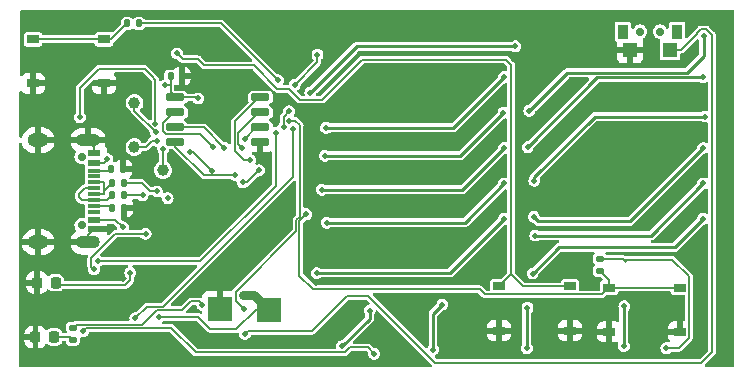
<source format=gbr>
%TF.GenerationSoftware,KiCad,Pcbnew,7.0.6*%
%TF.CreationDate,2024-06-03T18:18:50-04:00*%
%TF.ProjectId,V3,56332e6b-6963-4616-945f-706362585858,rev?*%
%TF.SameCoordinates,Original*%
%TF.FileFunction,Copper,L2,Bot*%
%TF.FilePolarity,Positive*%
%FSLAX46Y46*%
G04 Gerber Fmt 4.6, Leading zero omitted, Abs format (unit mm)*
G04 Created by KiCad (PCBNEW 7.0.6) date 2024-06-03 18:18:50*
%MOMM*%
%LPD*%
G01*
G04 APERTURE LIST*
G04 Aperture macros list*
%AMRoundRect*
0 Rectangle with rounded corners*
0 $1 Rounding radius*
0 $2 $3 $4 $5 $6 $7 $8 $9 X,Y pos of 4 corners*
0 Add a 4 corners polygon primitive as box body*
4,1,4,$2,$3,$4,$5,$6,$7,$8,$9,$2,$3,0*
0 Add four circle primitives for the rounded corners*
1,1,$1+$1,$2,$3*
1,1,$1+$1,$4,$5*
1,1,$1+$1,$6,$7*
1,1,$1+$1,$8,$9*
0 Add four rect primitives between the rounded corners*
20,1,$1+$1,$2,$3,$4,$5,0*
20,1,$1+$1,$4,$5,$6,$7,0*
20,1,$1+$1,$6,$7,$8,$9,0*
20,1,$1+$1,$8,$9,$2,$3,0*%
G04 Aperture macros list end*
%TA.AperFunction,SMDPad,CuDef*%
%ADD10R,1.000000X0.750000*%
%TD*%
%TA.AperFunction,SMDPad,CuDef*%
%ADD11C,1.000000*%
%TD*%
%TA.AperFunction,SMDPad,CuDef*%
%ADD12RoundRect,0.135000X0.135000X0.185000X-0.135000X0.185000X-0.135000X-0.185000X0.135000X-0.185000X0*%
%TD*%
%TA.AperFunction,SMDPad,CuDef*%
%ADD13RoundRect,0.135000X-0.135000X-0.185000X0.135000X-0.185000X0.135000X0.185000X-0.135000X0.185000X0*%
%TD*%
%TA.AperFunction,ComponentPad*%
%ADD14C,0.700000*%
%TD*%
%TA.AperFunction,SMDPad,CuDef*%
%ADD15R,1.100000X0.550000*%
%TD*%
%TA.AperFunction,SMDPad,CuDef*%
%ADD16R,1.100000X0.300000*%
%TD*%
%TA.AperFunction,ComponentPad*%
%ADD17O,2.000000X1.100000*%
%TD*%
%TA.AperFunction,ComponentPad*%
%ADD18O,1.800000X1.200000*%
%TD*%
%TA.AperFunction,SMDPad,CuDef*%
%ADD19R,2.000000X2.000000*%
%TD*%
%TA.AperFunction,SMDPad,CuDef*%
%ADD20RoundRect,0.218750X-0.218750X-0.256250X0.218750X-0.256250X0.218750X0.256250X-0.218750X0.256250X0*%
%TD*%
%TA.AperFunction,SMDPad,CuDef*%
%ADD21RoundRect,0.140000X-0.140000X-0.170000X0.140000X-0.170000X0.140000X0.170000X-0.140000X0.170000X0*%
%TD*%
%TA.AperFunction,SMDPad,CuDef*%
%ADD22RoundRect,0.150000X0.650000X0.150000X-0.650000X0.150000X-0.650000X-0.150000X0.650000X-0.150000X0*%
%TD*%
%TA.AperFunction,SMDPad,CuDef*%
%ADD23RoundRect,0.135000X-0.185000X0.135000X-0.185000X-0.135000X0.185000X-0.135000X0.185000X0.135000X0*%
%TD*%
%TA.AperFunction,SMDPad,CuDef*%
%ADD24R,0.900000X1.200000*%
%TD*%
%TA.AperFunction,SMDPad,CuDef*%
%ADD25R,1.200000X1.300000*%
%TD*%
%TA.AperFunction,ViaPad*%
%ADD26C,0.500000*%
%TD*%
%TA.AperFunction,Conductor*%
%ADD27C,0.128000*%
%TD*%
%TA.AperFunction,Conductor*%
%ADD28C,0.200000*%
%TD*%
%TA.AperFunction,Conductor*%
%ADD29C,0.250000*%
%TD*%
%TA.AperFunction,Conductor*%
%ADD30C,0.800000*%
%TD*%
G04 APERTURE END LIST*
D10*
%TO.P,S6,A*%
%TO.N,Net-(R16-Pad1)*%
X103101400Y-130865400D03*
%TO.P,S6,B*%
X97101400Y-130865400D03*
%TO.P,S6,C*%
%TO.N,GND*%
X103101400Y-134615400D03*
%TO.P,S6,D*%
X97101400Y-134615400D03*
%TD*%
%TO.P,S3,A*%
%TO.N,Net-(U5-RUN)*%
X142547600Y-151795000D03*
%TO.P,S3,B*%
X136547600Y-151795000D03*
%TO.P,S3,C*%
%TO.N,GND*%
X142547600Y-155545000D03*
%TO.P,S3,D*%
X136547600Y-155545000D03*
%TD*%
%TO.P,S2,A*%
%TO.N,Net-(R7-Pad2)*%
X151869400Y-151896600D03*
%TO.P,S2,B*%
X145869400Y-151896600D03*
%TO.P,S2,C*%
%TO.N,GND*%
X151869400Y-155646600D03*
%TO.P,S2,D*%
X145869400Y-155646600D03*
%TD*%
D11*
%TO.P,TP5,1,1*%
%TO.N,Net-(U5-GPIO29_ADC3)*%
X108102400Y-141960600D03*
%TD*%
%TO.P,TP4,1,1*%
%TO.N,Net-(U5-GPIO28_ADC2)*%
X105689400Y-140004800D03*
%TD*%
%TO.P,TP3,1,1*%
%TO.N,Net-(U5-GPIO27_ADC1)*%
X105689400Y-136254800D03*
%TD*%
D12*
%TO.P,R13,1*%
%TO.N,Net-(U5-USB_DM)*%
X104802400Y-144094200D03*
%TO.P,R13,2*%
%TO.N,/D-*%
X103782400Y-144094200D03*
%TD*%
D13*
%TO.P,R3,1*%
%TO.N,Net-(USB1-CC2)*%
X103731600Y-141833600D03*
%TO.P,R3,2*%
%TO.N,GND*%
X104751600Y-141833600D03*
%TD*%
%TO.P,R1,1*%
%TO.N,Net-(USB1-CC1)*%
X103782400Y-145135600D03*
%TO.P,R1,2*%
%TO.N,GND*%
X104802400Y-145135600D03*
%TD*%
D14*
%TO.P,USB1,*%
%TO.N,*%
X101213900Y-146628600D03*
X101213900Y-140848600D03*
D15*
%TO.P,USB1,1,GND*%
%TO.N,GND*%
X102293900Y-146938600D03*
%TO.P,USB1,2,VBUS*%
%TO.N,VBUS*%
X102293900Y-146138600D03*
D16*
%TO.P,USB1,3,SBU2*%
%TO.N,unconnected-(USB1-SBU2-Pad3)*%
X102293900Y-145488600D03*
%TO.P,USB1,4,CC1*%
%TO.N,Net-(USB1-CC1)*%
X102293900Y-144988600D03*
%TO.P,USB1,5,DN2*%
%TO.N,/D-*%
X102293900Y-144488600D03*
%TO.P,USB1,6,DP1*%
%TO.N,/D+*%
X102293900Y-143988600D03*
%TO.P,USB1,7,DN1*%
%TO.N,/D-*%
X102293900Y-143488600D03*
%TO.P,USB1,8,DP2*%
%TO.N,/D+*%
X102293900Y-142988600D03*
%TO.P,USB1,9,SBU1*%
%TO.N,unconnected-(USB1-SBU1-Pad9)*%
X102293900Y-142488600D03*
%TO.P,USB1,10,CC2*%
%TO.N,Net-(USB1-CC2)*%
X102293900Y-141988600D03*
D15*
%TO.P,USB1,11,VBUS*%
%TO.N,VBUS*%
X102293900Y-141338600D03*
%TO.P,USB1,12,GND*%
%TO.N,GND*%
X102293900Y-140538600D03*
D17*
%TO.P,USB1,13,SHELL*%
X101743900Y-148058600D03*
D18*
X97533900Y-148058600D03*
D17*
%TO.P,USB1,14,SHELL*%
X101743900Y-139418600D03*
D18*
X97533900Y-139418600D03*
%TD*%
D12*
%TO.P,R11,1*%
%TO.N,Net-(U5-USB_DP)*%
X104802400Y-143052800D03*
%TO.P,R11,2*%
%TO.N,/D+*%
X103782400Y-143052800D03*
%TD*%
D19*
%TO.P,J2,1,Pin_1*%
%TO.N,GND*%
X112903000Y-153695400D03*
%TD*%
D20*
%TO.P,D1,1,K*%
%TO.N,GND*%
X97434300Y-151485600D03*
%TO.P,D1,2,A*%
%TO.N,Net-(D1-A)*%
X99009300Y-151485600D03*
%TD*%
D21*
%TO.P,C13,1*%
%TO.N,+3V3*%
X108740000Y-134010400D03*
%TO.P,C13,2*%
%TO.N,GND*%
X109700000Y-134010400D03*
%TD*%
D22*
%TO.P,U4,1,~{CS}*%
%TO.N,/cs*%
X116350600Y-135788400D03*
%TO.P,U4,2,DO(IO1)*%
%TO.N,Net-(U4-DO(IO1))*%
X116350600Y-137058400D03*
%TO.P,U4,3,IO2*%
%TO.N,Net-(U4-IO2)*%
X116350600Y-138328400D03*
%TO.P,U4,4,GND*%
%TO.N,GND*%
X116350600Y-139598400D03*
%TO.P,U4,5,DI(IO0)*%
%TO.N,Net-(U4-DI(IO0))*%
X109150600Y-139598400D03*
%TO.P,U4,6,CLK*%
%TO.N,/sclk*%
X109150600Y-138328400D03*
%TO.P,U4,7,IO3*%
%TO.N,Net-(U4-IO3)*%
X109150600Y-137058400D03*
%TO.P,U4,8,VCC*%
%TO.N,+3V3*%
X109150600Y-135788400D03*
%TD*%
D23*
%TO.P,R21,1*%
%TO.N,Net-(U1-KEY)*%
X100482400Y-155293600D03*
%TO.P,R21,2*%
%TO.N,Net-(D2-A)*%
X100482400Y-156313600D03*
%TD*%
%TO.P,R7,1*%
%TO.N,+3V3*%
X145110200Y-149453600D03*
%TO.P,R7,2*%
%TO.N,Net-(R7-Pad2)*%
X145110200Y-150473600D03*
%TD*%
D19*
%TO.P,J1,1,Pin_1*%
%TO.N,+BATT*%
X117068600Y-153771600D03*
%TD*%
D13*
%TO.P,R16,1*%
%TO.N,Net-(R16-Pad1)*%
X105052400Y-129540000D03*
%TO.P,R16,2*%
%TO.N,Net-(U5-GPIO5)*%
X106072400Y-129540000D03*
%TD*%
D14*
%TO.P,SW1,*%
%TO.N,*%
X150188000Y-130225800D03*
X148488000Y-130225800D03*
D24*
%TO.P,SW1,1,1*%
%TO.N,unconnected-(SW1-Pad1)*%
X151638000Y-130225800D03*
%TO.P,SW1,2*%
%TO.N,N/C*%
X147038000Y-130225800D03*
D25*
%TO.P,SW1,3,3*%
%TO.N,Net-(R4-Pad2)*%
X151008000Y-131765800D03*
%TO.P,SW1,4,4*%
%TO.N,GND*%
X147658000Y-131765800D03*
%TD*%
D20*
%TO.P,D2,1,K*%
%TO.N,GND*%
X97307200Y-156083000D03*
%TO.P,D2,2,A*%
%TO.N,Net-(D2-A)*%
X98882200Y-156083000D03*
%TD*%
D26*
%TO.N,GND*%
X112877600Y-131826000D03*
%TO.N,Net-(U5-RUN)*%
X109296200Y-132080000D03*
%TO.N,GND*%
X117195600Y-131800600D03*
%TO.N,VBUS*%
X103403400Y-141020800D03*
X104698800Y-146786600D03*
%TO.N,Net-(U5-USB_DM)*%
X106375200Y-144094200D03*
%TO.N,Net-(U5-USB_DP)*%
X107594400Y-143764000D03*
%TO.N,GND*%
X120827800Y-138480800D03*
X139743900Y-138321500D03*
X109321600Y-157454600D03*
X150317200Y-155371800D03*
X114096800Y-143281400D03*
X110667800Y-153619200D03*
X142367000Y-129844800D03*
X110921800Y-156159200D03*
X151835500Y-140315300D03*
X139014200Y-134061200D03*
X116306600Y-141147800D03*
X112522000Y-138049000D03*
X152806400Y-149352000D03*
X155778200Y-151511000D03*
X106756200Y-136931400D03*
X122275600Y-143002000D03*
X123190000Y-130708400D03*
X149733000Y-157556200D03*
X151820000Y-146299800D03*
X134112000Y-156133800D03*
X156057600Y-138531600D03*
X104470200Y-137185400D03*
X118110000Y-135864600D03*
X104698800Y-151155400D03*
X120548400Y-134442200D03*
X120675400Y-146481800D03*
X101955600Y-157810200D03*
X118948200Y-143713200D03*
X151821400Y-143301200D03*
X155803600Y-142570200D03*
X111734600Y-144754600D03*
X135051800Y-134311400D03*
X155905200Y-136652000D03*
X121031000Y-151485600D03*
X109270800Y-143764000D03*
X155752800Y-145542000D03*
X116789200Y-142748000D03*
X125145800Y-157505400D03*
X155879800Y-133807200D03*
X139797400Y-141296000D03*
X155752800Y-148361400D03*
%TO.N,+3V3*%
X116230400Y-141960600D03*
X106629200Y-147345400D03*
X111099600Y-135890000D03*
X125984000Y-157505400D03*
X101320600Y-155600400D03*
X108305600Y-134772400D03*
X102260400Y-150368000D03*
X114858800Y-143002000D03*
X150723600Y-157022800D03*
X112284000Y-142011400D03*
X110413800Y-140385800D03*
X108493600Y-144338000D03*
%TO.N,+5V*%
X125590565Y-153849118D03*
X131749800Y-153339800D03*
X147116800Y-156847200D03*
X130962400Y-157149800D03*
X147167600Y-153492200D03*
X138963400Y-153593800D03*
X138912600Y-157022800D03*
X123266200Y-156847200D03*
%TO.N,+BATT*%
X114858800Y-152503600D03*
X107772200Y-154381200D03*
%TO.N,Net-(LED5-DOUT)*%
X137922000Y-131470400D03*
X120580634Y-135395419D03*
%TO.N,Net-(LED10-DOUT)*%
X121920000Y-138379200D03*
X136973300Y-134086102D03*
%TO.N,Net-(LED15-DOUT)*%
X136931400Y-137086102D03*
X121818400Y-140741400D03*
%TO.N,Net-(LED20-DOUT)*%
X121564400Y-143611600D03*
X136973300Y-140086102D03*
%TO.N,Net-(LED25-DOUT)*%
X136973300Y-143086102D03*
X121970800Y-146405600D03*
%TO.N,Net-(LED30-DOUT)*%
X121116100Y-150667900D03*
X136973300Y-146086102D03*
%TO.N,Net-(LED40-DOUT)*%
X153873200Y-130581400D03*
X139115800Y-136931400D03*
%TO.N,Net-(LED65-DOUT)*%
X153843300Y-146086102D03*
X139395500Y-150714236D03*
%TO.N,Net-(LED45-DOUT)*%
X138972300Y-140004800D03*
X153843300Y-134086102D03*
%TO.N,Net-(LED50-DOUT)*%
X154001723Y-137418702D03*
X139545700Y-142847700D03*
%TO.N,Net-(LED55-DOUT)*%
X153843300Y-140086102D03*
X139483600Y-145909800D03*
%TO.N,Net-(LED60-DOUT)*%
X153843300Y-143086102D03*
X139623800Y-147497800D03*
%TO.N,/sclk*%
X113284000Y-140055600D03*
%TO.N,/latch_off*%
X118770400Y-137769600D03*
X114985800Y-153720800D03*
%TO.N,Net-(U1-KEY)*%
X111429800Y-153365200D03*
%TO.N,Net-(R4-Pad2)*%
X115036600Y-155829000D03*
%TO.N,Net-(R7-Pad2)*%
X120243600Y-145694400D03*
%TO.N,Net-(U5-GPIO1)*%
X121183400Y-132181600D03*
X119253000Y-134721600D03*
%TO.N,Net-(U5-GPIO2)*%
X105765600Y-154482800D03*
X119075200Y-138455400D03*
%TO.N,Net-(U5-GPIO4)*%
X102565200Y-149656800D03*
X117652800Y-138785600D03*
%TO.N,Net-(U5-GPIO5)*%
X118313206Y-138303000D03*
X118770400Y-136982200D03*
X117830600Y-134340600D03*
%TO.N,Net-(U5-GPIO26_ADC0)*%
X101066600Y-137464800D03*
X107467400Y-138049000D03*
%TO.N,Net-(U5-GPIO27_ADC1)*%
X107492800Y-138734800D03*
%TO.N,Net-(U5-GPIO28_ADC2)*%
X107619800Y-139471400D03*
%TO.N,Net-(U5-GPIO29_ADC3)*%
X108127800Y-140157200D03*
%TO.N,Net-(D1-A)*%
X105333800Y-150647400D03*
%TO.N,/cs*%
X115468400Y-141097000D03*
%TO.N,Net-(U4-DO(IO1))*%
X114833400Y-140106400D03*
%TO.N,Net-(U4-IO2)*%
X115011200Y-139293600D03*
%TO.N,Net-(U4-DI(IO0))*%
X114173000Y-142351800D03*
%TO.N,Net-(U4-IO3)*%
X112318800Y-140004800D03*
%TD*%
D27*
%TO.N,Net-(U5-RUN)*%
X137567300Y-133020700D02*
X137567300Y-150775300D01*
X124942600Y-132613400D02*
X137160000Y-132613400D01*
X119708019Y-135989419D02*
X121566581Y-135989419D01*
X118795800Y-135077200D02*
X119708019Y-135989419D01*
X117779800Y-135077200D02*
X118795800Y-135077200D01*
X115798600Y-133096000D02*
X117779800Y-135077200D01*
X111607600Y-133096000D02*
X115798600Y-133096000D01*
X109296200Y-132080000D02*
X109778800Y-132562600D01*
X111074200Y-132562600D02*
X111607600Y-133096000D01*
X121566581Y-135989419D02*
X124942600Y-132613400D01*
X137160000Y-132613400D02*
X137567300Y-133020700D01*
X109778800Y-132562600D02*
X111074200Y-132562600D01*
D28*
%TO.N,GND*%
X102293900Y-139968600D02*
X101743900Y-139418600D01*
X102293900Y-140538600D02*
X102293900Y-139968600D01*
X101743900Y-147488600D02*
X102293900Y-146938600D01*
X101743900Y-148058600D02*
X101743900Y-147488600D01*
%TO.N,VBUS*%
X103085600Y-141338600D02*
X103403400Y-141020800D01*
X102293900Y-141338600D02*
X103085600Y-141338600D01*
X104050800Y-146138600D02*
X104698800Y-146786600D01*
X102293900Y-146138600D02*
X104050800Y-146138600D01*
%TO.N,/D-*%
X101493900Y-143488600D02*
X102293900Y-143488600D01*
X101015800Y-143966700D02*
X101493900Y-143488600D01*
X101257800Y-144488600D02*
X101015800Y-144246600D01*
X102293900Y-144488600D02*
X101257800Y-144488600D01*
X101015800Y-144246600D02*
X101015800Y-143966700D01*
D27*
%TO.N,Net-(U5-USB_DM)*%
X104802400Y-144094200D02*
X106375200Y-144094200D01*
%TO.N,Net-(U5-USB_DP)*%
X107035600Y-143764000D02*
X107594400Y-143764000D01*
X104802400Y-143052800D02*
X106324400Y-143052800D01*
X106324400Y-143052800D02*
X107035600Y-143764000D01*
D28*
%TO.N,/D+*%
X103143900Y-143038600D02*
X103143900Y-143691300D01*
X103093900Y-142988600D02*
X103143900Y-143038600D01*
X102293900Y-142988600D02*
X103093900Y-142988600D01*
X103143900Y-143938600D02*
X103143900Y-143691300D01*
X103093900Y-143988600D02*
X103143900Y-143938600D01*
X102293900Y-143988600D02*
X103093900Y-143988600D01*
X103143900Y-143691300D02*
X103782400Y-143052800D01*
%TO.N,/D-*%
X103388000Y-144488600D02*
X103782400Y-144094200D01*
X102293900Y-144488600D02*
X103388000Y-144488600D01*
D27*
%TO.N,Net-(USB1-CC1)*%
X103635400Y-144988600D02*
X103782400Y-145135600D01*
X102293900Y-144988600D02*
X103635400Y-144988600D01*
%TO.N,Net-(USB1-CC2)*%
X103576600Y-141988600D02*
X103731600Y-141833600D01*
X102293900Y-141988600D02*
X103576600Y-141988600D01*
%TO.N,Net-(U5-GPIO29_ADC3)*%
X108102400Y-140182600D02*
X108102400Y-141960600D01*
X108127800Y-140157200D02*
X108102400Y-140182600D01*
%TO.N,GND*%
X103348100Y-156417700D02*
X101955600Y-157810200D01*
X111734600Y-144754600D02*
X110744000Y-143764000D01*
X110744000Y-143764000D02*
X109270800Y-143764000D01*
X116350600Y-141103800D02*
X116306600Y-141147800D01*
X116350600Y-139598400D02*
X116350600Y-141103800D01*
X121818400Y-133172200D02*
X121818400Y-132994400D01*
X106756200Y-136931400D02*
X106756200Y-135483600D01*
X103348100Y-155951400D02*
X103348100Y-156417700D01*
X116789200Y-141630400D02*
X116789200Y-142748000D01*
X120548400Y-134442200D02*
X121818400Y-133172200D01*
X123190000Y-131622800D02*
X123190000Y-130708400D01*
X116306600Y-141147800D02*
X116789200Y-141630400D01*
X121818400Y-132994400D02*
X123190000Y-131622800D01*
%TO.N,+3V3*%
X106629200Y-147345400D02*
X104063800Y-147345400D01*
X152633400Y-156154400D02*
X152633400Y-150931600D01*
X108740000Y-134010400D02*
X108740000Y-134747000D01*
X147040600Y-149453600D02*
X147116800Y-149529800D01*
X151765000Y-157022800D02*
X152633400Y-156154400D01*
X115189000Y-143002000D02*
X116230400Y-141960600D01*
X104063800Y-147345400D02*
X102021200Y-149388000D01*
X108740000Y-135377800D02*
X109150600Y-135788400D01*
X112284000Y-142011400D02*
X110658400Y-140385800D01*
X151231600Y-149529800D02*
X147116800Y-149529800D01*
X108779600Y-155312400D02*
X101608600Y-155312400D01*
X125984000Y-157505400D02*
X125440000Y-156961400D01*
X125440000Y-156961400D02*
X123921333Y-156961400D01*
X110998000Y-135788400D02*
X111099600Y-135890000D01*
X102021200Y-149388000D02*
X102021200Y-150128800D01*
X150723600Y-157022800D02*
X151765000Y-157022800D01*
X109150600Y-135788400D02*
X110998000Y-135788400D01*
X101608600Y-155312400D02*
X101320600Y-155600400D01*
X110858400Y-157391200D02*
X108779600Y-155312400D01*
X123491533Y-157391200D02*
X110858400Y-157391200D01*
X114858800Y-143002000D02*
X115189000Y-143002000D01*
X108305600Y-134772400D02*
X108714600Y-134772400D01*
X102021200Y-150128800D02*
X102260400Y-150368000D01*
X145110200Y-149453600D02*
X147040600Y-149453600D01*
X110658400Y-140385800D02*
X110413800Y-140385800D01*
X108714600Y-134772400D02*
X108740000Y-134747000D01*
X108740000Y-134747000D02*
X108740000Y-135377800D01*
X152633400Y-150931600D02*
X151231600Y-149529800D01*
X147116800Y-149529800D02*
X147294600Y-149707600D01*
X123921333Y-156961400D02*
X123491533Y-157391200D01*
D29*
%TO.N,+5V*%
X147116800Y-153543000D02*
X147167600Y-153492200D01*
X138912600Y-153644600D02*
X138963400Y-153593800D01*
X123266200Y-156847200D02*
X125590565Y-154522835D01*
X130962400Y-154127200D02*
X131749800Y-153339800D01*
X125590565Y-154522835D02*
X125590565Y-153849118D01*
X147116800Y-156847200D02*
X147116800Y-153543000D01*
X138912600Y-157022800D02*
X138912600Y-153644600D01*
X130962400Y-157149800D02*
X130962400Y-154127200D01*
D30*
%TO.N,+BATT*%
X115800600Y-152503600D02*
X114858800Y-152503600D01*
X117068600Y-153771600D02*
X115800600Y-152503600D01*
D27*
X111060800Y-154381200D02*
X112076800Y-155397200D01*
X112076800Y-155397200D02*
X114315000Y-155397200D01*
X115940600Y-153771600D02*
X117068600Y-153771600D01*
X107772200Y-154381200D02*
X111060800Y-154381200D01*
X114315000Y-155397200D02*
X115940600Y-153771600D01*
D29*
%TO.N,Net-(LED5-DOUT)*%
X137922000Y-131470400D02*
X124505653Y-131470400D01*
X124505653Y-131470400D02*
X120580634Y-135395419D01*
%TO.N,Net-(LED10-DOUT)*%
X136973300Y-134086102D02*
X132680202Y-138379200D01*
X132680202Y-138379200D02*
X121920000Y-138379200D01*
%TO.N,Net-(LED15-DOUT)*%
X136931400Y-137086102D02*
X133276102Y-140741400D01*
X133276102Y-140741400D02*
X121818400Y-140741400D01*
%TO.N,Net-(LED20-DOUT)*%
X133447802Y-143611600D02*
X121564400Y-143611600D01*
X136973300Y-140086102D02*
X133447802Y-143611600D01*
%TO.N,Net-(LED25-DOUT)*%
X133653802Y-146405600D02*
X121970800Y-146405600D01*
X136973300Y-143086102D02*
X133653802Y-146405600D01*
%TO.N,Net-(LED30-DOUT)*%
X132391502Y-150667900D02*
X121116100Y-150667900D01*
X136973300Y-146086102D02*
X132391502Y-150667900D01*
%TO.N,Net-(LED40-DOUT)*%
X142338098Y-133709102D02*
X139115800Y-136931400D01*
X153873200Y-130581400D02*
X153873200Y-132283200D01*
X152447298Y-133709102D02*
X142338098Y-133709102D01*
X153873200Y-132283200D02*
X152447298Y-133709102D01*
%TO.N,Net-(LED65-DOUT)*%
X141621336Y-148488400D02*
X139395500Y-150714236D01*
X153843300Y-146086102D02*
X151441002Y-148488400D01*
X151441002Y-148488400D02*
X141621336Y-148488400D01*
%TO.N,Net-(LED45-DOUT)*%
X153843300Y-134086102D02*
X144890998Y-134086102D01*
X144890998Y-134086102D02*
X138972300Y-140004800D01*
%TO.N,Net-(LED50-DOUT)*%
X139545700Y-142546700D02*
X144673698Y-137418702D01*
X144673698Y-137418702D02*
X154001723Y-137418702D01*
X139545700Y-142847700D02*
X139545700Y-142546700D01*
%TO.N,Net-(LED55-DOUT)*%
X147625402Y-146304000D02*
X153843300Y-140086102D01*
X139483600Y-145909800D02*
X139877800Y-146304000D01*
X139877800Y-146304000D02*
X147625402Y-146304000D01*
%TO.N,Net-(LED60-DOUT)*%
X139623800Y-147497800D02*
X149431602Y-147497800D01*
X149431602Y-147497800D02*
X153843300Y-143086102D01*
D27*
%TO.N,/sclk*%
X109150600Y-138328400D02*
X111556800Y-138328400D01*
X111556800Y-138328400D02*
X113284000Y-140055600D01*
%TO.N,/latch_off*%
X114985800Y-153720800D02*
X114267800Y-153002800D01*
X114267800Y-152258800D02*
X119404400Y-147122200D01*
X119404401Y-146172975D02*
X119684800Y-145892576D01*
X119404400Y-147122200D02*
X119404401Y-146172975D01*
X119684800Y-138176000D02*
X119278400Y-137769600D01*
X119684800Y-145892576D02*
X119684800Y-138176000D01*
X119278400Y-137769600D02*
X118770400Y-137769600D01*
X114267800Y-153002800D02*
X114267800Y-152258800D01*
%TO.N,Net-(U1-KEY)*%
X100719600Y-155056400D02*
X106327667Y-155056400D01*
X111139800Y-153075200D02*
X111429800Y-153365200D01*
X110442467Y-153075200D02*
X111139800Y-153075200D01*
X106327667Y-155056400D02*
X107612467Y-153771600D01*
X100482400Y-155293600D02*
X100719600Y-155056400D01*
X109746067Y-153771600D02*
X110442467Y-153075200D01*
X107612467Y-153771600D02*
X109746067Y-153771600D01*
%TO.N,Net-(R4-Pad2)*%
X153678400Y-158284400D02*
X154584400Y-157378400D01*
X154098533Y-130037400D02*
X153647867Y-130037400D01*
X151993600Y-131749800D02*
X151024000Y-131749800D01*
X120726200Y-155575000D02*
X123672600Y-152628600D01*
X123672600Y-152628600D02*
X125501400Y-152628600D01*
X151024000Y-131749800D02*
X151008000Y-131765800D01*
X153329200Y-130414200D02*
X151993600Y-131749800D01*
X131157200Y-158284400D02*
X153678400Y-158284400D01*
X153329200Y-130356067D02*
X153329200Y-130414200D01*
X125501400Y-152628600D02*
X131157200Y-158284400D01*
X153647867Y-130037400D02*
X153329200Y-130356067D01*
X115290600Y-155575000D02*
X120726200Y-155575000D01*
X154584400Y-130523267D02*
X154098533Y-130037400D01*
X154584400Y-157378400D02*
X154584400Y-130523267D01*
X115036600Y-155829000D02*
X115290600Y-155575000D01*
%TO.N,Net-(R7-Pad2)*%
X145108200Y-150471600D02*
X145110200Y-150473600D01*
X145289800Y-152476200D02*
X145869400Y-151896600D01*
X120243600Y-145694400D02*
X119659400Y-146278600D01*
X151869400Y-151896600D02*
X145869400Y-151896600D01*
X135356600Y-152476200D02*
X145289800Y-152476200D01*
X119659400Y-150883333D02*
X120805667Y-152029600D01*
X145869400Y-151896600D02*
X145869400Y-151232800D01*
X120805667Y-152029600D02*
X134910000Y-152029600D01*
X119659400Y-146278600D02*
X119659400Y-150883333D01*
X134910000Y-152029600D02*
X135356600Y-152476200D01*
X145869400Y-151232800D02*
X145110200Y-150473600D01*
%TO.N,Net-(U5-GPIO1)*%
X121183400Y-132791200D02*
X121183400Y-132181600D01*
X119253000Y-134721600D02*
X121183400Y-132791200D01*
%TO.N,Net-(U5-GPIO2)*%
X108089700Y-153517600D02*
X106730800Y-153517600D01*
X119075200Y-142532100D02*
X108089700Y-153517600D01*
X106730800Y-153517600D02*
X105765600Y-154482800D01*
X119075200Y-138455400D02*
X119075200Y-142532100D01*
%TO.N,Net-(U5-GPIO4)*%
X117652800Y-138785600D02*
X117652800Y-143281400D01*
X111277400Y-149656800D02*
X102565200Y-149656800D01*
X117652800Y-143281400D02*
X111277400Y-149656800D01*
%TO.N,Net-(R16-Pad1)*%
X97101400Y-130865400D02*
X103101400Y-130865400D01*
X103101400Y-130865400D02*
X103727000Y-130865400D01*
X103727000Y-130865400D02*
X105052400Y-129540000D01*
%TO.N,Net-(U5-GPIO5)*%
X118770400Y-136982200D02*
X118313206Y-137439394D01*
X117830600Y-134340600D02*
X113030000Y-129540000D01*
X113030000Y-129540000D02*
X106072400Y-129540000D01*
X118313206Y-137439394D02*
X118313206Y-138303000D01*
%TO.N,Net-(U5-RUN)*%
X138587000Y-151795000D02*
X137567300Y-150775300D01*
X142547600Y-151795000D02*
X138587000Y-151795000D01*
X137567300Y-150775300D02*
X136547600Y-151795000D01*
%TO.N,Net-(U5-GPIO26_ADC0)*%
X107467400Y-134289800D02*
X107188000Y-134010400D01*
X102692200Y-133375400D02*
X101066600Y-135001000D01*
X107188000Y-134010400D02*
X106553000Y-133375400D01*
X107467400Y-138049000D02*
X107467400Y-134289800D01*
X101066600Y-135001000D02*
X101066600Y-137464800D01*
X106553000Y-133375400D02*
X102692200Y-133375400D01*
%TO.N,Net-(U5-GPIO27_ADC1)*%
X105689400Y-136931400D02*
X107492800Y-138734800D01*
X105689400Y-136254800D02*
X105689400Y-136931400D01*
%TO.N,Net-(U5-GPIO28_ADC2)*%
X106654600Y-140004800D02*
X107188000Y-139471400D01*
X107188000Y-139471400D02*
X107619800Y-139471400D01*
X105689400Y-140004800D02*
X106654600Y-140004800D01*
%TO.N,Net-(D1-A)*%
X105333800Y-151289733D02*
X105333800Y-150647400D01*
X99009300Y-151485600D02*
X99223100Y-151699400D01*
X104924133Y-151699400D02*
X105333800Y-151289733D01*
X99223100Y-151699400D02*
X104924133Y-151699400D01*
%TO.N,Net-(D2-A)*%
X98882200Y-156083000D02*
X100251800Y-156083000D01*
X100251800Y-156083000D02*
X100482400Y-156313600D01*
%TO.N,/cs*%
X115468400Y-141097000D02*
X114985800Y-141097000D01*
X114198400Y-137825116D02*
X116235116Y-135788400D01*
X114985800Y-141097000D02*
X114198400Y-140309600D01*
X116235116Y-135788400D02*
X116350600Y-135788400D01*
X114198400Y-140309600D02*
X114198400Y-137825116D01*
%TO.N,Net-(U4-DO(IO1))*%
X114477800Y-139750800D02*
X114833400Y-140106400D01*
X116350600Y-137058400D02*
X116235116Y-137058400D01*
X116235116Y-137058400D02*
X114453400Y-138840116D01*
X114477800Y-139420600D02*
X114477800Y-139750800D01*
X114453400Y-139396200D02*
X114477800Y-139420600D01*
X114453400Y-138840116D02*
X114453400Y-139396200D01*
%TO.N,Net-(U4-IO2)*%
X116350600Y-138328400D02*
X115976400Y-138328400D01*
X115976400Y-138328400D02*
X115011200Y-139293600D01*
%TO.N,Net-(U4-DI(IO0))*%
X109150600Y-139598400D02*
X109150600Y-139965824D01*
X114131400Y-142393400D02*
X114173000Y-142351800D01*
X109150600Y-139965824D02*
X111578176Y-142393400D01*
X111578176Y-142393400D02*
X114131400Y-142393400D01*
%TO.N,Net-(U4-IO3)*%
X108086600Y-138649884D02*
X108329116Y-138892400D01*
X108329116Y-138892400D02*
X111206400Y-138892400D01*
X109035116Y-137058400D02*
X108086600Y-138006916D01*
X108086600Y-138006916D02*
X108086600Y-138649884D01*
X109150600Y-137058400D02*
X109035116Y-137058400D01*
X111206400Y-138892400D02*
X112318800Y-140004800D01*
%TD*%
%TA.AperFunction,Conductor*%
%TO.N,GND*%
G36*
X156406539Y-128417185D02*
G01*
X156452294Y-128469989D01*
X156463500Y-128521500D01*
X156463500Y-158473965D01*
X156443815Y-158541004D01*
X156391011Y-158586759D01*
X156339760Y-158597965D01*
X154104546Y-158602644D01*
X154037465Y-158583100D01*
X153991600Y-158530391D01*
X153981511Y-158461254D01*
X154010403Y-158397638D01*
X154016591Y-158390977D01*
X154795161Y-157612407D01*
X154799135Y-157608766D01*
X154829038Y-157583676D01*
X154848555Y-157549870D01*
X154851438Y-157545342D01*
X154873831Y-157513364D01*
X154873831Y-157513361D01*
X154876719Y-157507169D01*
X154882157Y-157494043D01*
X154884492Y-157487627D01*
X154884492Y-157487626D01*
X154884493Y-157487625D01*
X154891271Y-157449179D01*
X154892433Y-157443937D01*
X154902537Y-157406233D01*
X154899135Y-157367359D01*
X154898900Y-157361956D01*
X154898900Y-130539713D01*
X154899136Y-130534307D01*
X154902537Y-130495433D01*
X154902536Y-130495432D01*
X154892436Y-130457741D01*
X154891268Y-130452470D01*
X154884492Y-130414038D01*
X154882158Y-130407626D01*
X154876721Y-130394499D01*
X154873832Y-130388305D01*
X154873832Y-130388303D01*
X154851453Y-130356343D01*
X154848547Y-130351781D01*
X154829040Y-130317994D01*
X154829035Y-130317988D01*
X154799141Y-130292904D01*
X154795151Y-130289248D01*
X154574940Y-130069037D01*
X154332539Y-129826636D01*
X154328894Y-129822657D01*
X154303810Y-129792762D01*
X154270013Y-129773249D01*
X154265450Y-129770342D01*
X154233497Y-129747968D01*
X154233495Y-129747967D01*
X154233493Y-129747966D01*
X154227340Y-129745096D01*
X154214169Y-129739640D01*
X154207759Y-129737307D01*
X154207758Y-129737307D01*
X154199144Y-129735788D01*
X154169338Y-129730532D01*
X154164057Y-129729361D01*
X154126366Y-129719262D01*
X154092552Y-129722221D01*
X154087493Y-129722664D01*
X154082090Y-129722900D01*
X153664310Y-129722900D01*
X153658906Y-129722664D01*
X153653430Y-129722185D01*
X153620033Y-129719262D01*
X153582349Y-129729360D01*
X153577066Y-129730531D01*
X153538644Y-129737306D01*
X153532311Y-129739611D01*
X153519018Y-129745116D01*
X153512902Y-129747968D01*
X153480944Y-129770345D01*
X153476384Y-129773250D01*
X153442592Y-129792760D01*
X153442586Y-129792765D01*
X153417499Y-129822663D01*
X153413844Y-129826652D01*
X153118451Y-130122045D01*
X153114463Y-130125699D01*
X153084561Y-130150791D01*
X153065052Y-130184580D01*
X153062147Y-130189140D01*
X153039768Y-130221102D01*
X153036909Y-130227233D01*
X153031416Y-130240496D01*
X153025527Y-130256675D01*
X152996689Y-130301938D01*
X152550181Y-130748447D01*
X152488858Y-130781932D01*
X152419167Y-130776948D01*
X152363233Y-130735077D01*
X152338816Y-130669612D01*
X152338500Y-130660766D01*
X152338500Y-129601123D01*
X152338499Y-129601121D01*
X152323967Y-129528064D01*
X152323966Y-129528060D01*
X152323965Y-129528059D01*
X152268601Y-129445199D01*
X152185740Y-129389834D01*
X152185739Y-129389833D01*
X152185735Y-129389832D01*
X152112677Y-129375300D01*
X152112674Y-129375300D01*
X151163326Y-129375300D01*
X151163323Y-129375300D01*
X151090264Y-129389832D01*
X151090260Y-129389833D01*
X151007399Y-129445199D01*
X150952033Y-129528060D01*
X150952032Y-129528064D01*
X150937500Y-129601121D01*
X150937500Y-129850845D01*
X150917815Y-129917884D01*
X150865011Y-129963639D01*
X150795853Y-129973583D01*
X150732297Y-129944558D01*
X150715124Y-129926332D01*
X150673785Y-129872458D01*
X150616282Y-129797518D01*
X150490841Y-129701264D01*
X150344762Y-129640756D01*
X150344760Y-129640755D01*
X150188001Y-129620118D01*
X150187999Y-129620118D01*
X150031239Y-129640755D01*
X150031237Y-129640756D01*
X149885160Y-129701263D01*
X149759718Y-129797518D01*
X149663463Y-129922960D01*
X149602956Y-130069037D01*
X149602955Y-130069039D01*
X149582318Y-130225798D01*
X149582318Y-130225801D01*
X149602955Y-130382560D01*
X149602956Y-130382562D01*
X149656986Y-130513003D01*
X149663464Y-130528641D01*
X149759718Y-130654082D01*
X149885159Y-130750336D01*
X150031238Y-130810844D01*
X150090209Y-130818607D01*
X150154105Y-130846873D01*
X150192577Y-130905197D01*
X150193409Y-130975062D01*
X150177130Y-131010431D01*
X150172035Y-131018056D01*
X150172032Y-131018064D01*
X150157500Y-131091121D01*
X150157500Y-132440478D01*
X150172032Y-132513535D01*
X150172033Y-132513539D01*
X150172034Y-132513540D01*
X150227399Y-132596401D01*
X150296524Y-132642588D01*
X150310260Y-132651766D01*
X150310264Y-132651767D01*
X150383321Y-132666299D01*
X150383324Y-132666300D01*
X150383326Y-132666300D01*
X151632676Y-132666300D01*
X151632677Y-132666299D01*
X151705740Y-132651766D01*
X151788601Y-132596401D01*
X151843966Y-132513540D01*
X151858500Y-132440474D01*
X151858500Y-132189004D01*
X151878185Y-132121965D01*
X151930989Y-132076210D01*
X151993308Y-132065476D01*
X152021433Y-132067937D01*
X152059132Y-132057834D01*
X152064392Y-132056668D01*
X152102825Y-132049893D01*
X152109278Y-132047544D01*
X152122356Y-132042126D01*
X152128561Y-132039232D01*
X152128564Y-132039232D01*
X152160535Y-132016844D01*
X152165079Y-132013950D01*
X152198876Y-131994438D01*
X152223966Y-131964535D01*
X152227607Y-131960561D01*
X153286020Y-130902148D01*
X153347342Y-130868665D01*
X153417034Y-130873649D01*
X153472967Y-130915521D01*
X153497384Y-130980985D01*
X153497700Y-130989831D01*
X153497700Y-132076299D01*
X153478015Y-132143338D01*
X153461381Y-132163980D01*
X152328079Y-133297283D01*
X152266756Y-133330768D01*
X152240398Y-133333602D01*
X142389901Y-133333602D01*
X142364456Y-133330963D01*
X142353830Y-133328735D01*
X142353827Y-133328735D01*
X142318605Y-133333125D01*
X142310929Y-133333602D01*
X142306984Y-133333602D01*
X142295469Y-133335523D01*
X142283954Y-133337444D01*
X142265794Y-133339708D01*
X142229473Y-133344236D01*
X142229469Y-133344237D01*
X142221940Y-133346479D01*
X142214481Y-133349039D01*
X142166216Y-133375160D01*
X142116889Y-133399274D01*
X142110479Y-133403850D01*
X142104273Y-133408681D01*
X142067089Y-133449073D01*
X139121401Y-136394760D01*
X139060078Y-136428245D01*
X139051371Y-136429816D01*
X139043840Y-136430898D01*
X138905749Y-136471445D01*
X138784673Y-136549256D01*
X138690423Y-136658026D01*
X138690422Y-136658028D01*
X138630634Y-136788943D01*
X138610153Y-136931400D01*
X138630634Y-137073856D01*
X138684328Y-137191427D01*
X138690423Y-137204773D01*
X138784672Y-137313543D01*
X138905747Y-137391353D01*
X138905750Y-137391354D01*
X138905749Y-137391354D01*
X139043836Y-137431899D01*
X139043838Y-137431900D01*
X139043839Y-137431900D01*
X139187762Y-137431900D01*
X139187762Y-137431899D01*
X139325853Y-137391353D01*
X139446928Y-137313543D01*
X139541177Y-137204773D01*
X139547273Y-137191426D01*
X139577765Y-137124657D01*
X139600965Y-137073857D01*
X139611309Y-137001902D01*
X139640333Y-136938349D01*
X139646352Y-136931883D01*
X142457315Y-134120921D01*
X142518639Y-134087436D01*
X142544997Y-134084602D01*
X144062099Y-134084602D01*
X144129138Y-134104287D01*
X144174893Y-134157091D01*
X144184837Y-134226249D01*
X144155812Y-134289805D01*
X144149780Y-134296283D01*
X138977901Y-139468160D01*
X138916578Y-139501645D01*
X138907871Y-139503216D01*
X138900340Y-139504298D01*
X138762249Y-139544845D01*
X138641173Y-139622656D01*
X138546923Y-139731426D01*
X138546922Y-139731428D01*
X138487134Y-139862343D01*
X138472527Y-139963943D01*
X138466653Y-140004800D01*
X138467091Y-140007845D01*
X138487134Y-140147256D01*
X138542711Y-140268950D01*
X138546923Y-140278173D01*
X138641172Y-140386943D01*
X138762247Y-140464753D01*
X138762250Y-140464754D01*
X138762249Y-140464754D01*
X138817852Y-140481080D01*
X138887138Y-140501424D01*
X138900336Y-140505299D01*
X138900338Y-140505300D01*
X138900339Y-140505300D01*
X139044262Y-140505300D01*
X139044262Y-140505299D01*
X139170460Y-140468245D01*
X139182350Y-140464754D01*
X139182350Y-140464753D01*
X139182353Y-140464753D01*
X139303428Y-140386943D01*
X139397677Y-140278173D01*
X139404353Y-140263556D01*
X139411065Y-140248857D01*
X139457465Y-140147257D01*
X139467809Y-140075302D01*
X139496833Y-140011749D01*
X139502852Y-140005283D01*
X145010216Y-134497921D01*
X145071540Y-134464436D01*
X145097898Y-134461602D01*
X153465426Y-134461602D01*
X153532465Y-134481287D01*
X153532466Y-134481287D01*
X153633247Y-134546055D01*
X153633248Y-134546055D01*
X153633249Y-134546056D01*
X153722736Y-134572331D01*
X153771332Y-134586600D01*
X153771336Y-134586601D01*
X153771338Y-134586602D01*
X153771339Y-134586602D01*
X153915262Y-134586602D01*
X153915262Y-134586601D01*
X154053353Y-134546055D01*
X154078859Y-134529662D01*
X154145898Y-134509977D01*
X154212938Y-134529660D01*
X154258694Y-134582464D01*
X154269900Y-134633977D01*
X154269900Y-136810171D01*
X154250215Y-136877210D01*
X154197411Y-136922965D01*
X154128253Y-136932909D01*
X154110966Y-136929148D01*
X154073687Y-136918202D01*
X154073684Y-136918202D01*
X153929762Y-136918202D01*
X153929759Y-136918202D01*
X153791672Y-136958747D01*
X153791671Y-136958748D01*
X153690889Y-137023517D01*
X153623849Y-137043202D01*
X144725502Y-137043202D01*
X144700055Y-137040563D01*
X144697411Y-137040008D01*
X144689427Y-137038334D01*
X144654207Y-137042725D01*
X144646530Y-137043202D01*
X144642584Y-137043202D01*
X144625304Y-137046085D01*
X144619544Y-137047046D01*
X144565066Y-137053837D01*
X144557542Y-137056077D01*
X144550090Y-137058636D01*
X144501817Y-137084759D01*
X144452488Y-137108874D01*
X144446096Y-137113437D01*
X144439872Y-137118282D01*
X144402701Y-137158660D01*
X139316808Y-142244552D01*
X139296954Y-142260676D01*
X139287865Y-142266614D01*
X139287864Y-142266615D01*
X139266063Y-142294623D01*
X139260986Y-142300374D01*
X139258184Y-142303177D01*
X139258174Y-142303188D01*
X139244605Y-142322195D01*
X139210892Y-142365508D01*
X139207147Y-142372429D01*
X139203688Y-142379504D01*
X139188029Y-142432103D01*
X139170199Y-142484041D01*
X139169179Y-142490154D01*
X139140586Y-142550940D01*
X139120325Y-142574322D01*
X139120322Y-142574328D01*
X139060534Y-142705243D01*
X139040053Y-142847700D01*
X139060534Y-142990156D01*
X139104137Y-143085631D01*
X139120323Y-143121073D01*
X139214572Y-143229843D01*
X139335647Y-143307653D01*
X139335650Y-143307654D01*
X139335649Y-143307654D01*
X139473736Y-143348199D01*
X139473738Y-143348200D01*
X139473739Y-143348200D01*
X139617662Y-143348200D01*
X139617662Y-143348199D01*
X139755753Y-143307653D01*
X139876828Y-143229843D01*
X139971077Y-143121073D01*
X140030865Y-142990157D01*
X140051347Y-142847700D01*
X140030865Y-142705243D01*
X140030865Y-142705242D01*
X140028367Y-142696736D01*
X140029879Y-142696291D01*
X140021362Y-142637051D01*
X140050386Y-142573495D01*
X140056405Y-142567030D01*
X144792915Y-137830521D01*
X144854239Y-137797036D01*
X144880597Y-137794202D01*
X153623849Y-137794202D01*
X153690888Y-137813887D01*
X153690889Y-137813887D01*
X153791670Y-137878655D01*
X153791671Y-137878655D01*
X153791672Y-137878656D01*
X153929759Y-137919201D01*
X153929761Y-137919202D01*
X153929762Y-137919202D01*
X154073683Y-137919202D01*
X154073684Y-137919202D01*
X154110966Y-137908254D01*
X154180834Y-137908254D01*
X154239612Y-137946028D01*
X154268638Y-138009584D01*
X154269900Y-138027232D01*
X154269900Y-139538226D01*
X154250215Y-139605265D01*
X154197411Y-139651020D01*
X154128253Y-139660964D01*
X154078861Y-139642542D01*
X154053350Y-139626147D01*
X153915263Y-139585602D01*
X153915261Y-139585602D01*
X153771339Y-139585602D01*
X153771336Y-139585602D01*
X153633249Y-139626147D01*
X153512173Y-139703958D01*
X153417923Y-139812728D01*
X153417922Y-139812730D01*
X153358135Y-139943643D01*
X153358134Y-139943648D01*
X153347789Y-140015598D01*
X153318763Y-140079153D01*
X153312732Y-140085631D01*
X147506183Y-145892181D01*
X147444860Y-145925666D01*
X147418502Y-145928500D01*
X140099382Y-145928500D01*
X140032343Y-145908815D01*
X139986588Y-145856011D01*
X139976644Y-145822146D01*
X139968765Y-145767343D01*
X139935453Y-145694400D01*
X139908979Y-145636430D01*
X139908976Y-145636426D01*
X139877303Y-145599873D01*
X139814728Y-145527657D01*
X139693653Y-145449847D01*
X139693651Y-145449846D01*
X139693649Y-145449845D01*
X139693650Y-145449845D01*
X139555563Y-145409300D01*
X139555561Y-145409300D01*
X139411639Y-145409300D01*
X139411636Y-145409300D01*
X139273549Y-145449845D01*
X139152473Y-145527656D01*
X139058223Y-145636426D01*
X139058222Y-145636428D01*
X138998434Y-145767343D01*
X138977953Y-145909800D01*
X138998434Y-146052256D01*
X139058222Y-146183171D01*
X139058223Y-146183173D01*
X139152472Y-146291943D01*
X139273547Y-146369753D01*
X139273550Y-146369754D01*
X139273549Y-146369754D01*
X139342593Y-146390026D01*
X139411639Y-146410300D01*
X139411644Y-146410300D01*
X139419164Y-146411382D01*
X139482720Y-146440405D01*
X139489201Y-146446439D01*
X139575650Y-146532888D01*
X139591775Y-146552744D01*
X139597713Y-146561832D01*
X139597716Y-146561836D01*
X139625725Y-146583636D01*
X139631487Y-146588725D01*
X139634282Y-146591520D01*
X139653295Y-146605094D01*
X139696611Y-146638809D01*
X139696618Y-146638811D01*
X139703520Y-146642547D01*
X139710596Y-146646006D01*
X139710601Y-146646010D01*
X139722546Y-146649566D01*
X139763203Y-146661670D01*
X139815138Y-146679500D01*
X139822872Y-146680790D01*
X139830710Y-146681767D01*
X139830712Y-146681768D01*
X139830713Y-146681767D01*
X139830714Y-146681768D01*
X139885556Y-146679500D01*
X147573598Y-146679500D01*
X147599043Y-146682139D01*
X147602842Y-146682935D01*
X147609670Y-146684367D01*
X147630627Y-146681754D01*
X147644894Y-146679977D01*
X147652570Y-146679500D01*
X147656514Y-146679500D01*
X147656516Y-146679500D01*
X147656518Y-146679499D01*
X147656524Y-146679499D01*
X147671889Y-146676934D01*
X147679542Y-146675657D01*
X147734028Y-146668866D01*
X147734029Y-146668865D01*
X147734031Y-146668865D01*
X147741543Y-146666628D01*
X147749008Y-146664066D01*
X147749008Y-146664065D01*
X147749012Y-146664065D01*
X147797279Y-146637944D01*
X147846613Y-146613826D01*
X147846615Y-146613823D01*
X147852996Y-146609268D01*
X147859221Y-146604422D01*
X147859228Y-146604419D01*
X147896410Y-146564028D01*
X153837699Y-140622739D01*
X153899020Y-140589256D01*
X153907736Y-140587683D01*
X153915254Y-140586602D01*
X153915261Y-140586602D01*
X153929354Y-140582464D01*
X154053350Y-140546056D01*
X154053350Y-140546055D01*
X154053353Y-140546055D01*
X154078859Y-140529662D01*
X154145898Y-140509977D01*
X154212938Y-140529660D01*
X154258694Y-140582464D01*
X154269900Y-140633977D01*
X154269900Y-142538226D01*
X154250215Y-142605265D01*
X154197411Y-142651020D01*
X154128253Y-142660964D01*
X154078861Y-142642542D01*
X154053350Y-142626147D01*
X153915263Y-142585602D01*
X153915261Y-142585602D01*
X153771339Y-142585602D01*
X153771336Y-142585602D01*
X153633249Y-142626147D01*
X153512173Y-142703958D01*
X153512172Y-142703958D01*
X153512172Y-142703959D01*
X153508757Y-142707900D01*
X153417923Y-142812728D01*
X153417922Y-142812730D01*
X153358135Y-142943643D01*
X153358134Y-142943648D01*
X153347789Y-143015598D01*
X153318763Y-143079153D01*
X153312732Y-143085631D01*
X149312383Y-147085981D01*
X149251060Y-147119466D01*
X149224702Y-147122300D01*
X140001674Y-147122300D01*
X139934635Y-147102615D01*
X139934634Y-147102615D01*
X139908751Y-147085981D01*
X139833853Y-147037847D01*
X139833852Y-147037846D01*
X139833851Y-147037846D01*
X139833850Y-147037845D01*
X139695763Y-146997300D01*
X139695761Y-146997300D01*
X139551839Y-146997300D01*
X139551836Y-146997300D01*
X139413749Y-147037845D01*
X139292673Y-147115656D01*
X139198423Y-147224426D01*
X139198422Y-147224428D01*
X139138634Y-147355343D01*
X139118153Y-147497799D01*
X139138634Y-147640256D01*
X139192328Y-147757828D01*
X139198423Y-147771173D01*
X139292672Y-147879943D01*
X139413747Y-147957753D01*
X139413750Y-147957754D01*
X139413749Y-147957754D01*
X139551836Y-147998299D01*
X139551838Y-147998300D01*
X139551839Y-147998300D01*
X139695762Y-147998300D01*
X139695762Y-147998299D01*
X139833853Y-147957753D01*
X139934634Y-147892984D01*
X140001674Y-147873300D01*
X141522936Y-147873300D01*
X141589975Y-147892985D01*
X141635730Y-147945789D01*
X141645674Y-148014947D01*
X141616649Y-148078503D01*
X141557871Y-148116277D01*
X141538278Y-148120347D01*
X141531999Y-148121130D01*
X141512704Y-148123535D01*
X141505180Y-148125775D01*
X141497728Y-148128334D01*
X141449455Y-148154457D01*
X141400126Y-148178572D01*
X141393734Y-148183135D01*
X141387510Y-148187980D01*
X141350339Y-148228358D01*
X139401101Y-150177596D01*
X139339778Y-150211081D01*
X139331071Y-150212652D01*
X139323540Y-150213734D01*
X139185449Y-150254281D01*
X139064373Y-150332092D01*
X139064372Y-150332092D01*
X139064372Y-150332093D01*
X139051790Y-150346613D01*
X138970123Y-150440862D01*
X138970122Y-150440864D01*
X138910334Y-150571779D01*
X138889853Y-150714236D01*
X138910334Y-150856692D01*
X138968100Y-150983180D01*
X138970123Y-150987609D01*
X139064372Y-151096379D01*
X139185447Y-151174189D01*
X139185450Y-151174190D01*
X139185449Y-151174190D01*
X139323536Y-151214735D01*
X139323538Y-151214736D01*
X139323539Y-151214736D01*
X139467462Y-151214736D01*
X139467462Y-151214735D01*
X139574621Y-151183271D01*
X139605550Y-151174190D01*
X139605550Y-151174189D01*
X139605553Y-151174189D01*
X139726628Y-151096379D01*
X139820877Y-150987609D01*
X139825391Y-150977726D01*
X139848133Y-150927928D01*
X139880665Y-150856693D01*
X139891009Y-150784738D01*
X139920033Y-150721185D01*
X139926052Y-150714719D01*
X141740553Y-148900219D01*
X141801877Y-148866734D01*
X141828235Y-148863900D01*
X144535359Y-148863900D01*
X144602398Y-148883585D01*
X144648153Y-148936389D01*
X144658097Y-149005547D01*
X144629072Y-149069103D01*
X144623040Y-149075581D01*
X144607123Y-149091497D01*
X144607121Y-149091500D01*
X144550619Y-149207078D01*
X144550618Y-149207080D01*
X144550618Y-149207082D01*
X144539700Y-149282018D01*
X144539700Y-149625182D01*
X144550618Y-149700118D01*
X144550618Y-149700119D01*
X144550619Y-149700121D01*
X144607121Y-149815699D01*
X144607123Y-149815702D01*
X144667340Y-149875919D01*
X144700825Y-149937242D01*
X144695841Y-150006934D01*
X144667340Y-150051281D01*
X144607123Y-150111497D01*
X144607121Y-150111500D01*
X144550619Y-150227078D01*
X144550618Y-150227080D01*
X144550618Y-150227082D01*
X144539700Y-150302018D01*
X144539700Y-150645182D01*
X144550618Y-150720118D01*
X144550618Y-150720119D01*
X144550619Y-150720121D01*
X144607121Y-150835699D01*
X144607123Y-150835702D01*
X144698097Y-150926676D01*
X144698100Y-150926678D01*
X144802522Y-150977726D01*
X144813682Y-150983182D01*
X144888618Y-150994100D01*
X145134568Y-150994100D01*
X145201607Y-151013785D01*
X145222249Y-151030419D01*
X145288190Y-151096360D01*
X145321675Y-151157683D01*
X145316691Y-151227375D01*
X145274819Y-151283308D01*
X145269400Y-151287143D01*
X145188799Y-151340998D01*
X145133433Y-151423860D01*
X145133432Y-151423864D01*
X145118900Y-151496921D01*
X145118900Y-152037700D01*
X145099215Y-152104739D01*
X145046411Y-152150494D01*
X144994900Y-152161700D01*
X143422100Y-152161700D01*
X143355061Y-152142015D01*
X143309306Y-152089211D01*
X143298100Y-152037700D01*
X143298100Y-151395323D01*
X143298099Y-151395321D01*
X143283567Y-151322264D01*
X143283566Y-151322260D01*
X143276985Y-151312411D01*
X143228201Y-151239399D01*
X143145993Y-151184470D01*
X143145339Y-151184033D01*
X143145335Y-151184032D01*
X143072277Y-151169500D01*
X143072274Y-151169500D01*
X142022926Y-151169500D01*
X142022923Y-151169500D01*
X141949864Y-151184032D01*
X141949860Y-151184033D01*
X141866999Y-151239399D01*
X141811633Y-151322260D01*
X141811632Y-151322263D01*
X141800010Y-151380692D01*
X141767625Y-151442603D01*
X141706909Y-151477177D01*
X141678393Y-151480500D01*
X138768633Y-151480500D01*
X138701594Y-151460815D01*
X138680952Y-151444181D01*
X137918119Y-150681348D01*
X137884634Y-150620025D01*
X137881800Y-150593667D01*
X137881800Y-133037142D01*
X137882036Y-133031735D01*
X137882926Y-133021561D01*
X137885437Y-132992867D01*
X137875330Y-132955151D01*
X137874172Y-132949924D01*
X137867393Y-132911475D01*
X137867392Y-132911473D01*
X137865063Y-132905075D01*
X137859614Y-132891919D01*
X137856731Y-132885737D01*
X137856731Y-132885736D01*
X137834350Y-132853773D01*
X137831446Y-132849214D01*
X137811938Y-132815424D01*
X137811935Y-132815422D01*
X137811935Y-132815421D01*
X137782041Y-132790337D01*
X137778051Y-132786681D01*
X137587102Y-132595732D01*
X137394006Y-132402636D01*
X137390361Y-132398657D01*
X137365277Y-132368762D01*
X137331480Y-132349249D01*
X137326917Y-132346342D01*
X137326229Y-132345860D01*
X137294964Y-132323968D01*
X137294962Y-132323967D01*
X137294960Y-132323966D01*
X137288807Y-132321096D01*
X137275636Y-132315640D01*
X137269226Y-132313307D01*
X137269225Y-132313307D01*
X137260611Y-132311788D01*
X137230805Y-132306532D01*
X137225524Y-132305361D01*
X137187833Y-132295262D01*
X137154019Y-132298221D01*
X137148960Y-132298664D01*
X137143557Y-132298900D01*
X124959044Y-132298900D01*
X124953640Y-132298664D01*
X124947866Y-132298158D01*
X124914765Y-132295262D01*
X124914764Y-132295262D01*
X124877079Y-132305360D01*
X124871799Y-132306531D01*
X124844314Y-132311377D01*
X124833375Y-132313307D01*
X124833374Y-132313307D01*
X124833371Y-132313308D01*
X124827009Y-132315623D01*
X124813782Y-132321102D01*
X124807635Y-132323968D01*
X124775673Y-132346347D01*
X124771113Y-132349252D01*
X124737324Y-132368761D01*
X124712232Y-132398663D01*
X124708578Y-132402651D01*
X121472630Y-135638600D01*
X121411307Y-135672085D01*
X121384949Y-135674919D01*
X121189199Y-135674919D01*
X121122160Y-135655234D01*
X121076405Y-135602430D01*
X121066461Y-135533275D01*
X121074997Y-135473900D01*
X121076143Y-135465923D01*
X121105166Y-135402368D01*
X121111186Y-135395902D01*
X124491289Y-132015800D01*
X146558000Y-132015800D01*
X146558000Y-132463644D01*
X146564401Y-132523172D01*
X146564403Y-132523179D01*
X146614645Y-132657886D01*
X146614649Y-132657893D01*
X146700809Y-132772987D01*
X146700812Y-132772990D01*
X146815906Y-132859150D01*
X146815913Y-132859154D01*
X146950620Y-132909396D01*
X146950627Y-132909398D01*
X147010155Y-132915799D01*
X147010172Y-132915800D01*
X147408000Y-132915800D01*
X147408000Y-132015800D01*
X147908000Y-132015800D01*
X147908000Y-132915800D01*
X148305828Y-132915800D01*
X148305844Y-132915799D01*
X148365372Y-132909398D01*
X148365379Y-132909396D01*
X148500086Y-132859154D01*
X148500093Y-132859150D01*
X148615187Y-132772990D01*
X148615190Y-132772987D01*
X148701350Y-132657893D01*
X148701354Y-132657886D01*
X148751596Y-132523179D01*
X148751598Y-132523172D01*
X148757999Y-132463644D01*
X148758000Y-132463627D01*
X148758000Y-132015800D01*
X147908000Y-132015800D01*
X147408000Y-132015800D01*
X146558000Y-132015800D01*
X124491289Y-132015800D01*
X124624870Y-131882219D01*
X124686194Y-131848734D01*
X124712552Y-131845900D01*
X137544126Y-131845900D01*
X137611165Y-131865585D01*
X137611166Y-131865585D01*
X137711947Y-131930353D01*
X137711948Y-131930353D01*
X137711949Y-131930354D01*
X137850036Y-131970899D01*
X137850038Y-131970900D01*
X137850039Y-131970900D01*
X137993962Y-131970900D01*
X137993962Y-131970899D01*
X138132053Y-131930353D01*
X138253128Y-131852543D01*
X138347377Y-131743773D01*
X138407165Y-131612857D01*
X138427647Y-131470400D01*
X138407165Y-131327943D01*
X138347377Y-131197027D01*
X138253128Y-131088257D01*
X138132053Y-131010447D01*
X138132051Y-131010446D01*
X138132049Y-131010445D01*
X138132050Y-131010445D01*
X137993963Y-130969900D01*
X137993961Y-130969900D01*
X137850039Y-130969900D01*
X137850036Y-130969900D01*
X137711949Y-131010445D01*
X137711948Y-131010446D01*
X137611166Y-131075215D01*
X137544126Y-131094900D01*
X124557457Y-131094900D01*
X124532012Y-131092261D01*
X124521386Y-131090033D01*
X124521383Y-131090033D01*
X124486161Y-131094423D01*
X124478485Y-131094900D01*
X124474539Y-131094900D01*
X124457268Y-131097781D01*
X124451511Y-131098742D01*
X124397023Y-131105534D01*
X124389510Y-131107771D01*
X124382040Y-131110336D01*
X124333775Y-131136455D01*
X124284445Y-131160571D01*
X124278028Y-131165153D01*
X124271828Y-131169979D01*
X124234644Y-131210371D01*
X120586235Y-134858779D01*
X120524912Y-134892264D01*
X120516205Y-134893835D01*
X120508674Y-134894917D01*
X120370583Y-134935464D01*
X120249507Y-135013275D01*
X120155257Y-135122045D01*
X120155256Y-135122047D01*
X120095468Y-135252962D01*
X120075838Y-135389500D01*
X120074987Y-135395419D01*
X120083441Y-135454216D01*
X120094807Y-135533272D01*
X120084863Y-135602431D01*
X120039108Y-135655235D01*
X119972069Y-135674919D01*
X119889651Y-135674919D01*
X119822612Y-135655234D01*
X119801970Y-135638600D01*
X119499944Y-135336574D01*
X119466459Y-135275251D01*
X119471443Y-135205559D01*
X119513315Y-135149626D01*
X119520543Y-135144605D01*
X119584128Y-135103743D01*
X119678377Y-134994973D01*
X119738165Y-134864057D01*
X119758647Y-134721600D01*
X119758647Y-134721598D01*
X119758647Y-134712731D01*
X119762302Y-134712731D01*
X119769715Y-134660775D01*
X119794881Y-134624487D01*
X121394161Y-133025207D01*
X121398135Y-133021566D01*
X121428038Y-132996476D01*
X121447552Y-132962675D01*
X121450444Y-132958135D01*
X121472832Y-132926164D01*
X121472832Y-132926161D01*
X121475726Y-132919956D01*
X121481144Y-132906878D01*
X121483493Y-132900425D01*
X121486964Y-132880736D01*
X121490268Y-132861992D01*
X121491434Y-132856732D01*
X121501537Y-132819033D01*
X121498135Y-132780159D01*
X121497900Y-132774756D01*
X121497900Y-132629181D01*
X121517585Y-132562142D01*
X121528178Y-132547989D01*
X121608777Y-132454973D01*
X121668565Y-132324057D01*
X121689047Y-132181600D01*
X121668565Y-132039143D01*
X121608777Y-131908227D01*
X121514528Y-131799457D01*
X121393453Y-131721647D01*
X121393451Y-131721646D01*
X121393449Y-131721645D01*
X121393450Y-131721645D01*
X121255363Y-131681100D01*
X121255361Y-131681100D01*
X121111439Y-131681100D01*
X121111436Y-131681100D01*
X120973349Y-131721645D01*
X120852273Y-131799456D01*
X120758023Y-131908226D01*
X120758022Y-131908228D01*
X120698234Y-132039143D01*
X120677753Y-132181599D01*
X120698234Y-132324056D01*
X120734128Y-132402651D01*
X120758023Y-132454973D01*
X120829507Y-132537471D01*
X120858532Y-132601026D01*
X120848588Y-132670185D01*
X120823475Y-132706354D01*
X119345049Y-134184781D01*
X119283726Y-134218266D01*
X119257368Y-134221100D01*
X119181036Y-134221100D01*
X119042949Y-134261645D01*
X118921873Y-134339456D01*
X118827623Y-134448226D01*
X118827622Y-134448228D01*
X118767834Y-134579143D01*
X118756735Y-134656347D01*
X118727710Y-134719902D01*
X118668932Y-134757677D01*
X118633997Y-134762700D01*
X118381003Y-134762700D01*
X118313964Y-134743015D01*
X118268209Y-134690211D01*
X118258265Y-134621053D01*
X118268209Y-134587188D01*
X118268477Y-134586602D01*
X118315765Y-134483057D01*
X118336247Y-134340600D01*
X118315765Y-134198143D01*
X118255977Y-134067227D01*
X118161728Y-133958457D01*
X118040653Y-133880647D01*
X118040651Y-133880646D01*
X118040649Y-133880645D01*
X118040650Y-133880645D01*
X117902563Y-133840100D01*
X117902561Y-133840100D01*
X117826233Y-133840100D01*
X117759194Y-133820415D01*
X117738552Y-133803781D01*
X116635605Y-132700834D01*
X114785248Y-130850478D01*
X146337500Y-130850478D01*
X146352032Y-130923535D01*
X146352033Y-130923539D01*
X146352034Y-130923540D01*
X146407399Y-131006401D01*
X146490260Y-131061766D01*
X146500415Y-131068551D01*
X146498309Y-131071702D01*
X146535852Y-131101953D01*
X146557921Y-131168246D01*
X146558000Y-131172679D01*
X146558000Y-131515800D01*
X148758000Y-131515800D01*
X148758000Y-131067972D01*
X148757999Y-131067955D01*
X148751598Y-131008427D01*
X148751597Y-131008423D01*
X148715282Y-130911059D01*
X148710298Y-130841367D01*
X148743782Y-130780044D01*
X148784013Y-130753164D01*
X148790841Y-130750336D01*
X148916282Y-130654082D01*
X149012536Y-130528641D01*
X149073044Y-130382562D01*
X149093682Y-130225800D01*
X149093063Y-130221102D01*
X149073044Y-130069039D01*
X149073044Y-130069038D01*
X149012536Y-129922959D01*
X148916282Y-129797518D01*
X148790841Y-129701264D01*
X148644762Y-129640756D01*
X148644760Y-129640755D01*
X148488001Y-129620118D01*
X148487999Y-129620118D01*
X148331239Y-129640755D01*
X148331237Y-129640756D01*
X148185160Y-129701263D01*
X148059718Y-129797518D01*
X147960876Y-129926332D01*
X147904448Y-129967534D01*
X147834702Y-129971689D01*
X147773781Y-129937476D01*
X147741029Y-129875759D01*
X147738500Y-129850845D01*
X147738500Y-129601123D01*
X147738499Y-129601121D01*
X147723967Y-129528064D01*
X147723966Y-129528060D01*
X147723965Y-129528059D01*
X147668601Y-129445199D01*
X147585740Y-129389834D01*
X147585739Y-129389833D01*
X147585735Y-129389832D01*
X147512677Y-129375300D01*
X147512674Y-129375300D01*
X146563326Y-129375300D01*
X146563323Y-129375300D01*
X146490264Y-129389832D01*
X146490260Y-129389833D01*
X146407399Y-129445199D01*
X146352033Y-129528060D01*
X146352032Y-129528064D01*
X146337500Y-129601121D01*
X146337500Y-130850478D01*
X114785248Y-130850478D01*
X113264006Y-129329236D01*
X113260361Y-129325257D01*
X113235277Y-129295362D01*
X113201480Y-129275849D01*
X113196917Y-129272942D01*
X113164964Y-129250568D01*
X113164962Y-129250567D01*
X113164960Y-129250566D01*
X113158807Y-129247696D01*
X113145636Y-129242240D01*
X113139226Y-129239907D01*
X113139225Y-129239907D01*
X113130611Y-129238388D01*
X113100805Y-129233132D01*
X113095524Y-129231961D01*
X113057833Y-129221862D01*
X113024019Y-129224821D01*
X113018960Y-129225264D01*
X113013557Y-129225500D01*
X106650595Y-129225500D01*
X106583556Y-129205815D01*
X106539194Y-129155959D01*
X106525475Y-129127896D01*
X106434502Y-129036923D01*
X106434499Y-129036921D01*
X106318921Y-128980419D01*
X106318919Y-128980418D01*
X106318918Y-128980418D01*
X106243982Y-128969500D01*
X105900818Y-128969500D01*
X105825882Y-128980418D01*
X105825880Y-128980418D01*
X105825878Y-128980419D01*
X105710300Y-129036921D01*
X105710297Y-129036923D01*
X105650081Y-129097140D01*
X105588758Y-129130625D01*
X105519066Y-129125641D01*
X105474719Y-129097140D01*
X105414502Y-129036923D01*
X105414499Y-129036921D01*
X105298921Y-128980419D01*
X105298919Y-128980418D01*
X105298918Y-128980418D01*
X105223982Y-128969500D01*
X104880818Y-128969500D01*
X104805882Y-128980418D01*
X104805880Y-128980418D01*
X104805878Y-128980419D01*
X104690300Y-129036921D01*
X104690297Y-129036923D01*
X104599323Y-129127897D01*
X104599321Y-129127900D01*
X104542819Y-129243478D01*
X104542818Y-129243480D01*
X104542818Y-129243482D01*
X104531900Y-129318418D01*
X104531899Y-129318422D01*
X104531900Y-129318423D01*
X104531900Y-129564367D01*
X104512215Y-129631406D01*
X104495581Y-129652048D01*
X103887426Y-130260202D01*
X103826103Y-130293687D01*
X103756411Y-130288703D01*
X103730857Y-130275625D01*
X103699141Y-130254434D01*
X103699135Y-130254432D01*
X103626077Y-130239900D01*
X103626074Y-130239900D01*
X102576726Y-130239900D01*
X102576723Y-130239900D01*
X102503664Y-130254432D01*
X102503660Y-130254433D01*
X102420799Y-130309799D01*
X102365433Y-130392660D01*
X102365432Y-130392663D01*
X102353810Y-130451092D01*
X102321425Y-130513003D01*
X102260709Y-130547577D01*
X102232193Y-130550900D01*
X97970607Y-130550900D01*
X97903568Y-130531215D01*
X97857813Y-130478411D01*
X97848990Y-130451092D01*
X97837367Y-130392663D01*
X97837366Y-130392660D01*
X97830619Y-130382562D01*
X97782001Y-130309799D01*
X97699140Y-130254434D01*
X97699139Y-130254433D01*
X97699135Y-130254432D01*
X97626077Y-130239900D01*
X97626074Y-130239900D01*
X96576726Y-130239900D01*
X96576723Y-130239900D01*
X96503664Y-130254432D01*
X96503660Y-130254433D01*
X96420799Y-130309799D01*
X96365433Y-130392660D01*
X96365432Y-130392664D01*
X96350900Y-130465721D01*
X96350900Y-131265078D01*
X96365432Y-131338135D01*
X96365433Y-131338139D01*
X96365434Y-131338140D01*
X96420799Y-131421001D01*
X96494730Y-131470399D01*
X96503660Y-131476366D01*
X96503664Y-131476367D01*
X96576721Y-131490899D01*
X96576724Y-131490900D01*
X96576726Y-131490900D01*
X97626076Y-131490900D01*
X97626077Y-131490899D01*
X97699140Y-131476366D01*
X97782001Y-131421001D01*
X97837366Y-131338140D01*
X97837367Y-131338135D01*
X97848990Y-131279708D01*
X97881375Y-131217797D01*
X97942091Y-131183223D01*
X97970607Y-131179900D01*
X102232193Y-131179900D01*
X102299232Y-131199585D01*
X102344987Y-131252389D01*
X102353810Y-131279708D01*
X102365432Y-131338136D01*
X102365433Y-131338139D01*
X102365434Y-131338140D01*
X102420799Y-131421001D01*
X102494730Y-131470399D01*
X102503660Y-131476366D01*
X102503664Y-131476367D01*
X102576721Y-131490899D01*
X102576724Y-131490900D01*
X102576726Y-131490900D01*
X103626076Y-131490900D01*
X103626077Y-131490899D01*
X103699140Y-131476366D01*
X103782001Y-131421001D01*
X103837366Y-131338140D01*
X103851900Y-131265074D01*
X103851900Y-131228034D01*
X103871585Y-131160995D01*
X103913902Y-131120646D01*
X103931760Y-131110336D01*
X103932276Y-131110038D01*
X103957366Y-131080135D01*
X103961007Y-131076161D01*
X104890350Y-130146819D01*
X104951674Y-130113334D01*
X104978032Y-130110500D01*
X105223977Y-130110500D01*
X105223982Y-130110500D01*
X105298918Y-130099582D01*
X105361398Y-130069037D01*
X105414499Y-130043078D01*
X105414502Y-130043076D01*
X105474719Y-129982860D01*
X105536042Y-129949375D01*
X105605734Y-129954359D01*
X105650081Y-129982860D01*
X105710297Y-130043076D01*
X105710300Y-130043078D01*
X105821056Y-130097222D01*
X105825882Y-130099582D01*
X105900818Y-130110500D01*
X105900823Y-130110500D01*
X106243977Y-130110500D01*
X106243982Y-130110500D01*
X106318918Y-130099582D01*
X106381398Y-130069037D01*
X106434499Y-130043078D01*
X106434502Y-130043076D01*
X106525475Y-129952103D01*
X106525475Y-129952102D01*
X106525476Y-129952102D01*
X106539194Y-129924040D01*
X106586321Y-129872458D01*
X106650595Y-129854500D01*
X112848368Y-129854500D01*
X112915407Y-129874185D01*
X112936049Y-129890819D01*
X115615049Y-132569819D01*
X115648534Y-132631142D01*
X115643550Y-132700834D01*
X115601678Y-132756767D01*
X115536214Y-132781184D01*
X115527368Y-132781500D01*
X111789233Y-132781500D01*
X111722194Y-132761815D01*
X111701552Y-132745181D01*
X111608137Y-132651766D01*
X111308206Y-132351836D01*
X111304561Y-132347857D01*
X111279477Y-132317962D01*
X111245680Y-132298449D01*
X111241117Y-132295542D01*
X111240717Y-132295262D01*
X111209164Y-132273168D01*
X111209162Y-132273167D01*
X111209160Y-132273166D01*
X111203007Y-132270296D01*
X111189836Y-132264840D01*
X111183426Y-132262507D01*
X111183425Y-132262507D01*
X111174811Y-132260988D01*
X111145005Y-132255732D01*
X111139724Y-132254561D01*
X111102033Y-132244462D01*
X111068219Y-132247421D01*
X111063160Y-132247864D01*
X111057757Y-132248100D01*
X109960432Y-132248100D01*
X109893393Y-132228415D01*
X109872751Y-132211781D01*
X109838084Y-132177114D01*
X109804599Y-132115791D01*
X109803662Y-132088870D01*
X109801847Y-132088870D01*
X109801846Y-132080006D01*
X109801847Y-132080000D01*
X109781365Y-131937543D01*
X109721577Y-131806627D01*
X109627328Y-131697857D01*
X109506253Y-131620047D01*
X109506251Y-131620046D01*
X109506249Y-131620045D01*
X109506250Y-131620045D01*
X109368163Y-131579500D01*
X109368161Y-131579500D01*
X109224239Y-131579500D01*
X109224236Y-131579500D01*
X109086149Y-131620045D01*
X108965073Y-131697856D01*
X108870823Y-131806626D01*
X108870822Y-131806628D01*
X108811034Y-131937543D01*
X108790553Y-132080000D01*
X108811034Y-132222456D01*
X108870822Y-132353371D01*
X108870823Y-132353373D01*
X108965072Y-132462143D01*
X109086147Y-132539953D01*
X109086150Y-132539954D01*
X109086149Y-132539954D01*
X109165606Y-132563284D01*
X109209778Y-132576254D01*
X109224236Y-132580499D01*
X109224238Y-132580500D01*
X109224239Y-132580500D01*
X109300568Y-132580500D01*
X109367607Y-132600185D01*
X109388249Y-132616819D01*
X109544781Y-132773351D01*
X109548437Y-132777341D01*
X109557884Y-132788599D01*
X109573524Y-132807238D01*
X109607320Y-132826750D01*
X109611873Y-132829650D01*
X109643836Y-132852031D01*
X109643838Y-132852031D01*
X109650019Y-132854914D01*
X109663175Y-132860363D01*
X109669573Y-132862692D01*
X109669575Y-132862693D01*
X109708024Y-132869472D01*
X109713251Y-132870630D01*
X109750967Y-132880737D01*
X109789839Y-132877335D01*
X109795243Y-132877100D01*
X110892568Y-132877100D01*
X110959607Y-132896785D01*
X110980248Y-132913418D01*
X111178078Y-133111249D01*
X111373586Y-133306757D01*
X111377239Y-133310742D01*
X111402324Y-133340638D01*
X111436120Y-133360149D01*
X111440663Y-133363043D01*
X111457966Y-133375160D01*
X111472635Y-133385432D01*
X111478823Y-133388317D01*
X111491959Y-133393758D01*
X111498372Y-133396092D01*
X111498373Y-133396092D01*
X111498375Y-133396093D01*
X111536803Y-133402868D01*
X111542060Y-133404033D01*
X111579767Y-133414138D01*
X111618651Y-133410735D01*
X111624055Y-133410500D01*
X115616968Y-133410500D01*
X115684007Y-133430185D01*
X115704649Y-133446819D01*
X117356609Y-135098779D01*
X117390094Y-135160102D01*
X117385110Y-135229794D01*
X117343238Y-135285727D01*
X117277774Y-135310144D01*
X117212633Y-135296945D01*
X117204804Y-135292956D01*
X117135951Y-135257873D01*
X117125901Y-135252752D01*
X117032124Y-135237900D01*
X115669082Y-135237900D01*
X115588119Y-135250723D01*
X115575296Y-135252754D01*
X115462258Y-135310350D01*
X115462257Y-135310351D01*
X115462252Y-135310354D01*
X115372554Y-135400052D01*
X115372552Y-135400056D01*
X115372550Y-135400058D01*
X115366779Y-135411385D01*
X115314952Y-135513098D01*
X115300100Y-135606875D01*
X115300100Y-135969917D01*
X115314954Y-136063704D01*
X115341591Y-136115982D01*
X115354487Y-136184651D01*
X115328210Y-136249391D01*
X115318787Y-136259957D01*
X113987651Y-137591094D01*
X113983663Y-137594748D01*
X113953761Y-137619840D01*
X113934252Y-137653629D01*
X113931347Y-137658189D01*
X113908968Y-137690151D01*
X113906102Y-137696298D01*
X113900623Y-137709525D01*
X113898308Y-137715887D01*
X113891531Y-137754315D01*
X113890360Y-137759595D01*
X113880262Y-137797280D01*
X113880262Y-137797281D01*
X113883664Y-137836151D01*
X113883900Y-137841558D01*
X113883900Y-139651180D01*
X113864215Y-139718219D01*
X113811411Y-139763974D01*
X113742253Y-139773918D01*
X113678697Y-139744893D01*
X113666187Y-139732383D01*
X113615128Y-139673457D01*
X113494053Y-139595647D01*
X113494051Y-139595646D01*
X113494049Y-139595645D01*
X113494050Y-139595645D01*
X113355963Y-139555100D01*
X113355961Y-139555100D01*
X113279632Y-139555100D01*
X113212593Y-139535415D01*
X113191951Y-139518781D01*
X112494947Y-138821777D01*
X111790806Y-138117636D01*
X111787161Y-138113657D01*
X111762077Y-138083762D01*
X111728280Y-138064249D01*
X111723717Y-138061342D01*
X111722336Y-138060375D01*
X111691764Y-138038968D01*
X111691762Y-138038967D01*
X111691760Y-138038966D01*
X111685607Y-138036096D01*
X111672436Y-138030640D01*
X111666026Y-138028307D01*
X111666025Y-138028307D01*
X111657411Y-138026788D01*
X111627605Y-138021532D01*
X111622324Y-138020361D01*
X111584633Y-138010262D01*
X111550819Y-138013221D01*
X111545760Y-138013664D01*
X111540357Y-138013900D01*
X110242262Y-138013900D01*
X110175223Y-137994215D01*
X110131778Y-137946196D01*
X110128649Y-137940056D01*
X110038947Y-137850354D01*
X110038943Y-137850351D01*
X110038942Y-137850350D01*
X110021687Y-137841558D01*
X109947747Y-137803883D01*
X109896952Y-137755909D01*
X109880157Y-137688087D01*
X109902695Y-137621953D01*
X109947745Y-137582917D01*
X110038942Y-137536450D01*
X110128650Y-137446742D01*
X110186246Y-137333704D01*
X110186246Y-137333702D01*
X110186247Y-137333701D01*
X110201099Y-137239924D01*
X110201100Y-137239919D01*
X110201099Y-136876882D01*
X110186246Y-136783096D01*
X110128650Y-136670058D01*
X110128646Y-136670054D01*
X110128645Y-136670052D01*
X110038947Y-136580354D01*
X110038943Y-136580351D01*
X110038942Y-136580350D01*
X110036199Y-136578952D01*
X109947747Y-136533883D01*
X109896952Y-136485909D01*
X109880157Y-136418087D01*
X109902695Y-136351953D01*
X109947745Y-136312917D01*
X110038942Y-136266450D01*
X110128650Y-136176742D01*
X110131778Y-136170604D01*
X110179753Y-136119808D01*
X110242262Y-136102900D01*
X110567651Y-136102900D01*
X110634690Y-136122585D01*
X110671970Y-136159867D01*
X110674222Y-136163371D01*
X110674223Y-136163373D01*
X110768472Y-136272143D01*
X110889547Y-136349953D01*
X110889550Y-136349954D01*
X110889549Y-136349954D01*
X111027636Y-136390499D01*
X111027638Y-136390500D01*
X111027639Y-136390500D01*
X111171562Y-136390500D01*
X111171562Y-136390499D01*
X111309653Y-136349953D01*
X111430728Y-136272143D01*
X111524977Y-136163373D01*
X111584765Y-136032457D01*
X111605247Y-135890000D01*
X111584765Y-135747543D01*
X111524977Y-135616627D01*
X111430728Y-135507857D01*
X111309653Y-135430047D01*
X111309651Y-135430046D01*
X111309649Y-135430045D01*
X111309650Y-135430045D01*
X111171563Y-135389500D01*
X111171561Y-135389500D01*
X111027639Y-135389500D01*
X111027636Y-135389500D01*
X110889551Y-135430044D01*
X110873713Y-135440222D01*
X110851938Y-135454216D01*
X110784901Y-135473900D01*
X110242262Y-135473900D01*
X110175223Y-135454215D01*
X110131778Y-135406196D01*
X110128649Y-135400056D01*
X110038947Y-135310354D01*
X110038944Y-135310352D01*
X110038942Y-135310350D01*
X109935951Y-135257873D01*
X109925901Y-135252752D01*
X109832124Y-135237900D01*
X109832119Y-135237900D01*
X109178500Y-135237900D01*
X109111461Y-135218215D01*
X109065706Y-135165411D01*
X109054500Y-135113900D01*
X109054500Y-134842388D01*
X109074185Y-134775349D01*
X109126989Y-134729594D01*
X109196147Y-134719650D01*
X109241621Y-134735656D01*
X109303804Y-134772431D01*
X109450000Y-134814904D01*
X109450000Y-134260400D01*
X109950000Y-134260400D01*
X109950000Y-134814903D01*
X110096195Y-134772431D01*
X110235374Y-134690121D01*
X110235383Y-134690114D01*
X110349714Y-134575783D01*
X110349721Y-134575774D01*
X110432031Y-134436595D01*
X110432033Y-134436590D01*
X110477144Y-134281318D01*
X110477145Y-134281312D01*
X110478790Y-134260400D01*
X109950000Y-134260400D01*
X109450000Y-134260400D01*
X109450000Y-133760400D01*
X109950000Y-133760400D01*
X110478790Y-133760400D01*
X110477145Y-133739489D01*
X110432031Y-133584204D01*
X110349721Y-133445025D01*
X110349714Y-133445016D01*
X110235383Y-133330685D01*
X110235374Y-133330678D01*
X110096193Y-133248367D01*
X110096190Y-133248365D01*
X109950001Y-133205893D01*
X109950000Y-133205894D01*
X109950000Y-133760400D01*
X109450000Y-133760400D01*
X109450000Y-133205894D01*
X109449998Y-133205893D01*
X109303809Y-133248365D01*
X109303806Y-133248367D01*
X109164625Y-133330678D01*
X109164616Y-133330685D01*
X109071665Y-133423637D01*
X109010342Y-133457122D01*
X108964587Y-133458429D01*
X108910735Y-133449900D01*
X108569260Y-133449900D01*
X108569260Y-133449901D01*
X108477829Y-133464381D01*
X108477828Y-133464381D01*
X108367607Y-133520542D01*
X108367603Y-133520545D01*
X108280145Y-133608003D01*
X108280142Y-133608008D01*
X108223981Y-133718227D01*
X108223981Y-133718228D01*
X108209500Y-133809664D01*
X108209500Y-134186161D01*
X108189815Y-134253200D01*
X108137011Y-134298955D01*
X108120437Y-134305137D01*
X108095551Y-134312444D01*
X108095549Y-134312445D01*
X107974980Y-134389930D01*
X107907940Y-134409614D01*
X107840901Y-134389929D01*
X107795146Y-134337125D01*
X107784413Y-134274805D01*
X107785537Y-134261967D01*
X107775430Y-134224251D01*
X107774272Y-134219024D01*
X107767493Y-134180575D01*
X107767492Y-134180573D01*
X107765163Y-134174175D01*
X107759714Y-134161019D01*
X107756831Y-134154837D01*
X107756831Y-134154836D01*
X107734450Y-134122873D01*
X107731546Y-134118314D01*
X107713719Y-134087436D01*
X107712038Y-134084524D01*
X107712035Y-134084522D01*
X107712035Y-134084521D01*
X107682141Y-134059437D01*
X107678151Y-134055781D01*
X107431999Y-133809629D01*
X107431980Y-133809608D01*
X106919653Y-133297283D01*
X106787006Y-133164636D01*
X106783361Y-133160657D01*
X106758277Y-133130762D01*
X106724480Y-133111249D01*
X106719917Y-133108342D01*
X106687964Y-133085968D01*
X106687962Y-133085967D01*
X106687960Y-133085966D01*
X106681807Y-133083096D01*
X106668636Y-133077640D01*
X106662226Y-133075307D01*
X106662225Y-133075307D01*
X106653611Y-133073788D01*
X106623805Y-133068532D01*
X106618524Y-133067361D01*
X106580833Y-133057262D01*
X106547019Y-133060221D01*
X106541960Y-133060664D01*
X106536557Y-133060900D01*
X102708655Y-133060900D01*
X102703251Y-133060664D01*
X102697392Y-133060151D01*
X102664365Y-133057261D01*
X102626670Y-133067362D01*
X102621388Y-133068533D01*
X102582975Y-133075307D01*
X102576600Y-133077627D01*
X102563372Y-133083106D01*
X102557234Y-133085968D01*
X102525274Y-133108347D01*
X102520713Y-133111252D01*
X102486926Y-133130759D01*
X102486923Y-133130762D01*
X102461843Y-133160651D01*
X102458188Y-133164640D01*
X100855851Y-134766978D01*
X100851863Y-134770632D01*
X100821961Y-134795724D01*
X100802452Y-134829513D01*
X100799547Y-134834073D01*
X100777168Y-134866035D01*
X100774302Y-134872182D01*
X100768823Y-134885409D01*
X100766508Y-134891771D01*
X100759731Y-134930199D01*
X100758560Y-134935479D01*
X100748462Y-134973164D01*
X100748462Y-134973166D01*
X100751863Y-135012032D01*
X100752099Y-135017438D01*
X100752099Y-137017218D01*
X100732414Y-137084257D01*
X100721813Y-137098420D01*
X100641223Y-137191427D01*
X100641222Y-137191428D01*
X100581434Y-137322343D01*
X100560953Y-137464800D01*
X100581434Y-137607256D01*
X100618349Y-137688087D01*
X100641223Y-137738173D01*
X100735472Y-137846943D01*
X100856547Y-137924753D01*
X100856550Y-137924754D01*
X100856549Y-137924754D01*
X100994636Y-137965299D01*
X100994638Y-137965300D01*
X100994639Y-137965300D01*
X101138562Y-137965300D01*
X101138562Y-137965299D01*
X101276653Y-137924753D01*
X101397728Y-137846943D01*
X101491977Y-137738173D01*
X101551765Y-137607257D01*
X101572247Y-137464800D01*
X101551765Y-137322343D01*
X101491977Y-137191427D01*
X101411386Y-137098419D01*
X101382362Y-137034865D01*
X101381100Y-137017218D01*
X101381100Y-135182632D01*
X101400785Y-135115593D01*
X101417419Y-135094951D01*
X101646970Y-134865400D01*
X102101400Y-134865400D01*
X102101400Y-135038244D01*
X102107801Y-135097772D01*
X102107803Y-135097779D01*
X102158045Y-135232486D01*
X102158049Y-135232493D01*
X102244209Y-135347587D01*
X102244212Y-135347590D01*
X102359306Y-135433750D01*
X102359313Y-135433754D01*
X102494020Y-135483996D01*
X102494027Y-135483998D01*
X102553555Y-135490399D01*
X102553572Y-135490400D01*
X102851400Y-135490400D01*
X102851400Y-134865400D01*
X103351400Y-134865400D01*
X103351400Y-135490400D01*
X103649228Y-135490400D01*
X103649244Y-135490399D01*
X103708772Y-135483998D01*
X103708779Y-135483996D01*
X103843486Y-135433754D01*
X103843493Y-135433750D01*
X103958587Y-135347590D01*
X103958590Y-135347587D01*
X104044750Y-135232493D01*
X104044754Y-135232486D01*
X104094996Y-135097779D01*
X104094998Y-135097772D01*
X104101399Y-135038244D01*
X104101400Y-135038227D01*
X104101400Y-134865400D01*
X103351400Y-134865400D01*
X102851400Y-134865400D01*
X102101400Y-134865400D01*
X101646970Y-134865400D01*
X102110652Y-134401719D01*
X102171975Y-134368234D01*
X102198333Y-134365400D01*
X104101400Y-134365400D01*
X104101400Y-134192572D01*
X104101399Y-134192555D01*
X104094998Y-134133027D01*
X104094996Y-134133020D01*
X104044754Y-133998313D01*
X104044752Y-133998310D01*
X103962332Y-133888212D01*
X103937914Y-133822748D01*
X103952765Y-133754474D01*
X104002170Y-133705069D01*
X104061598Y-133689900D01*
X106371368Y-133689900D01*
X106438407Y-133709585D01*
X106459049Y-133726219D01*
X106987208Y-134254380D01*
X106987229Y-134254399D01*
X107116581Y-134383751D01*
X107150066Y-134445074D01*
X107152900Y-134471432D01*
X107152900Y-137601418D01*
X107133215Y-137668457D01*
X107122610Y-137682624D01*
X107099699Y-137709063D01*
X107040920Y-137746835D01*
X106971050Y-137746833D01*
X106918308Y-137715538D01*
X106191849Y-136989079D01*
X106158364Y-136927756D01*
X106163348Y-136858064D01*
X106191845Y-136813721D01*
X106279877Y-136725690D01*
X106290473Y-136708827D01*
X106369852Y-136582497D01*
X106369854Y-136582494D01*
X106369854Y-136582492D01*
X106369856Y-136582490D01*
X106425713Y-136422859D01*
X106425713Y-136422858D01*
X106425714Y-136422856D01*
X106444649Y-136254802D01*
X106444649Y-136254797D01*
X106425714Y-136086743D01*
X106369854Y-135927105D01*
X106369852Y-135927102D01*
X106279881Y-135783915D01*
X106279876Y-135783909D01*
X106160290Y-135664323D01*
X106160284Y-135664318D01*
X106017097Y-135574347D01*
X106017094Y-135574345D01*
X105857456Y-135518485D01*
X105689403Y-135499551D01*
X105689397Y-135499551D01*
X105521343Y-135518485D01*
X105361705Y-135574345D01*
X105361702Y-135574347D01*
X105218515Y-135664318D01*
X105218509Y-135664323D01*
X105098923Y-135783909D01*
X105098918Y-135783915D01*
X105008947Y-135927102D01*
X105008945Y-135927105D01*
X104953085Y-136086743D01*
X104934151Y-136254797D01*
X104934151Y-136254802D01*
X104953085Y-136422856D01*
X105008945Y-136582494D01*
X105008947Y-136582497D01*
X105098918Y-136725684D01*
X105098923Y-136725690D01*
X105218510Y-136845277D01*
X105268809Y-136876882D01*
X105324264Y-136911727D01*
X105370555Y-136964062D01*
X105378067Y-136984628D01*
X105381361Y-136996922D01*
X105382532Y-137002204D01*
X105389307Y-137040624D01*
X105391640Y-137047036D01*
X105397096Y-137060207D01*
X105399966Y-137066360D01*
X105399967Y-137066362D01*
X105399968Y-137066364D01*
X105413459Y-137085631D01*
X105422342Y-137098317D01*
X105425249Y-137102880D01*
X105444762Y-137136677D01*
X105474657Y-137161761D01*
X105478636Y-137165406D01*
X106221484Y-137908254D01*
X106950915Y-138637685D01*
X106984400Y-138699008D01*
X106985370Y-138725932D01*
X106987153Y-138725932D01*
X106987153Y-138734799D01*
X106987153Y-138734800D01*
X106988485Y-138744065D01*
X107007634Y-138877256D01*
X107067422Y-139008171D01*
X107072218Y-139015634D01*
X107070504Y-139016734D01*
X107094700Y-139069704D01*
X107084761Y-139138863D01*
X107043084Y-139188935D01*
X107021074Y-139204346D01*
X107016513Y-139207252D01*
X106982726Y-139226759D01*
X106982723Y-139226762D01*
X106957643Y-139256651D01*
X106953988Y-139260639D01*
X106800311Y-139414318D01*
X106560647Y-139653982D01*
X106499327Y-139687466D01*
X106472968Y-139690300D01*
X106446676Y-139690300D01*
X106379637Y-139670615D01*
X106341682Y-139632272D01*
X106279877Y-139533910D01*
X106160290Y-139414323D01*
X106160284Y-139414318D01*
X106017097Y-139324347D01*
X106017094Y-139324345D01*
X105857456Y-139268485D01*
X105689403Y-139249551D01*
X105689397Y-139249551D01*
X105521343Y-139268485D01*
X105361705Y-139324345D01*
X105361702Y-139324347D01*
X105218515Y-139414318D01*
X105218509Y-139414323D01*
X105098923Y-139533909D01*
X105098918Y-139533915D01*
X105008947Y-139677102D01*
X105008945Y-139677105D01*
X104953085Y-139836743D01*
X104934151Y-140004797D01*
X104934151Y-140004802D01*
X104953085Y-140172856D01*
X105008945Y-140332494D01*
X105008947Y-140332497D01*
X105098918Y-140475684D01*
X105098923Y-140475690D01*
X105218509Y-140595276D01*
X105218515Y-140595281D01*
X105361702Y-140685252D01*
X105361705Y-140685254D01*
X105361709Y-140685255D01*
X105361710Y-140685256D01*
X105434313Y-140710660D01*
X105521343Y-140741114D01*
X105689397Y-140760049D01*
X105689400Y-140760049D01*
X105689403Y-140760049D01*
X105857456Y-140741114D01*
X105857459Y-140741113D01*
X106017090Y-140685256D01*
X106017092Y-140685254D01*
X106017094Y-140685254D01*
X106017097Y-140685252D01*
X106160284Y-140595281D01*
X106160285Y-140595280D01*
X106160290Y-140595277D01*
X106279877Y-140475690D01*
X106341682Y-140377327D01*
X106394017Y-140331037D01*
X106446676Y-140319300D01*
X106638157Y-140319300D01*
X106643560Y-140319535D01*
X106682433Y-140322937D01*
X106720132Y-140312834D01*
X106725392Y-140311668D01*
X106763825Y-140304893D01*
X106770278Y-140302544D01*
X106783356Y-140297126D01*
X106789561Y-140294232D01*
X106789564Y-140294232D01*
X106821535Y-140271844D01*
X106826079Y-140268950D01*
X106859876Y-140249438D01*
X106884966Y-140219535D01*
X106888596Y-140215572D01*
X107194854Y-139909315D01*
X107256176Y-139875831D01*
X107325868Y-139880815D01*
X107349574Y-139892682D01*
X107409748Y-139931354D01*
X107541610Y-139970071D01*
X107600388Y-140007845D01*
X107629414Y-140071400D01*
X107629414Y-140106694D01*
X107623582Y-140147260D01*
X107622153Y-140157200D01*
X107624404Y-140172856D01*
X107642634Y-140299656D01*
X107699986Y-140425236D01*
X107702423Y-140430573D01*
X107757613Y-140494266D01*
X107786638Y-140557821D01*
X107787900Y-140575468D01*
X107787899Y-141203323D01*
X107768214Y-141270363D01*
X107729872Y-141308316D01*
X107631512Y-141370121D01*
X107631509Y-141370123D01*
X107511923Y-141489709D01*
X107511918Y-141489715D01*
X107421947Y-141632902D01*
X107421945Y-141632905D01*
X107366085Y-141792543D01*
X107347151Y-141960597D01*
X107347151Y-141960602D01*
X107366085Y-142128656D01*
X107421945Y-142288294D01*
X107421947Y-142288297D01*
X107511918Y-142431484D01*
X107511923Y-142431490D01*
X107631509Y-142551076D01*
X107631515Y-142551081D01*
X107774702Y-142641052D01*
X107774705Y-142641054D01*
X107774709Y-142641055D01*
X107774710Y-142641056D01*
X107831604Y-142660964D01*
X107934343Y-142696914D01*
X108102397Y-142715849D01*
X108102400Y-142715849D01*
X108102403Y-142715849D01*
X108270456Y-142696914D01*
X108270965Y-142696736D01*
X108430090Y-142641056D01*
X108430092Y-142641054D01*
X108430094Y-142641054D01*
X108430097Y-142641052D01*
X108573284Y-142551081D01*
X108573285Y-142551080D01*
X108573290Y-142551077D01*
X108692877Y-142431490D01*
X108705824Y-142410885D01*
X108782852Y-142288297D01*
X108782854Y-142288294D01*
X108782854Y-142288292D01*
X108782856Y-142288290D01*
X108838713Y-142128659D01*
X108838713Y-142128658D01*
X108838714Y-142128656D01*
X108857649Y-141960602D01*
X108857649Y-141960597D01*
X108838714Y-141792543D01*
X108796424Y-141671686D01*
X108782856Y-141632910D01*
X108782855Y-141632909D01*
X108782854Y-141632905D01*
X108782852Y-141632902D01*
X108692881Y-141489715D01*
X108692876Y-141489709D01*
X108573290Y-141370123D01*
X108573287Y-141370121D01*
X108474927Y-141308316D01*
X108428636Y-141255981D01*
X108416900Y-141203323D01*
X108416900Y-140632388D01*
X108436585Y-140565349D01*
X108453230Y-140546140D01*
X108453120Y-140546045D01*
X108458926Y-140539344D01*
X108458928Y-140539343D01*
X108553177Y-140430573D01*
X108612965Y-140299657D01*
X108619349Y-140255252D01*
X108648373Y-140191697D01*
X108707151Y-140153922D01*
X108742087Y-140148899D01*
X108834371Y-140148899D01*
X108901410Y-140168584D01*
X108914074Y-140177908D01*
X108929263Y-140190652D01*
X108935864Y-140196190D01*
X108939847Y-140199841D01*
X111344157Y-142604151D01*
X111347813Y-142608141D01*
X111372897Y-142638035D01*
X111372900Y-142638038D01*
X111372901Y-142638039D01*
X111372903Y-142638040D01*
X111406690Y-142657547D01*
X111411252Y-142660453D01*
X111443212Y-142682832D01*
X111443214Y-142682832D01*
X111449408Y-142685721D01*
X111462535Y-142691158D01*
X111468947Y-142693492D01*
X111468950Y-142693492D01*
X111468951Y-142693493D01*
X111507379Y-142700268D01*
X111512650Y-142701436D01*
X111550343Y-142711537D01*
X111589215Y-142708135D01*
X111594619Y-142707900D01*
X113765567Y-142707900D01*
X113832606Y-142727585D01*
X113836413Y-142730434D01*
X113841870Y-142733941D01*
X113841872Y-142733943D01*
X113962947Y-142811753D01*
X113962950Y-142811754D01*
X113962949Y-142811754D01*
X114101036Y-142852299D01*
X114101038Y-142852300D01*
X114231573Y-142852300D01*
X114298612Y-142871985D01*
X114344367Y-142924789D01*
X114354311Y-142993947D01*
X114354311Y-142993948D01*
X114353153Y-143002000D01*
X114373634Y-143144456D01*
X114420300Y-143246638D01*
X114433423Y-143275373D01*
X114527672Y-143384143D01*
X114648747Y-143461953D01*
X114648750Y-143461954D01*
X114648749Y-143461954D01*
X114712325Y-143480621D01*
X114783174Y-143501424D01*
X114786836Y-143502499D01*
X114786838Y-143502500D01*
X114786839Y-143502500D01*
X114930762Y-143502500D01*
X114930762Y-143502499D01*
X115068853Y-143461953D01*
X115189928Y-143384143D01*
X115225487Y-143343104D01*
X115284263Y-143305331D01*
X115297674Y-143302190D01*
X115298225Y-143302093D01*
X115298226Y-143302092D01*
X115304678Y-143299744D01*
X115317756Y-143294326D01*
X115323961Y-143291432D01*
X115323964Y-143291432D01*
X115355935Y-143269044D01*
X115360479Y-143266150D01*
X115365069Y-143263500D01*
X115394276Y-143246638D01*
X115419366Y-143216735D01*
X115422996Y-143212772D01*
X116138350Y-142497419D01*
X116199674Y-142463934D01*
X116226032Y-142461100D01*
X116302362Y-142461100D01*
X116302362Y-142461099D01*
X116440453Y-142420553D01*
X116561528Y-142342743D01*
X116655777Y-142233973D01*
X116715565Y-142103057D01*
X116736047Y-141960600D01*
X116715565Y-141818143D01*
X116655777Y-141687227D01*
X116561528Y-141578457D01*
X116440453Y-141500647D01*
X116440451Y-141500646D01*
X116440449Y-141500645D01*
X116440450Y-141500645D01*
X116302363Y-141460100D01*
X116302361Y-141460100D01*
X116158439Y-141460100D01*
X116065990Y-141487244D01*
X115996120Y-141487243D01*
X115937343Y-141449467D01*
X115908319Y-141385911D01*
X115918262Y-141316758D01*
X115953565Y-141239457D01*
X115974047Y-141097000D01*
X115953565Y-140954543D01*
X115893777Y-140823627D01*
X115799528Y-140714857D01*
X115678453Y-140637047D01*
X115678452Y-140637046D01*
X115674395Y-140635194D01*
X115671024Y-140632273D01*
X115670993Y-140632253D01*
X115670995Y-140632248D01*
X115621592Y-140589438D01*
X115601908Y-140522399D01*
X115621593Y-140455359D01*
X115674398Y-140409605D01*
X115725908Y-140398400D01*
X116100600Y-140398400D01*
X116100600Y-139472400D01*
X116120285Y-139405361D01*
X116173089Y-139359606D01*
X116224600Y-139348400D01*
X116476600Y-139348400D01*
X116543639Y-139368085D01*
X116589394Y-139420889D01*
X116600600Y-139472400D01*
X116600600Y-140398400D01*
X117066244Y-140398400D01*
X117103089Y-140395500D01*
X117103095Y-140395499D01*
X117179704Y-140373242D01*
X117249573Y-140373441D01*
X117308243Y-140411383D01*
X117337087Y-140475021D01*
X117338299Y-140492318D01*
X117338299Y-143099768D01*
X117318614Y-143166807D01*
X117301980Y-143187449D01*
X111183449Y-149305981D01*
X111122126Y-149339466D01*
X111095768Y-149342300D01*
X103011570Y-149342300D01*
X102944531Y-149322615D01*
X102917858Y-149299504D01*
X102899896Y-149278775D01*
X102896328Y-149274657D01*
X102896327Y-149274656D01*
X102832787Y-149233822D01*
X102787032Y-149181018D01*
X102777088Y-149111859D01*
X102806113Y-149048303D01*
X102812145Y-149041825D01*
X104157752Y-147696219D01*
X104219075Y-147662734D01*
X104245433Y-147659900D01*
X106182830Y-147659900D01*
X106249869Y-147679585D01*
X106276541Y-147702695D01*
X106298072Y-147727543D01*
X106419147Y-147805353D01*
X106419150Y-147805354D01*
X106419149Y-147805354D01*
X106557236Y-147845899D01*
X106557238Y-147845900D01*
X106557239Y-147845900D01*
X106701162Y-147845900D01*
X106701162Y-147845899D01*
X106839253Y-147805353D01*
X106960328Y-147727543D01*
X107054577Y-147618773D01*
X107114365Y-147487857D01*
X107134847Y-147345400D01*
X107114365Y-147202943D01*
X107054577Y-147072027D01*
X106960328Y-146963257D01*
X106839253Y-146885447D01*
X106839251Y-146885446D01*
X106839249Y-146885445D01*
X106839250Y-146885445D01*
X106701163Y-146844900D01*
X106701161Y-146844900D01*
X106557239Y-146844900D01*
X106557236Y-146844900D01*
X106419149Y-146885445D01*
X106298072Y-146963256D01*
X106276542Y-146988104D01*
X106217764Y-147025877D01*
X106182830Y-147030900D01*
X105312426Y-147030900D01*
X105245387Y-147011215D01*
X105199632Y-146958411D01*
X105189688Y-146889253D01*
X105193095Y-146865553D01*
X105204447Y-146786600D01*
X105183965Y-146644143D01*
X105124177Y-146513227D01*
X105029928Y-146404457D01*
X104908853Y-146326647D01*
X104908851Y-146326646D01*
X104908849Y-146326645D01*
X104908850Y-146326645D01*
X104770763Y-146286100D01*
X104770761Y-146286100D01*
X104745344Y-146286100D01*
X104678305Y-146266415D01*
X104657663Y-146249781D01*
X104541454Y-146133572D01*
X104507969Y-146072249D01*
X104512953Y-146002557D01*
X104552400Y-145949785D01*
X104552400Y-145385600D01*
X105052400Y-145385600D01*
X105052400Y-145948443D01*
X105191594Y-145908004D01*
X105329685Y-145826338D01*
X105329694Y-145826331D01*
X105443131Y-145712894D01*
X105443138Y-145712885D01*
X105524806Y-145574791D01*
X105524807Y-145574788D01*
X105569566Y-145420728D01*
X105569567Y-145420722D01*
X105572331Y-145385600D01*
X105052400Y-145385600D01*
X104552400Y-145385600D01*
X104552400Y-145009600D01*
X104572085Y-144942561D01*
X104624889Y-144896806D01*
X104676400Y-144885600D01*
X105572331Y-144885600D01*
X105569567Y-144850477D01*
X105569566Y-144850471D01*
X105524807Y-144696411D01*
X105524806Y-144696408D01*
X105465320Y-144595821D01*
X105448137Y-144528097D01*
X105470297Y-144461834D01*
X105524763Y-144418071D01*
X105572052Y-144408700D01*
X105928830Y-144408700D01*
X105995869Y-144428385D01*
X106022541Y-144451495D01*
X106044072Y-144476343D01*
X106165147Y-144554153D01*
X106165150Y-144554154D01*
X106165149Y-144554154D01*
X106303236Y-144594699D01*
X106303238Y-144594700D01*
X106303239Y-144594700D01*
X106447162Y-144594700D01*
X106447162Y-144594699D01*
X106585253Y-144554153D01*
X106706328Y-144476343D01*
X106800577Y-144367573D01*
X106860365Y-144236657D01*
X106867443Y-144187423D01*
X106896467Y-144123869D01*
X106955245Y-144086094D01*
X107000999Y-144081544D01*
X107007760Y-144082135D01*
X107007767Y-144082137D01*
X107046644Y-144078735D01*
X107052046Y-144078500D01*
X107148030Y-144078500D01*
X107215069Y-144098185D01*
X107241741Y-144121295D01*
X107263272Y-144146143D01*
X107384347Y-144223953D01*
X107384350Y-144223954D01*
X107384349Y-144223954D01*
X107522436Y-144264499D01*
X107522438Y-144264500D01*
X107522439Y-144264500D01*
X107666362Y-144264500D01*
X107666362Y-144264499D01*
X107804453Y-144223953D01*
X107804454Y-144223951D01*
X107812439Y-144220306D01*
X107881597Y-144210361D01*
X107945153Y-144239384D01*
X107982929Y-144298161D01*
X107987953Y-144333099D01*
X107987953Y-144337999D01*
X108008434Y-144480456D01*
X108061785Y-144597276D01*
X108068223Y-144611373D01*
X108162472Y-144720143D01*
X108283547Y-144797953D01*
X108283550Y-144797954D01*
X108283549Y-144797954D01*
X108421636Y-144838499D01*
X108421638Y-144838500D01*
X108421639Y-144838500D01*
X108565562Y-144838500D01*
X108565562Y-144838499D01*
X108692874Y-144801118D01*
X108703650Y-144797954D01*
X108703650Y-144797953D01*
X108703653Y-144797953D01*
X108824728Y-144720143D01*
X108918977Y-144611373D01*
X108978765Y-144480457D01*
X108999247Y-144338000D01*
X108978765Y-144195543D01*
X108918977Y-144064627D01*
X108824728Y-143955857D01*
X108703653Y-143878047D01*
X108703651Y-143878046D01*
X108703649Y-143878045D01*
X108703650Y-143878045D01*
X108565563Y-143837500D01*
X108565561Y-143837500D01*
X108421639Y-143837500D01*
X108421636Y-143837500D01*
X108283547Y-143878045D01*
X108275555Y-143881696D01*
X108206397Y-143891637D01*
X108142842Y-143862611D01*
X108105069Y-143803832D01*
X108100047Y-143768900D01*
X108100047Y-143764000D01*
X108079565Y-143621543D01*
X108057090Y-143572331D01*
X108019777Y-143490627D01*
X107925528Y-143381857D01*
X107804453Y-143304047D01*
X107804451Y-143304046D01*
X107804449Y-143304045D01*
X107804450Y-143304045D01*
X107666363Y-143263500D01*
X107666361Y-143263500D01*
X107522439Y-143263500D01*
X107522436Y-143263500D01*
X107384349Y-143304045D01*
X107263272Y-143381856D01*
X107262095Y-143382877D01*
X107260678Y-143383523D01*
X107255811Y-143386652D01*
X107255361Y-143385951D01*
X107198538Y-143411900D01*
X107129380Y-143401955D01*
X107093213Y-143376843D01*
X106827470Y-143111100D01*
X106558406Y-142842036D01*
X106554761Y-142838057D01*
X106529677Y-142808162D01*
X106495880Y-142788649D01*
X106491317Y-142785742D01*
X106459364Y-142763368D01*
X106459362Y-142763367D01*
X106459360Y-142763366D01*
X106453207Y-142760496D01*
X106440036Y-142755040D01*
X106433626Y-142752707D01*
X106433625Y-142752707D01*
X106425011Y-142751188D01*
X106395205Y-142745932D01*
X106389924Y-142744761D01*
X106352233Y-142734662D01*
X106318419Y-142737621D01*
X106313360Y-142738064D01*
X106307957Y-142738300D01*
X105380595Y-142738300D01*
X105313556Y-142718615D01*
X105269197Y-142668765D01*
X105263840Y-142657807D01*
X105252080Y-142588938D01*
X105279421Y-142524640D01*
X105287559Y-142515665D01*
X105392334Y-142410890D01*
X105392338Y-142410885D01*
X105474006Y-142272791D01*
X105474007Y-142272788D01*
X105518766Y-142118728D01*
X105518767Y-142118722D01*
X105521531Y-142083600D01*
X104625600Y-142083600D01*
X104558561Y-142063915D01*
X104512806Y-142011111D01*
X104501600Y-141959600D01*
X104501600Y-141583600D01*
X105001600Y-141583600D01*
X105521531Y-141583600D01*
X105518767Y-141548477D01*
X105518766Y-141548471D01*
X105474007Y-141394411D01*
X105474006Y-141394408D01*
X105392338Y-141256314D01*
X105392331Y-141256305D01*
X105278894Y-141142868D01*
X105278885Y-141142861D01*
X105140791Y-141061193D01*
X105140788Y-141061191D01*
X105001601Y-141020753D01*
X105001600Y-141020754D01*
X105001600Y-141583600D01*
X104501600Y-141583600D01*
X104501600Y-141020754D01*
X104501598Y-141020753D01*
X104362411Y-141061191D01*
X104362408Y-141061193D01*
X104224314Y-141142861D01*
X104224305Y-141142868D01*
X104117987Y-141249187D01*
X104056664Y-141282672D01*
X103986972Y-141277688D01*
X103979225Y-141274359D01*
X103978322Y-141274080D01*
X103977854Y-141273770D01*
X103975853Y-141272910D01*
X103969474Y-141269792D01*
X103970056Y-141268600D01*
X103920085Y-141235477D01*
X103891963Y-141171517D01*
X103892200Y-141137968D01*
X103909047Y-141020800D01*
X103888565Y-140878343D01*
X103828777Y-140747427D01*
X103734528Y-140638657D01*
X103613453Y-140560847D01*
X103613451Y-140560846D01*
X103613449Y-140560845D01*
X103613450Y-140560845D01*
X103475363Y-140520300D01*
X103475361Y-140520300D01*
X103467900Y-140520300D01*
X103400861Y-140500615D01*
X103355106Y-140447811D01*
X103343900Y-140396300D01*
X103343900Y-140215772D01*
X103343899Y-140215755D01*
X103337498Y-140156227D01*
X103337496Y-140156220D01*
X103287254Y-140021513D01*
X103287250Y-140021506D01*
X103197487Y-139901599D01*
X103173069Y-139836135D01*
X103178092Y-139791293D01*
X103215310Y-139668600D01*
X102360022Y-139668600D01*
X102399521Y-139644143D01*
X102467112Y-139554638D01*
X102497806Y-139446760D01*
X102487457Y-139335079D01*
X102437463Y-139234678D01*
X102364980Y-139168600D01*
X103215310Y-139168600D01*
X103168666Y-139014833D01*
X103071171Y-138832433D01*
X103071167Y-138832426D01*
X102939955Y-138672544D01*
X102780073Y-138541332D01*
X102780066Y-138541328D01*
X102597666Y-138443833D01*
X102399734Y-138383791D01*
X102245485Y-138368600D01*
X101993900Y-138368600D01*
X101993900Y-139118600D01*
X101493900Y-139118600D01*
X101493900Y-138368600D01*
X101242315Y-138368600D01*
X101088065Y-138383791D01*
X100890133Y-138443833D01*
X100707733Y-138541328D01*
X100707726Y-138541332D01*
X100547844Y-138672544D01*
X100416632Y-138832426D01*
X100416628Y-138832433D01*
X100319133Y-139014833D01*
X100272490Y-139168600D01*
X101127778Y-139168600D01*
X101088279Y-139193057D01*
X101020688Y-139282562D01*
X100989994Y-139390440D01*
X101000343Y-139502121D01*
X101050337Y-139602522D01*
X101122820Y-139668600D01*
X100272490Y-139668600D01*
X100319133Y-139822366D01*
X100416628Y-140004766D01*
X100416632Y-140004773D01*
X100547844Y-140164655D01*
X100707730Y-140295870D01*
X100712270Y-140298904D01*
X100757072Y-140352519D01*
X100765775Y-140421844D01*
X100741749Y-140477488D01*
X100689364Y-140545757D01*
X100628856Y-140691837D01*
X100628855Y-140691839D01*
X100608218Y-140848598D01*
X100608218Y-140848601D01*
X100628855Y-141005360D01*
X100628856Y-141005362D01*
X100677072Y-141121767D01*
X100689364Y-141151441D01*
X100785618Y-141276882D01*
X100911059Y-141373136D01*
X101057138Y-141433644D01*
X101135518Y-141443962D01*
X101213899Y-141454282D01*
X101213900Y-141454282D01*
X101353217Y-141435940D01*
X101422249Y-141446705D01*
X101474505Y-141493085D01*
X101493400Y-141558879D01*
X101493400Y-141638278D01*
X101506057Y-141701909D01*
X101506057Y-141750291D01*
X101493400Y-141813921D01*
X101493400Y-142163273D01*
X101503571Y-142214410D01*
X101503571Y-142262790D01*
X101493400Y-142313926D01*
X101493400Y-142663273D01*
X101503571Y-142714410D01*
X101503571Y-142762790D01*
X101493400Y-142813926D01*
X101493400Y-143025947D01*
X101473715Y-143092986D01*
X101420911Y-143138741D01*
X101402053Y-143144088D01*
X101402353Y-143145096D01*
X101385447Y-143150128D01*
X101378522Y-143152506D01*
X101333456Y-143176894D01*
X101287416Y-143199400D01*
X101281464Y-143203649D01*
X101275642Y-143208181D01*
X101240942Y-143245875D01*
X100802755Y-143684061D01*
X100782906Y-143700182D01*
X100775131Y-143705262D01*
X100754943Y-143731198D01*
X100749867Y-143736948D01*
X100747434Y-143739381D01*
X100747423Y-143739394D01*
X100734754Y-143757138D01*
X100703283Y-143797572D01*
X100699775Y-143804053D01*
X100696560Y-143810632D01*
X100681938Y-143859745D01*
X100665298Y-143908216D01*
X100664094Y-143915433D01*
X100663182Y-143922746D01*
X100665300Y-143973930D01*
X100665300Y-144197388D01*
X100662661Y-144222832D01*
X100660757Y-144231911D01*
X100660757Y-144231917D01*
X100664823Y-144264537D01*
X100665300Y-144272214D01*
X100665300Y-144275638D01*
X100668887Y-144297141D01*
X100675227Y-144347993D01*
X100677320Y-144355026D01*
X100679708Y-144361981D01*
X100704095Y-144407044D01*
X100726601Y-144453083D01*
X100730865Y-144459055D01*
X100735380Y-144464856D01*
X100773075Y-144499558D01*
X100975162Y-144701644D01*
X100991289Y-144721502D01*
X100996363Y-144729269D01*
X100996365Y-144729271D01*
X101022305Y-144749460D01*
X101028068Y-144754550D01*
X101030494Y-144756976D01*
X101048241Y-144769647D01*
X101088674Y-144801117D01*
X101088675Y-144801117D01*
X101088676Y-144801118D01*
X101095118Y-144804604D01*
X101101731Y-144807838D01*
X101101734Y-144807840D01*
X101113001Y-144811194D01*
X101150845Y-144822462D01*
X101199306Y-144839098D01*
X101199312Y-144839100D01*
X101199318Y-144839100D01*
X101206568Y-144840310D01*
X101213846Y-144841217D01*
X101265042Y-144839100D01*
X101369400Y-144839100D01*
X101436439Y-144858785D01*
X101482194Y-144911589D01*
X101493400Y-144963100D01*
X101493400Y-145163276D01*
X101503571Y-145214407D01*
X101503571Y-145262790D01*
X101493400Y-145313921D01*
X101493400Y-145663278D01*
X101506057Y-145726909D01*
X101506057Y-145775291D01*
X101493400Y-145838921D01*
X101493400Y-145918320D01*
X101473715Y-145985359D01*
X101420911Y-146031114D01*
X101353215Y-146041259D01*
X101213901Y-146022918D01*
X101213899Y-146022918D01*
X101057139Y-146043555D01*
X101057137Y-146043556D01*
X100911060Y-146104063D01*
X100785618Y-146200318D01*
X100689363Y-146325760D01*
X100628856Y-146471837D01*
X100628855Y-146471839D01*
X100608218Y-146628598D01*
X100608218Y-146628601D01*
X100628855Y-146785360D01*
X100628856Y-146785362D01*
X100689364Y-146931442D01*
X100741750Y-146999712D01*
X100766944Y-147064881D01*
X100752906Y-147133326D01*
X100712266Y-147178299D01*
X100707730Y-147181329D01*
X100547844Y-147312544D01*
X100416632Y-147472426D01*
X100416628Y-147472433D01*
X100319133Y-147654833D01*
X100272490Y-147808600D01*
X101127790Y-147808600D01*
X101088291Y-147833057D01*
X101020700Y-147922562D01*
X100990006Y-148030440D01*
X101000355Y-148142121D01*
X101050349Y-148242522D01*
X101122832Y-148308600D01*
X100272490Y-148308600D01*
X100319133Y-148462366D01*
X100416628Y-148644766D01*
X100416632Y-148644773D01*
X100547844Y-148804655D01*
X100707726Y-148935867D01*
X100707733Y-148935871D01*
X100890133Y-149033366D01*
X101088065Y-149093408D01*
X101242315Y-149108600D01*
X101605955Y-149108600D01*
X101672994Y-149128285D01*
X101718749Y-149181089D01*
X101728693Y-149250247D01*
X101722480Y-149275003D01*
X101721107Y-149278773D01*
X101714331Y-149317199D01*
X101713160Y-149322479D01*
X101703062Y-149360164D01*
X101703062Y-149360165D01*
X101706464Y-149399035D01*
X101706700Y-149404442D01*
X101706700Y-150112356D01*
X101706464Y-150117763D01*
X101703062Y-150156633D01*
X101713161Y-150194324D01*
X101714332Y-150199605D01*
X101721107Y-150238024D01*
X101723440Y-150244436D01*
X101728896Y-150257607D01*
X101731767Y-150263763D01*
X101735124Y-150268557D01*
X101757451Y-150334763D01*
X101756288Y-150357322D01*
X101754753Y-150368000D01*
X101775234Y-150510456D01*
X101832409Y-150635649D01*
X101835023Y-150641373D01*
X101929272Y-150750143D01*
X102050347Y-150827953D01*
X102050350Y-150827954D01*
X102050349Y-150827954D01*
X102148238Y-150856696D01*
X102182952Y-150866889D01*
X102188436Y-150868499D01*
X102188438Y-150868500D01*
X102188439Y-150868500D01*
X102332362Y-150868500D01*
X102332362Y-150868499D01*
X102470453Y-150827953D01*
X102591528Y-150750143D01*
X102685777Y-150641373D01*
X102745565Y-150510457D01*
X102766047Y-150368000D01*
X102745565Y-150225543D01*
X102745564Y-150225541D01*
X102745098Y-150222298D01*
X102755042Y-150153140D01*
X102800792Y-150100339D01*
X102896328Y-150038943D01*
X102917858Y-150014095D01*
X102976636Y-149976323D01*
X103011570Y-149971300D01*
X105037773Y-149971300D01*
X105104812Y-149990985D01*
X105150567Y-150043789D01*
X105160511Y-150112947D01*
X105131486Y-150176503D01*
X105104813Y-150199615D01*
X105069518Y-150222298D01*
X105002673Y-150265256D01*
X104908423Y-150374026D01*
X104908422Y-150374028D01*
X104848634Y-150504943D01*
X104828153Y-150647400D01*
X104848634Y-150789856D01*
X104908422Y-150920771D01*
X104908425Y-150920776D01*
X104989012Y-151013779D01*
X105018037Y-151077334D01*
X105019299Y-151094972D01*
X105019300Y-151108091D01*
X104999621Y-151175132D01*
X104982985Y-151195776D01*
X104830180Y-151348582D01*
X104768859Y-151382066D01*
X104742501Y-151384900D01*
X99821300Y-151384900D01*
X99754261Y-151365215D01*
X99708506Y-151312411D01*
X99697300Y-151260900D01*
X99697300Y-151184470D01*
X99697299Y-151184455D01*
X99693282Y-151147100D01*
X99691291Y-151128578D01*
X99689425Y-151123575D01*
X99644137Y-151002152D01*
X99644135Y-151002149D01*
X99643050Y-151000699D01*
X99563272Y-150894128D01*
X99455250Y-150813264D01*
X99455247Y-150813262D01*
X99328824Y-150766109D01*
X99272944Y-150760100D01*
X99272930Y-150760100D01*
X98745670Y-150760100D01*
X98745655Y-150760100D01*
X98689775Y-150766109D01*
X98563352Y-150813262D01*
X98563345Y-150813266D01*
X98451363Y-150897095D01*
X98385899Y-150921512D01*
X98317626Y-150906660D01*
X98271514Y-150862925D01*
X98220685Y-150780519D01*
X98101880Y-150661714D01*
X97958877Y-150573508D01*
X97958872Y-150573506D01*
X97799383Y-150520657D01*
X97700950Y-150510600D01*
X97684300Y-150510600D01*
X97684300Y-152460599D01*
X97700936Y-152460599D01*
X97700952Y-152460598D01*
X97799383Y-152450543D01*
X97958872Y-152397693D01*
X97958877Y-152397691D01*
X98101880Y-152309485D01*
X98220685Y-152190680D01*
X98271514Y-152108274D01*
X98323462Y-152061550D01*
X98392424Y-152050327D01*
X98451364Y-152074104D01*
X98455327Y-152077070D01*
X98455328Y-152077072D01*
X98528729Y-152132019D01*
X98563349Y-152157935D01*
X98563352Y-152157937D01*
X98651140Y-152190680D01*
X98689778Y-152205091D01*
X98719118Y-152208245D01*
X98745655Y-152211099D01*
X98745670Y-152211100D01*
X99272930Y-152211100D01*
X99272944Y-152211099D01*
X99294823Y-152208746D01*
X99328822Y-152205091D01*
X99455250Y-152157936D01*
X99563272Y-152077072D01*
X99573366Y-152063587D01*
X99629300Y-152021718D01*
X99672632Y-152013900D01*
X104907690Y-152013900D01*
X104913093Y-152014135D01*
X104951966Y-152017537D01*
X104989665Y-152007434D01*
X104994925Y-152006268D01*
X105033358Y-151999493D01*
X105039811Y-151997144D01*
X105052889Y-151991726D01*
X105059094Y-151988832D01*
X105059097Y-151988832D01*
X105091068Y-151966444D01*
X105095612Y-151963550D01*
X105096695Y-151962925D01*
X105129409Y-151944038D01*
X105154499Y-151914135D01*
X105158129Y-151910172D01*
X105544567Y-151523735D01*
X105548541Y-151520094D01*
X105578438Y-151495009D01*
X105597954Y-151461203D01*
X105600835Y-151456680D01*
X105623232Y-151424697D01*
X105623233Y-151424691D01*
X105626130Y-151418479D01*
X105631544Y-151405411D01*
X105633890Y-151398962D01*
X105633893Y-151398958D01*
X105640669Y-151360523D01*
X105641831Y-151355281D01*
X105651938Y-151317566D01*
X105648535Y-151278680D01*
X105648300Y-151273277D01*
X105648300Y-151094981D01*
X105667985Y-151027942D01*
X105678582Y-151013785D01*
X105759177Y-150920773D01*
X105818965Y-150789857D01*
X105839447Y-150647400D01*
X105818965Y-150504943D01*
X105759177Y-150374027D01*
X105664928Y-150265257D01*
X105562787Y-150199615D01*
X105517033Y-150146812D01*
X105507089Y-150077653D01*
X105536114Y-150014097D01*
X105594892Y-149976323D01*
X105629827Y-149971300D01*
X110891868Y-149971300D01*
X110958907Y-149990985D01*
X111004662Y-150043789D01*
X111014606Y-150112947D01*
X110985581Y-150176503D01*
X110979549Y-150182981D01*
X107995749Y-153166781D01*
X107934426Y-153200266D01*
X107908068Y-153203100D01*
X106747243Y-153203100D01*
X106741839Y-153202864D01*
X106735872Y-153202342D01*
X106702965Y-153199462D01*
X106702964Y-153199462D01*
X106665279Y-153209560D01*
X106659999Y-153210731D01*
X106632514Y-153215577D01*
X106621575Y-153217507D01*
X106621574Y-153217507D01*
X106621571Y-153217508D01*
X106615209Y-153219823D01*
X106601982Y-153225302D01*
X106595835Y-153228168D01*
X106563873Y-153250547D01*
X106559313Y-153253452D01*
X106525524Y-153272961D01*
X106500432Y-153302863D01*
X106496777Y-153306851D01*
X106165057Y-153638573D01*
X105857649Y-153945981D01*
X105796326Y-153979466D01*
X105769968Y-153982300D01*
X105693636Y-153982300D01*
X105555549Y-154022845D01*
X105434473Y-154100656D01*
X105340223Y-154209426D01*
X105340222Y-154209428D01*
X105280434Y-154340343D01*
X105259953Y-154482799D01*
X105276840Y-154600253D01*
X105266896Y-154669412D01*
X105221141Y-154722216D01*
X105154102Y-154741900D01*
X100736043Y-154741900D01*
X100730639Y-154741664D01*
X100725163Y-154741185D01*
X100691766Y-154738262D01*
X100654082Y-154748360D01*
X100648799Y-154749531D01*
X100610377Y-154756306D01*
X100604035Y-154758614D01*
X100582463Y-154767551D01*
X100577552Y-154768868D01*
X100545433Y-154773100D01*
X100260818Y-154773100D01*
X100185882Y-154784018D01*
X100185880Y-154784018D01*
X100185878Y-154784019D01*
X100070300Y-154840521D01*
X100070297Y-154840523D01*
X99979323Y-154931497D01*
X99979321Y-154931500D01*
X99922819Y-155047078D01*
X99922818Y-155047080D01*
X99922818Y-155047082D01*
X99911900Y-155122018D01*
X99911900Y-155465182D01*
X99919728Y-155518912D01*
X99922818Y-155540120D01*
X99947223Y-155590039D01*
X99958983Y-155658912D01*
X99931640Y-155723209D01*
X99873876Y-155762517D01*
X99835823Y-155768500D01*
X99666146Y-155768500D01*
X99599107Y-155748815D01*
X99553352Y-155696011D01*
X99549964Y-155687833D01*
X99517037Y-155599552D01*
X99517035Y-155599549D01*
X99509916Y-155590039D01*
X99436172Y-155491528D01*
X99328150Y-155410664D01*
X99328147Y-155410662D01*
X99201724Y-155363509D01*
X99145844Y-155357500D01*
X99145830Y-155357500D01*
X98618570Y-155357500D01*
X98618555Y-155357500D01*
X98562675Y-155363509D01*
X98436252Y-155410662D01*
X98436245Y-155410666D01*
X98324263Y-155494495D01*
X98258799Y-155518912D01*
X98190526Y-155504060D01*
X98144414Y-155460325D01*
X98093585Y-155377919D01*
X97974780Y-155259114D01*
X97831777Y-155170908D01*
X97831772Y-155170906D01*
X97672283Y-155118057D01*
X97573850Y-155108000D01*
X97557200Y-155108000D01*
X97557200Y-157057999D01*
X97573836Y-157057999D01*
X97573852Y-157057998D01*
X97672283Y-157047943D01*
X97831772Y-156995093D01*
X97831777Y-156995091D01*
X97974780Y-156906885D01*
X98093585Y-156788080D01*
X98144414Y-156705674D01*
X98196362Y-156658950D01*
X98265324Y-156647727D01*
X98324264Y-156671504D01*
X98328227Y-156674470D01*
X98328228Y-156674472D01*
X98428358Y-156749428D01*
X98436249Y-156755335D01*
X98436252Y-156755337D01*
X98524040Y-156788080D01*
X98562678Y-156802491D01*
X98592018Y-156805645D01*
X98618555Y-156808499D01*
X98618570Y-156808500D01*
X99145830Y-156808500D01*
X99145844Y-156808499D01*
X99167723Y-156806146D01*
X99201722Y-156802491D01*
X99328150Y-156755336D01*
X99436172Y-156674472D01*
X99517036Y-156566450D01*
X99533764Y-156521600D01*
X99549964Y-156478167D01*
X99591835Y-156422233D01*
X99657300Y-156397816D01*
X99666146Y-156397500D01*
X99791882Y-156397500D01*
X99858921Y-156417185D01*
X99904676Y-156469989D01*
X99914586Y-156503622D01*
X99922817Y-156560117D01*
X99922818Y-156560120D01*
X99979321Y-156675699D01*
X99979323Y-156675702D01*
X100070297Y-156766676D01*
X100070300Y-156766678D01*
X100181056Y-156820822D01*
X100185882Y-156823182D01*
X100260818Y-156834100D01*
X100260823Y-156834100D01*
X100703977Y-156834100D01*
X100703982Y-156834100D01*
X100778918Y-156823182D01*
X100882352Y-156772616D01*
X100894499Y-156766678D01*
X100894502Y-156766676D01*
X100985476Y-156675702D01*
X100985478Y-156675699D01*
X101021945Y-156601104D01*
X101041982Y-156560118D01*
X101052900Y-156485182D01*
X101052900Y-156209069D01*
X101072585Y-156142031D01*
X101125389Y-156096276D01*
X101194547Y-156086332D01*
X101211825Y-156090090D01*
X101248639Y-156100900D01*
X101248640Y-156100900D01*
X101392562Y-156100900D01*
X101392562Y-156100899D01*
X101530653Y-156060353D01*
X101651728Y-155982543D01*
X101745977Y-155873773D01*
X101805765Y-155742857D01*
X101807145Y-155733253D01*
X101836171Y-155669697D01*
X101894950Y-155631923D01*
X101929884Y-155626900D01*
X108597968Y-155626900D01*
X108665007Y-155646585D01*
X108685649Y-155663219D01*
X110624381Y-157601951D01*
X110628037Y-157605941D01*
X110653121Y-157635835D01*
X110653124Y-157635838D01*
X110686920Y-157655350D01*
X110691473Y-157658250D01*
X110723436Y-157680631D01*
X110723438Y-157680631D01*
X110729619Y-157683514D01*
X110742775Y-157688963D01*
X110749173Y-157691292D01*
X110749175Y-157691293D01*
X110787624Y-157698072D01*
X110792851Y-157699230D01*
X110830567Y-157709337D01*
X110869439Y-157705935D01*
X110874843Y-157705700D01*
X123475090Y-157705700D01*
X123480493Y-157705935D01*
X123519366Y-157709337D01*
X123557065Y-157699234D01*
X123562325Y-157698068D01*
X123600758Y-157691293D01*
X123607211Y-157688944D01*
X123620289Y-157683526D01*
X123626494Y-157680632D01*
X123626497Y-157680632D01*
X123658468Y-157658244D01*
X123663012Y-157655350D01*
X123675993Y-157647856D01*
X123696809Y-157635838D01*
X123721909Y-157605923D01*
X123725529Y-157601972D01*
X124015285Y-157312216D01*
X124076607Y-157278734D01*
X124102965Y-157275900D01*
X125258368Y-157275900D01*
X125325407Y-157295585D01*
X125346049Y-157312219D01*
X125442115Y-157408285D01*
X125475600Y-157469608D01*
X125476570Y-157496532D01*
X125478353Y-157496532D01*
X125478353Y-157505399D01*
X125498834Y-157647856D01*
X125525251Y-157705700D01*
X125558623Y-157778773D01*
X125652872Y-157887543D01*
X125773947Y-157965353D01*
X125773950Y-157965354D01*
X125773949Y-157965354D01*
X125912036Y-158005899D01*
X125912038Y-158005900D01*
X125912039Y-158005900D01*
X126055962Y-158005900D01*
X126055962Y-158005899D01*
X126194053Y-157965353D01*
X126315128Y-157887543D01*
X126409377Y-157778773D01*
X126469165Y-157647857D01*
X126489647Y-157505400D01*
X126469165Y-157362943D01*
X126409377Y-157232027D01*
X126315128Y-157123257D01*
X126194053Y-157045447D01*
X126194051Y-157045446D01*
X126194049Y-157045445D01*
X126194050Y-157045445D01*
X126055963Y-157004900D01*
X126055961Y-157004900D01*
X125979632Y-157004900D01*
X125912593Y-156985215D01*
X125891951Y-156968581D01*
X125799797Y-156876427D01*
X125674006Y-156750636D01*
X125670361Y-156746657D01*
X125645277Y-156716762D01*
X125611480Y-156697249D01*
X125606917Y-156694342D01*
X125574964Y-156671968D01*
X125574962Y-156671967D01*
X125574960Y-156671966D01*
X125568807Y-156669096D01*
X125555636Y-156663640D01*
X125549226Y-156661307D01*
X125549225Y-156661307D01*
X125535858Y-156658950D01*
X125510805Y-156654532D01*
X125505524Y-156653361D01*
X125467833Y-156643262D01*
X125434019Y-156646221D01*
X125428960Y-156646664D01*
X125423557Y-156646900D01*
X124296899Y-156646900D01*
X124229860Y-156627215D01*
X124184105Y-156574411D01*
X124174161Y-156505253D01*
X124203186Y-156441697D01*
X124209218Y-156435219D01*
X124584084Y-156060353D01*
X125819454Y-154824981D01*
X125839311Y-154808857D01*
X125848401Y-154802919D01*
X125870216Y-154774889D01*
X125875284Y-154769151D01*
X125878085Y-154766352D01*
X125891653Y-154747348D01*
X125925374Y-154704024D01*
X125925375Y-154704018D01*
X125929108Y-154697122D01*
X125932571Y-154690038D01*
X125932575Y-154690034D01*
X125948238Y-154637422D01*
X125966065Y-154585495D01*
X125966065Y-154585490D01*
X125967360Y-154577730D01*
X125968334Y-154569921D01*
X125966065Y-154515066D01*
X125966065Y-154226301D01*
X125985750Y-154159262D01*
X125996352Y-154145099D01*
X126015942Y-154122491D01*
X126075730Y-153991575D01*
X126083702Y-153936125D01*
X126112726Y-153872570D01*
X126171504Y-153834795D01*
X126241374Y-153834795D01*
X126294121Y-153866091D01*
X130864249Y-158436219D01*
X130897734Y-158497542D01*
X130892750Y-158567234D01*
X130850878Y-158623167D01*
X130785414Y-158647584D01*
X130776568Y-158647900D01*
X96009500Y-158647900D01*
X95942461Y-158628215D01*
X95896706Y-158575411D01*
X95885500Y-158523900D01*
X95885500Y-156333000D01*
X96369701Y-156333000D01*
X96369701Y-156387152D01*
X96379756Y-156485583D01*
X96432606Y-156645072D01*
X96432608Y-156645077D01*
X96520814Y-156788080D01*
X96639619Y-156906885D01*
X96782622Y-156995091D01*
X96782627Y-156995093D01*
X96942116Y-157047942D01*
X97040556Y-157057999D01*
X97057200Y-157057998D01*
X97057200Y-156333000D01*
X96369701Y-156333000D01*
X95885500Y-156333000D01*
X95885500Y-155833000D01*
X96369700Y-155833000D01*
X97057200Y-155833000D01*
X97057200Y-155107999D01*
X97040556Y-155108000D01*
X96942115Y-155118057D01*
X96782627Y-155170906D01*
X96782622Y-155170908D01*
X96639619Y-155259114D01*
X96520814Y-155377919D01*
X96432608Y-155520922D01*
X96432606Y-155520927D01*
X96379757Y-155680416D01*
X96369700Y-155778849D01*
X96369700Y-155833000D01*
X95885500Y-155833000D01*
X95885500Y-151735600D01*
X96496801Y-151735600D01*
X96496801Y-151789752D01*
X96506856Y-151888183D01*
X96559706Y-152047672D01*
X96559708Y-152047677D01*
X96647914Y-152190680D01*
X96766719Y-152309485D01*
X96909722Y-152397691D01*
X96909727Y-152397693D01*
X97069216Y-152450542D01*
X97167656Y-152460599D01*
X97184300Y-152460598D01*
X97184300Y-151735600D01*
X96496801Y-151735600D01*
X95885500Y-151735600D01*
X95885500Y-151235600D01*
X96496800Y-151235600D01*
X97184300Y-151235600D01*
X97184300Y-150510599D01*
X97167656Y-150510600D01*
X97069215Y-150520657D01*
X96909727Y-150573506D01*
X96909722Y-150573508D01*
X96766719Y-150661714D01*
X96647914Y-150780519D01*
X96559708Y-150923522D01*
X96559706Y-150923527D01*
X96506857Y-151083016D01*
X96496800Y-151181449D01*
X96496800Y-151235600D01*
X95885500Y-151235600D01*
X95885500Y-148498799D01*
X95887227Y-148154457D01*
X95888962Y-147808600D01*
X96158532Y-147808600D01*
X97067790Y-147808600D01*
X97028291Y-147833057D01*
X96960700Y-147922562D01*
X96930006Y-148030440D01*
X96940355Y-148142121D01*
X96990349Y-148242522D01*
X97062832Y-148308600D01*
X96162642Y-148308600D01*
X96189670Y-148420009D01*
X96276940Y-148611107D01*
X96398789Y-148782219D01*
X96398795Y-148782225D01*
X96550832Y-148927192D01*
X96727557Y-149040766D01*
X96922585Y-149118844D01*
X97128862Y-149158600D01*
X97283900Y-149158600D01*
X97283900Y-148358600D01*
X97783900Y-148358600D01*
X97783900Y-149158600D01*
X97886298Y-149158600D01*
X98043022Y-149143634D01*
X98043026Y-149143633D01*
X98244586Y-149084450D01*
X98431314Y-148988186D01*
X98596437Y-148858331D01*
X98596440Y-148858328D01*
X98734005Y-148699569D01*
X98734014Y-148699558D01*
X98839044Y-148517639D01*
X98839047Y-148517632D01*
X98907755Y-148319117D01*
X98907755Y-148319115D01*
X98909268Y-148308600D01*
X98000010Y-148308600D01*
X98039509Y-148284143D01*
X98107100Y-148194638D01*
X98137794Y-148086760D01*
X98127445Y-147975079D01*
X98077451Y-147874678D01*
X98004968Y-147808600D01*
X98905157Y-147808600D01*
X98878129Y-147697190D01*
X98790859Y-147506092D01*
X98669010Y-147334980D01*
X98669004Y-147334974D01*
X98516967Y-147190007D01*
X98340242Y-147076433D01*
X98145214Y-146998355D01*
X97938938Y-146958600D01*
X97783900Y-146958600D01*
X97783900Y-147758600D01*
X97283900Y-147758600D01*
X97283900Y-146958600D01*
X97181502Y-146958600D01*
X97024777Y-146973565D01*
X97024773Y-146973566D01*
X96823213Y-147032749D01*
X96636485Y-147129013D01*
X96471362Y-147258868D01*
X96471359Y-147258871D01*
X96333794Y-147417630D01*
X96333785Y-147417641D01*
X96228755Y-147599560D01*
X96228752Y-147599567D01*
X96160044Y-147798082D01*
X96160044Y-147798084D01*
X96158532Y-147808600D01*
X95888962Y-147808600D01*
X95929421Y-139743715D01*
X95949441Y-139676778D01*
X96002474Y-139631289D01*
X96071682Y-139621692D01*
X96135091Y-139651036D01*
X96172570Y-139710002D01*
X96173923Y-139715105D01*
X96189668Y-139780004D01*
X96189669Y-139780007D01*
X96276940Y-139971107D01*
X96398789Y-140142219D01*
X96398795Y-140142225D01*
X96550832Y-140287192D01*
X96727557Y-140400766D01*
X96922585Y-140478844D01*
X97128862Y-140518600D01*
X97283900Y-140518600D01*
X97283900Y-139718600D01*
X97783900Y-139718600D01*
X97783900Y-140518600D01*
X97886298Y-140518600D01*
X98043022Y-140503634D01*
X98043026Y-140503633D01*
X98244586Y-140444450D01*
X98431314Y-140348186D01*
X98596437Y-140218331D01*
X98596440Y-140218328D01*
X98734005Y-140059569D01*
X98734014Y-140059558D01*
X98839044Y-139877639D01*
X98839047Y-139877632D01*
X98907755Y-139679117D01*
X98907755Y-139679115D01*
X98909268Y-139668600D01*
X98000010Y-139668600D01*
X98039509Y-139644143D01*
X98107100Y-139554638D01*
X98137794Y-139446760D01*
X98127445Y-139335079D01*
X98077451Y-139234678D01*
X98004968Y-139168600D01*
X98905157Y-139168600D01*
X98878129Y-139057190D01*
X98790859Y-138866092D01*
X98669010Y-138694980D01*
X98669004Y-138694974D01*
X98516967Y-138550007D01*
X98340242Y-138436433D01*
X98145214Y-138358355D01*
X97938938Y-138318600D01*
X97783900Y-138318600D01*
X97783900Y-139118600D01*
X97283900Y-139118600D01*
X97283900Y-138318600D01*
X97181502Y-138318600D01*
X97024777Y-138333565D01*
X97024773Y-138333566D01*
X96823213Y-138392749D01*
X96636485Y-138489013D01*
X96471362Y-138618868D01*
X96471359Y-138618871D01*
X96333794Y-138777630D01*
X96333785Y-138777641D01*
X96228755Y-138959560D01*
X96228752Y-138959567D01*
X96173945Y-139117918D01*
X96133416Y-139174832D01*
X96068551Y-139200800D01*
X95999944Y-139187576D01*
X95949377Y-139139360D01*
X95932767Y-139076741D01*
X95951571Y-135328600D01*
X95971590Y-135261664D01*
X96024623Y-135216175D01*
X96093831Y-135206578D01*
X96157240Y-135235922D01*
X96174834Y-135254914D01*
X96244212Y-135347590D01*
X96359306Y-135433750D01*
X96359313Y-135433754D01*
X96494020Y-135483996D01*
X96494027Y-135483998D01*
X96553555Y-135490399D01*
X96553572Y-135490400D01*
X96851400Y-135490400D01*
X96851400Y-134865400D01*
X97351400Y-134865400D01*
X97351400Y-135490400D01*
X97649228Y-135490400D01*
X97649244Y-135490399D01*
X97708772Y-135483998D01*
X97708779Y-135483996D01*
X97843486Y-135433754D01*
X97843493Y-135433750D01*
X97958587Y-135347590D01*
X97958590Y-135347587D01*
X98044750Y-135232493D01*
X98044754Y-135232486D01*
X98094996Y-135097779D01*
X98094998Y-135097772D01*
X98101399Y-135038244D01*
X98101400Y-135038227D01*
X98101400Y-134865400D01*
X97351400Y-134865400D01*
X96851400Y-134865400D01*
X96851400Y-133740400D01*
X97351400Y-133740400D01*
X97351400Y-134365400D01*
X98101400Y-134365400D01*
X98101400Y-134192572D01*
X98101399Y-134192555D01*
X98094998Y-134133027D01*
X98094996Y-134133020D01*
X98044754Y-133998313D01*
X98044750Y-133998306D01*
X97958590Y-133883212D01*
X97958587Y-133883209D01*
X97843493Y-133797049D01*
X97843486Y-133797045D01*
X97708779Y-133746803D01*
X97708772Y-133746801D01*
X97649244Y-133740400D01*
X97351400Y-133740400D01*
X96851400Y-133740400D01*
X96553555Y-133740400D01*
X96494027Y-133746801D01*
X96494020Y-133746803D01*
X96359313Y-133797045D01*
X96359306Y-133797049D01*
X96244212Y-133883209D01*
X96182045Y-133966253D01*
X96126111Y-134008123D01*
X96056419Y-134013107D01*
X95995096Y-133979621D01*
X95961612Y-133918297D01*
X95958781Y-133891324D01*
X95985723Y-128520876D01*
X96005743Y-128453938D01*
X96058776Y-128408449D01*
X96109721Y-128397500D01*
X156339500Y-128397500D01*
X156406539Y-128417185D01*
G37*
%TD.AperFunction*%
%TA.AperFunction,Conductor*%
G36*
X154212938Y-146529660D02*
G01*
X154258694Y-146582464D01*
X154269900Y-146633977D01*
X154269900Y-157196768D01*
X154250215Y-157263807D01*
X154233581Y-157284449D01*
X153584449Y-157933581D01*
X153523126Y-157967066D01*
X153496768Y-157969900D01*
X131338832Y-157969900D01*
X131271793Y-157950215D01*
X131251151Y-157933581D01*
X131130458Y-157812888D01*
X131096973Y-157751565D01*
X131101957Y-157681873D01*
X131143829Y-157625940D01*
X131166632Y-157612410D01*
X131172439Y-157609756D01*
X131172453Y-157609753D01*
X131293528Y-157531943D01*
X131387777Y-157423173D01*
X131447565Y-157292257D01*
X131468047Y-157149800D01*
X131449787Y-157022800D01*
X138406953Y-157022800D01*
X138427434Y-157165256D01*
X138479259Y-157278734D01*
X138487223Y-157296173D01*
X138581472Y-157404943D01*
X138702547Y-157482753D01*
X138702550Y-157482754D01*
X138702549Y-157482754D01*
X138840636Y-157523299D01*
X138840638Y-157523300D01*
X138840639Y-157523300D01*
X138984562Y-157523300D01*
X138984562Y-157523299D01*
X139091721Y-157491835D01*
X139122650Y-157482754D01*
X139122650Y-157482753D01*
X139122653Y-157482753D01*
X139243728Y-157404943D01*
X139337977Y-157296173D01*
X139397765Y-157165257D01*
X139418247Y-157022800D01*
X139397765Y-156880343D01*
X139337977Y-156749427D01*
X139318385Y-156726816D01*
X139289362Y-156663260D01*
X139288100Y-156645615D01*
X139288100Y-155795000D01*
X141547600Y-155795000D01*
X141547600Y-155967844D01*
X141554001Y-156027372D01*
X141554003Y-156027379D01*
X141604245Y-156162086D01*
X141604249Y-156162093D01*
X141690409Y-156277187D01*
X141690412Y-156277190D01*
X141805506Y-156363350D01*
X141805513Y-156363354D01*
X141940220Y-156413596D01*
X141940227Y-156413598D01*
X141999755Y-156419999D01*
X141999772Y-156420000D01*
X142297600Y-156420000D01*
X142297600Y-155795000D01*
X142797600Y-155795000D01*
X142797600Y-156420000D01*
X143095428Y-156420000D01*
X143095444Y-156419999D01*
X143154972Y-156413598D01*
X143154979Y-156413596D01*
X143289686Y-156363354D01*
X143289693Y-156363350D01*
X143404787Y-156277190D01*
X143404790Y-156277187D01*
X143490950Y-156162093D01*
X143490954Y-156162086D01*
X143541196Y-156027379D01*
X143541198Y-156027372D01*
X143547599Y-155967844D01*
X143547600Y-155967827D01*
X143547600Y-155896600D01*
X144869400Y-155896600D01*
X144869400Y-156069444D01*
X144875801Y-156128972D01*
X144875803Y-156128979D01*
X144926045Y-156263686D01*
X144926049Y-156263693D01*
X145012209Y-156378787D01*
X145012212Y-156378790D01*
X145127306Y-156464950D01*
X145127313Y-156464954D01*
X145262020Y-156515196D01*
X145262027Y-156515198D01*
X145321555Y-156521599D01*
X145321572Y-156521600D01*
X145619400Y-156521600D01*
X146119400Y-156521600D01*
X146417228Y-156521600D01*
X146417244Y-156521599D01*
X146476772Y-156515198D01*
X146476780Y-156515196D01*
X146487273Y-156511283D01*
X146556965Y-156506297D01*
X146618288Y-156539782D01*
X146651774Y-156601104D01*
X146646790Y-156670796D01*
X146643403Y-156678974D01*
X146631634Y-156704743D01*
X146611153Y-156847199D01*
X146631634Y-156989656D01*
X146691422Y-157120571D01*
X146691423Y-157120573D01*
X146785672Y-157229343D01*
X146906747Y-157307153D01*
X146906750Y-157307154D01*
X146906749Y-157307154D01*
X146985024Y-157330137D01*
X147026526Y-157342323D01*
X147044836Y-157347699D01*
X147044838Y-157347700D01*
X147044839Y-157347700D01*
X147188762Y-157347700D01*
X147188762Y-157347699D01*
X147326853Y-157307153D01*
X147447928Y-157229343D01*
X147542177Y-157120573D01*
X147601965Y-156989657D01*
X147622447Y-156847200D01*
X147601965Y-156704743D01*
X147542177Y-156573827D01*
X147522585Y-156551216D01*
X147493562Y-156487660D01*
X147492300Y-156470015D01*
X147492300Y-155396600D01*
X150869400Y-155396600D01*
X151619400Y-155396600D01*
X151619400Y-154771600D01*
X151321555Y-154771600D01*
X151262027Y-154778001D01*
X151262020Y-154778003D01*
X151127313Y-154828245D01*
X151127306Y-154828249D01*
X151012212Y-154914409D01*
X151012209Y-154914412D01*
X150926049Y-155029506D01*
X150926045Y-155029513D01*
X150875803Y-155164220D01*
X150875801Y-155164227D01*
X150869400Y-155223755D01*
X150869400Y-155396600D01*
X147492300Y-155396600D01*
X147492300Y-153928010D01*
X147511985Y-153860971D01*
X147522581Y-153846814D01*
X147592977Y-153765573D01*
X147652765Y-153634657D01*
X147673247Y-153492200D01*
X147652765Y-153349743D01*
X147592977Y-153218827D01*
X147498728Y-153110057D01*
X147377653Y-153032247D01*
X147377651Y-153032246D01*
X147377649Y-153032245D01*
X147377650Y-153032245D01*
X147239563Y-152991700D01*
X147239561Y-152991700D01*
X147095639Y-152991700D01*
X147095636Y-152991700D01*
X146957549Y-153032245D01*
X146836473Y-153110056D01*
X146742223Y-153218826D01*
X146742222Y-153218828D01*
X146682434Y-153349743D01*
X146661953Y-153492200D01*
X146682434Y-153634656D01*
X146730094Y-153739013D01*
X146741300Y-153790525D01*
X146741300Y-154698069D01*
X146721615Y-154765108D01*
X146668811Y-154810863D01*
X146599653Y-154820807D01*
X146573968Y-154814251D01*
X146476782Y-154778003D01*
X146476772Y-154778001D01*
X146417244Y-154771600D01*
X146119400Y-154771600D01*
X146119400Y-156521600D01*
X145619400Y-156521600D01*
X145619400Y-155896600D01*
X144869400Y-155896600D01*
X143547600Y-155896600D01*
X143547600Y-155795000D01*
X142797600Y-155795000D01*
X142297600Y-155795000D01*
X141547600Y-155795000D01*
X139288100Y-155795000D01*
X139288100Y-155396600D01*
X144869400Y-155396600D01*
X145619400Y-155396600D01*
X145619400Y-154771600D01*
X145321555Y-154771600D01*
X145262027Y-154778001D01*
X145262020Y-154778003D01*
X145127313Y-154828245D01*
X145127306Y-154828249D01*
X145012212Y-154914409D01*
X145012209Y-154914412D01*
X144926049Y-155029506D01*
X144926045Y-155029513D01*
X144875803Y-155164220D01*
X144875801Y-155164227D01*
X144869400Y-155223755D01*
X144869400Y-155396600D01*
X139288100Y-155396600D01*
X139288100Y-155295000D01*
X141547600Y-155295000D01*
X142297600Y-155295000D01*
X142297600Y-154670000D01*
X142797600Y-154670000D01*
X142797600Y-155295000D01*
X143547600Y-155295000D01*
X143547600Y-155122172D01*
X143547599Y-155122155D01*
X143541198Y-155062627D01*
X143541196Y-155062620D01*
X143490954Y-154927913D01*
X143490950Y-154927906D01*
X143404790Y-154812812D01*
X143404787Y-154812809D01*
X143289693Y-154726649D01*
X143289686Y-154726645D01*
X143154979Y-154676403D01*
X143154972Y-154676401D01*
X143095444Y-154670000D01*
X142797600Y-154670000D01*
X142297600Y-154670000D01*
X141999755Y-154670000D01*
X141940227Y-154676401D01*
X141940220Y-154676403D01*
X141805513Y-154726645D01*
X141805506Y-154726649D01*
X141690412Y-154812809D01*
X141690409Y-154812812D01*
X141604249Y-154927906D01*
X141604245Y-154927913D01*
X141554003Y-155062620D01*
X141554001Y-155062627D01*
X141547600Y-155122155D01*
X141547600Y-155295000D01*
X139288100Y-155295000D01*
X139288100Y-154029610D01*
X139307785Y-153962571D01*
X139318381Y-153948414D01*
X139388777Y-153867173D01*
X139448565Y-153736257D01*
X139469047Y-153593800D01*
X139448565Y-153451343D01*
X139388777Y-153320427D01*
X139294528Y-153211657D01*
X139173453Y-153133847D01*
X139173451Y-153133846D01*
X139173449Y-153133845D01*
X139173450Y-153133845D01*
X139035363Y-153093300D01*
X139035361Y-153093300D01*
X138891439Y-153093300D01*
X138891436Y-153093300D01*
X138753349Y-153133845D01*
X138632273Y-153211656D01*
X138538023Y-153320426D01*
X138538022Y-153320428D01*
X138478234Y-153451343D01*
X138459975Y-153578343D01*
X138457753Y-153593800D01*
X138460538Y-153613171D01*
X138478234Y-153736256D01*
X138525894Y-153840613D01*
X138537100Y-153892125D01*
X138537100Y-156645615D01*
X138517415Y-156712654D01*
X138506815Y-156726816D01*
X138487223Y-156749427D01*
X138487222Y-156749428D01*
X138427434Y-156880343D01*
X138406953Y-157022800D01*
X131449787Y-157022800D01*
X131447565Y-157007343D01*
X131387777Y-156876427D01*
X131368185Y-156853816D01*
X131339162Y-156790260D01*
X131337900Y-156772615D01*
X131337900Y-155795000D01*
X135547600Y-155795000D01*
X135547600Y-155967844D01*
X135554001Y-156027372D01*
X135554003Y-156027379D01*
X135604245Y-156162086D01*
X135604249Y-156162093D01*
X135690409Y-156277187D01*
X135690412Y-156277190D01*
X135805506Y-156363350D01*
X135805513Y-156363354D01*
X135940220Y-156413596D01*
X135940227Y-156413598D01*
X135999755Y-156419999D01*
X135999772Y-156420000D01*
X136297600Y-156420000D01*
X136297600Y-155795000D01*
X136797600Y-155795000D01*
X136797600Y-156420000D01*
X137095428Y-156420000D01*
X137095444Y-156419999D01*
X137154972Y-156413598D01*
X137154979Y-156413596D01*
X137289686Y-156363354D01*
X137289693Y-156363350D01*
X137404787Y-156277190D01*
X137404790Y-156277187D01*
X137490950Y-156162093D01*
X137490954Y-156162086D01*
X137541196Y-156027379D01*
X137541198Y-156027372D01*
X137547599Y-155967844D01*
X137547600Y-155967827D01*
X137547600Y-155795000D01*
X136797600Y-155795000D01*
X136297600Y-155795000D01*
X135547600Y-155795000D01*
X131337900Y-155795000D01*
X131337900Y-155295000D01*
X135547600Y-155295000D01*
X136297600Y-155295000D01*
X136297600Y-154670000D01*
X136797600Y-154670000D01*
X136797600Y-155295000D01*
X137547600Y-155295000D01*
X137547600Y-155122172D01*
X137547599Y-155122155D01*
X137541198Y-155062627D01*
X137541196Y-155062620D01*
X137490954Y-154927913D01*
X137490950Y-154927906D01*
X137404790Y-154812812D01*
X137404787Y-154812809D01*
X137289693Y-154726649D01*
X137289686Y-154726645D01*
X137154979Y-154676403D01*
X137154972Y-154676401D01*
X137095444Y-154670000D01*
X136797600Y-154670000D01*
X136297600Y-154670000D01*
X135999755Y-154670000D01*
X135940227Y-154676401D01*
X135940220Y-154676403D01*
X135805513Y-154726645D01*
X135805506Y-154726649D01*
X135690412Y-154812809D01*
X135690409Y-154812812D01*
X135604249Y-154927906D01*
X135604245Y-154927913D01*
X135554003Y-155062620D01*
X135554001Y-155062627D01*
X135547600Y-155122155D01*
X135547600Y-155295000D01*
X131337900Y-155295000D01*
X131337900Y-154334099D01*
X131357585Y-154267060D01*
X131374219Y-154246418D01*
X131557575Y-154063062D01*
X131744200Y-153876437D01*
X131805521Y-153842954D01*
X131814236Y-153841382D01*
X131821762Y-153840300D01*
X131959850Y-153799754D01*
X131959850Y-153799753D01*
X131959853Y-153799753D01*
X132080928Y-153721943D01*
X132175177Y-153613173D01*
X132234965Y-153482257D01*
X132255447Y-153339800D01*
X132234965Y-153197343D01*
X132175177Y-153066427D01*
X132080928Y-152957657D01*
X131959853Y-152879847D01*
X131959851Y-152879846D01*
X131959849Y-152879845D01*
X131959850Y-152879845D01*
X131821763Y-152839300D01*
X131821761Y-152839300D01*
X131677839Y-152839300D01*
X131677836Y-152839300D01*
X131539749Y-152879845D01*
X131418673Y-152957656D01*
X131324423Y-153066426D01*
X131324422Y-153066428D01*
X131264635Y-153197341D01*
X131264634Y-153197346D01*
X131254289Y-153269296D01*
X131225263Y-153332851D01*
X131219232Y-153339329D01*
X130733508Y-153825052D01*
X130713654Y-153841176D01*
X130704565Y-153847114D01*
X130704564Y-153847115D01*
X130682763Y-153875123D01*
X130677686Y-153880874D01*
X130674884Y-153883677D01*
X130674874Y-153883688D01*
X130661305Y-153902695D01*
X130627592Y-153946008D01*
X130623847Y-153952929D01*
X130620388Y-153960004D01*
X130604729Y-154012603D01*
X130586900Y-154064538D01*
X130585606Y-154072292D01*
X130584631Y-154080111D01*
X130586900Y-154134955D01*
X130586899Y-156772616D01*
X130567214Y-156839656D01*
X130556614Y-156853817D01*
X130537021Y-156876428D01*
X130537020Y-156876429D01*
X130503669Y-156949457D01*
X130457914Y-157002261D01*
X130390874Y-157021944D01*
X130323835Y-157002258D01*
X130303195Y-156985625D01*
X125873351Y-152555781D01*
X125839866Y-152494458D01*
X125844850Y-152424766D01*
X125886722Y-152368833D01*
X125952186Y-152344416D01*
X125961032Y-152344100D01*
X134728368Y-152344100D01*
X134795407Y-152363785D01*
X134816049Y-152380419D01*
X135122581Y-152686951D01*
X135126237Y-152690941D01*
X135126243Y-152690948D01*
X135151324Y-152720838D01*
X135151325Y-152720839D01*
X135151327Y-152720840D01*
X135185114Y-152740347D01*
X135189676Y-152743253D01*
X135221636Y-152765632D01*
X135221638Y-152765632D01*
X135227832Y-152768521D01*
X135240959Y-152773958D01*
X135247371Y-152776292D01*
X135247374Y-152776292D01*
X135247375Y-152776293D01*
X135280494Y-152782132D01*
X135285803Y-152783068D01*
X135291074Y-152784236D01*
X135328767Y-152794337D01*
X135367644Y-152790935D01*
X135373046Y-152790700D01*
X145273357Y-152790700D01*
X145278760Y-152790935D01*
X145317633Y-152794337D01*
X145355332Y-152784234D01*
X145360592Y-152783068D01*
X145399025Y-152776293D01*
X145405478Y-152773944D01*
X145418556Y-152768526D01*
X145424761Y-152765632D01*
X145424764Y-152765632D01*
X145456735Y-152743244D01*
X145461279Y-152740350D01*
X145461285Y-152740347D01*
X145495076Y-152720838D01*
X145520161Y-152690940D01*
X145523800Y-152686968D01*
X145652351Y-152558418D01*
X145713676Y-152524934D01*
X145740033Y-152522100D01*
X146394076Y-152522100D01*
X146394077Y-152522099D01*
X146467140Y-152507566D01*
X146550001Y-152452201D01*
X146605366Y-152369340D01*
X146606471Y-152363785D01*
X146616990Y-152310908D01*
X146649375Y-152248997D01*
X146710091Y-152214423D01*
X146738607Y-152211100D01*
X151000193Y-152211100D01*
X151067232Y-152230785D01*
X151112987Y-152283589D01*
X151121810Y-152310908D01*
X151133432Y-152369336D01*
X151133433Y-152369339D01*
X151143204Y-152383962D01*
X151188799Y-152452201D01*
X151262454Y-152501415D01*
X151271660Y-152507566D01*
X151271664Y-152507567D01*
X151344721Y-152522099D01*
X151344724Y-152522100D01*
X151344726Y-152522100D01*
X152194900Y-152522100D01*
X152261939Y-152541785D01*
X152307694Y-152594589D01*
X152318900Y-152646100D01*
X152318900Y-154647600D01*
X152299215Y-154714639D01*
X152246411Y-154760394D01*
X152194900Y-154771600D01*
X152119400Y-154771600D01*
X152119400Y-155772600D01*
X152099715Y-155839639D01*
X152046911Y-155885394D01*
X151995400Y-155896600D01*
X150869400Y-155896600D01*
X150869400Y-156069444D01*
X150875801Y-156128972D01*
X150875803Y-156128979D01*
X150926045Y-156263686D01*
X150926047Y-156263689D01*
X150987677Y-156346015D01*
X151012095Y-156411479D01*
X150997244Y-156479752D01*
X150947839Y-156529158D01*
X150879567Y-156544011D01*
X150853478Y-156539305D01*
X150795561Y-156522300D01*
X150651639Y-156522300D01*
X150651636Y-156522300D01*
X150513549Y-156562845D01*
X150392473Y-156640656D01*
X150392472Y-156640656D01*
X150392472Y-156640657D01*
X150386346Y-156647727D01*
X150298223Y-156749426D01*
X150298222Y-156749428D01*
X150238434Y-156880343D01*
X150217953Y-157022800D01*
X150238434Y-157165256D01*
X150290259Y-157278734D01*
X150298223Y-157296173D01*
X150392472Y-157404943D01*
X150513547Y-157482753D01*
X150513550Y-157482754D01*
X150513549Y-157482754D01*
X150651636Y-157523299D01*
X150651638Y-157523300D01*
X150651639Y-157523300D01*
X150795562Y-157523300D01*
X150795562Y-157523299D01*
X150902721Y-157491835D01*
X150933650Y-157482754D01*
X150933650Y-157482753D01*
X150933653Y-157482753D01*
X151054728Y-157404943D01*
X151076258Y-157380095D01*
X151135036Y-157342323D01*
X151169970Y-157337300D01*
X151748557Y-157337300D01*
X151753960Y-157337535D01*
X151792833Y-157340937D01*
X151830532Y-157330834D01*
X151835792Y-157329668D01*
X151874225Y-157322893D01*
X151880678Y-157320544D01*
X151893756Y-157315126D01*
X151899961Y-157312232D01*
X151899964Y-157312232D01*
X151931935Y-157289844D01*
X151936479Y-157286950D01*
X151940811Y-157284449D01*
X151970276Y-157267438D01*
X151995366Y-157237535D01*
X151999007Y-157233561D01*
X152844161Y-156388407D01*
X152848135Y-156384766D01*
X152878038Y-156359676D01*
X152897555Y-156325870D01*
X152900438Y-156321342D01*
X152922831Y-156289364D01*
X152922831Y-156289361D01*
X152925719Y-156283169D01*
X152931157Y-156270043D01*
X152933492Y-156263627D01*
X152933492Y-156263626D01*
X152933493Y-156263625D01*
X152940271Y-156225179D01*
X152941433Y-156219937D01*
X152951537Y-156182233D01*
X152948135Y-156143359D01*
X152947900Y-156137956D01*
X152947900Y-150948054D01*
X152948136Y-150942647D01*
X152948257Y-150941271D01*
X152951538Y-150903767D01*
X152941433Y-150866060D01*
X152940266Y-150860793D01*
X152939543Y-150856693D01*
X152933493Y-150822375D01*
X152933492Y-150822373D01*
X152933492Y-150822372D01*
X152931158Y-150815959D01*
X152925717Y-150802823D01*
X152922832Y-150796635D01*
X152913587Y-150783433D01*
X152900443Y-150764663D01*
X152897545Y-150760113D01*
X152897537Y-150760100D01*
X152878038Y-150726324D01*
X152848142Y-150701239D01*
X152844157Y-150697586D01*
X152503893Y-150357322D01*
X151465606Y-149319036D01*
X151461961Y-149315057D01*
X151436877Y-149285162D01*
X151403080Y-149265649D01*
X151398517Y-149262742D01*
X151366564Y-149240368D01*
X151366562Y-149240367D01*
X151366560Y-149240366D01*
X151360407Y-149237496D01*
X151347236Y-149232040D01*
X151340826Y-149229707D01*
X151340825Y-149229707D01*
X151332211Y-149228188D01*
X151302405Y-149222932D01*
X151297124Y-149221761D01*
X151259433Y-149211662D01*
X151225619Y-149214621D01*
X151220560Y-149215064D01*
X151215157Y-149215300D01*
X147290080Y-149215300D01*
X147228078Y-149198686D01*
X147212080Y-149189449D01*
X147207517Y-149186542D01*
X147175564Y-149164168D01*
X147175562Y-149164167D01*
X147175560Y-149164166D01*
X147169407Y-149161296D01*
X147156236Y-149155840D01*
X147149826Y-149153507D01*
X147149825Y-149153507D01*
X147141211Y-149151988D01*
X147111405Y-149146732D01*
X147106124Y-149145561D01*
X147068433Y-149135462D01*
X147034619Y-149138421D01*
X147029560Y-149138864D01*
X147024157Y-149139100D01*
X145711092Y-149139100D01*
X145644053Y-149119415D01*
X145621431Y-149097873D01*
X145620542Y-149098763D01*
X145597360Y-149075581D01*
X145563875Y-149014258D01*
X145568859Y-148944566D01*
X145610731Y-148888633D01*
X145676195Y-148864216D01*
X145685041Y-148863900D01*
X151389198Y-148863900D01*
X151414643Y-148866539D01*
X151418442Y-148867335D01*
X151425270Y-148868767D01*
X151446227Y-148866154D01*
X151460494Y-148864377D01*
X151468170Y-148863900D01*
X151472114Y-148863900D01*
X151472116Y-148863900D01*
X151472118Y-148863899D01*
X151472124Y-148863899D01*
X151487489Y-148861334D01*
X151495142Y-148860057D01*
X151549628Y-148853266D01*
X151549629Y-148853265D01*
X151549631Y-148853265D01*
X151557143Y-148851028D01*
X151564608Y-148848466D01*
X151564608Y-148848465D01*
X151564612Y-148848465D01*
X151612879Y-148822344D01*
X151662213Y-148798226D01*
X151662215Y-148798223D01*
X151668596Y-148793668D01*
X151674821Y-148788822D01*
X151674828Y-148788819D01*
X151712010Y-148748428D01*
X153837699Y-146622739D01*
X153899020Y-146589256D01*
X153907736Y-146587683D01*
X153915254Y-146586602D01*
X153915261Y-146586602D01*
X153917311Y-146586000D01*
X154053350Y-146546056D01*
X154053350Y-146546055D01*
X154053353Y-146546055D01*
X154078859Y-146529662D01*
X154145898Y-146509977D01*
X154212938Y-146529660D01*
G37*
%TD.AperFunction*%
%TA.AperFunction,Conductor*%
G36*
X125386807Y-152962785D02*
G01*
X125407449Y-152979419D01*
X125570298Y-153142268D01*
X125603783Y-153203591D01*
X125598799Y-153273283D01*
X125556927Y-153329216D01*
X125517552Y-153348926D01*
X125380514Y-153389163D01*
X125259438Y-153466974D01*
X125165188Y-153575744D01*
X125165187Y-153575746D01*
X125105399Y-153706661D01*
X125084918Y-153849118D01*
X125105399Y-153991574D01*
X125165187Y-154122489D01*
X125165190Y-154122495D01*
X125184777Y-154145099D01*
X125213802Y-154208655D01*
X125215064Y-154226301D01*
X125215064Y-154315934D01*
X125195379Y-154382973D01*
X125178745Y-154403615D01*
X123271801Y-156310560D01*
X123210478Y-156344045D01*
X123201771Y-156345616D01*
X123194240Y-156346698D01*
X123056149Y-156387245D01*
X122935073Y-156465056D01*
X122935072Y-156465056D01*
X122935072Y-156465057D01*
X122930776Y-156470015D01*
X122840823Y-156573826D01*
X122840822Y-156573828D01*
X122781034Y-156704743D01*
X122760553Y-156847200D01*
X122760552Y-156847200D01*
X122773184Y-156935054D01*
X122763240Y-157004212D01*
X122717485Y-157057016D01*
X122650446Y-157076700D01*
X111040032Y-157076700D01*
X110972993Y-157057015D01*
X110952351Y-157040381D01*
X109998302Y-156086332D01*
X109013606Y-155101636D01*
X109009961Y-155097657D01*
X108984877Y-155067762D01*
X108951080Y-155048249D01*
X108946517Y-155045342D01*
X108914564Y-155022968D01*
X108914562Y-155022967D01*
X108914560Y-155022966D01*
X108908407Y-155020096D01*
X108895236Y-155014640D01*
X108888826Y-155012307D01*
X108888825Y-155012307D01*
X108880211Y-155010788D01*
X108850405Y-155005532D01*
X108845124Y-155004361D01*
X108807433Y-154994262D01*
X108773619Y-154997221D01*
X108768560Y-154997664D01*
X108763157Y-154997900D01*
X108160656Y-154997900D01*
X108093617Y-154978215D01*
X108047862Y-154925411D01*
X108037918Y-154856253D01*
X108066943Y-154792697D01*
X108093616Y-154769585D01*
X108098655Y-154766346D01*
X108103328Y-154763343D01*
X108124858Y-154738495D01*
X108183636Y-154700723D01*
X108218570Y-154695700D01*
X110879168Y-154695700D01*
X110946207Y-154715385D01*
X110966849Y-154732019D01*
X111842781Y-155607951D01*
X111846437Y-155611941D01*
X111863204Y-155631923D01*
X111871524Y-155641838D01*
X111871525Y-155641839D01*
X111871527Y-155641840D01*
X111905314Y-155661347D01*
X111909876Y-155664253D01*
X111941836Y-155686632D01*
X111941838Y-155686632D01*
X111948032Y-155689521D01*
X111961159Y-155694958D01*
X111967571Y-155697292D01*
X111967574Y-155697292D01*
X111967575Y-155697293D01*
X112006003Y-155704068D01*
X112011274Y-155705236D01*
X112048967Y-155715337D01*
X112087839Y-155711935D01*
X112093243Y-155711700D01*
X114298557Y-155711700D01*
X114303960Y-155711935D01*
X114342833Y-155715337D01*
X114374858Y-155706755D01*
X114444707Y-155708416D01*
X114502570Y-155747577D01*
X114530076Y-155811805D01*
X114530953Y-155826529D01*
X114530953Y-155828999D01*
X114551434Y-155971456D01*
X114610550Y-156100899D01*
X114611223Y-156102373D01*
X114705472Y-156211143D01*
X114826547Y-156288953D01*
X114826550Y-156288954D01*
X114826549Y-156288954D01*
X114964636Y-156329499D01*
X114964638Y-156329500D01*
X114964639Y-156329500D01*
X115108562Y-156329500D01*
X115108562Y-156329499D01*
X115215721Y-156298035D01*
X115246650Y-156288954D01*
X115246650Y-156288953D01*
X115246653Y-156288953D01*
X115367728Y-156211143D01*
X115461977Y-156102373D01*
X115521765Y-155971457D01*
X115521765Y-155971456D01*
X115525449Y-155963390D01*
X115528523Y-155964794D01*
X115557473Y-155919769D01*
X115621035Y-155890758D01*
X115638655Y-155889500D01*
X120709757Y-155889500D01*
X120715160Y-155889735D01*
X120754033Y-155893137D01*
X120791732Y-155883034D01*
X120796992Y-155881868D01*
X120835425Y-155875093D01*
X120841878Y-155872744D01*
X120854956Y-155867326D01*
X120861161Y-155864432D01*
X120861164Y-155864432D01*
X120893135Y-155842044D01*
X120897679Y-155839150D01*
X120931476Y-155819638D01*
X120956566Y-155789735D01*
X120960207Y-155785761D01*
X123766550Y-152979419D01*
X123827874Y-152945934D01*
X123854232Y-152943100D01*
X125319768Y-152943100D01*
X125386807Y-152962785D01*
G37*
%TD.AperFunction*%
%TA.AperFunction,Conductor*%
G36*
X110887268Y-153409385D02*
G01*
X110933023Y-153462189D01*
X110942967Y-153496056D01*
X110944633Y-153507650D01*
X110944636Y-153507660D01*
X111004420Y-153638569D01*
X111004423Y-153638573D01*
X111098672Y-153747343D01*
X111219747Y-153825153D01*
X111219750Y-153825154D01*
X111219749Y-153825154D01*
X111313934Y-153852809D01*
X111372713Y-153890583D01*
X111401738Y-153954138D01*
X111403000Y-153971786D01*
X111403000Y-153998674D01*
X111383315Y-154065713D01*
X111330511Y-154111468D01*
X111261353Y-154121412D01*
X111207879Y-154100250D01*
X111195766Y-154091769D01*
X111189607Y-154088896D01*
X111176436Y-154083440D01*
X111170026Y-154081107D01*
X111170025Y-154081107D01*
X111161411Y-154079588D01*
X111131605Y-154074332D01*
X111126324Y-154073161D01*
X111088633Y-154063062D01*
X111054819Y-154066021D01*
X111049760Y-154066464D01*
X111044357Y-154066700D01*
X110195098Y-154066700D01*
X110128059Y-154047015D01*
X110082304Y-153994211D01*
X110072360Y-153925053D01*
X110101385Y-153861497D01*
X110107417Y-153855019D01*
X110294862Y-153667575D01*
X110536417Y-153426019D01*
X110597741Y-153392534D01*
X110624099Y-153389700D01*
X110820229Y-153389700D01*
X110887268Y-153409385D01*
G37*
%TD.AperFunction*%
%TA.AperFunction,Conductor*%
G36*
X119289634Y-142864949D02*
G01*
X119345567Y-142906821D01*
X119369984Y-142972285D01*
X119370300Y-142981131D01*
X119370300Y-145710943D01*
X119350615Y-145777982D01*
X119333985Y-145798619D01*
X119262380Y-145870225D01*
X119193652Y-145938953D01*
X119189664Y-145942607D01*
X119159762Y-145967699D01*
X119140253Y-146001488D01*
X119137348Y-146006048D01*
X119114969Y-146038010D01*
X119112103Y-146044157D01*
X119106624Y-146057384D01*
X119104309Y-146063746D01*
X119097532Y-146102174D01*
X119096361Y-146107454D01*
X119086263Y-146145139D01*
X119086263Y-146145143D01*
X119089663Y-146184008D01*
X119089899Y-146189413D01*
X119089900Y-146940566D01*
X119070216Y-147007605D01*
X119053581Y-147028247D01*
X114057051Y-152024778D01*
X114053063Y-152028432D01*
X114023161Y-152053524D01*
X114003652Y-152087313D01*
X114000747Y-152091873D01*
X113972149Y-152132719D01*
X113971149Y-152132019D01*
X113932209Y-152176245D01*
X113866001Y-152195400D01*
X113153000Y-152195400D01*
X113153000Y-153821400D01*
X113133315Y-153888439D01*
X113080511Y-153934194D01*
X113029000Y-153945400D01*
X112777000Y-153945400D01*
X112709961Y-153925715D01*
X112664206Y-153872911D01*
X112653000Y-153821400D01*
X112653000Y-152195400D01*
X111855155Y-152195400D01*
X111795627Y-152201801D01*
X111795620Y-152201803D01*
X111660913Y-152252045D01*
X111660906Y-152252049D01*
X111545812Y-152338209D01*
X111545809Y-152338212D01*
X111459649Y-152453306D01*
X111459645Y-152453313D01*
X111409403Y-152588020D01*
X111409401Y-152588027D01*
X111403000Y-152647555D01*
X111403000Y-152654479D01*
X111383315Y-152721518D01*
X111330511Y-152767273D01*
X111261353Y-152777217D01*
X111257468Y-152776595D01*
X111210607Y-152768332D01*
X111205324Y-152767161D01*
X111167633Y-152757062D01*
X111133819Y-152760021D01*
X111128760Y-152760464D01*
X111123357Y-152760700D01*
X110458910Y-152760700D01*
X110453506Y-152760464D01*
X110448030Y-152759985D01*
X110414633Y-152757062D01*
X110376949Y-152767160D01*
X110371666Y-152768331D01*
X110333244Y-152775106D01*
X110326911Y-152777411D01*
X110313618Y-152782916D01*
X110307502Y-152785768D01*
X110275544Y-152808145D01*
X110270984Y-152811050D01*
X110237192Y-152830560D01*
X110237186Y-152830565D01*
X110212099Y-152860463D01*
X110208444Y-152864451D01*
X109652116Y-153420781D01*
X109590793Y-153454266D01*
X109564435Y-153457100D01*
X108894332Y-153457100D01*
X108827293Y-153437415D01*
X108781538Y-153384611D01*
X108771594Y-153315453D01*
X108800619Y-153251897D01*
X108806651Y-153245419D01*
X119158619Y-142893450D01*
X119219942Y-142859965D01*
X119289634Y-142864949D01*
G37*
%TD.AperFunction*%
%TA.AperFunction,Conductor*%
G36*
X137045407Y-132947585D02*
G01*
X137066049Y-132964219D01*
X137216481Y-133114651D01*
X137249966Y-133175974D01*
X137252800Y-133202332D01*
X137252800Y-133480895D01*
X137233115Y-133547934D01*
X137180311Y-133593689D01*
X137111153Y-133603633D01*
X137093867Y-133599873D01*
X137045261Y-133585602D01*
X136901339Y-133585602D01*
X136901336Y-133585602D01*
X136763249Y-133626147D01*
X136642173Y-133703958D01*
X136547923Y-133812728D01*
X136547922Y-133812730D01*
X136488135Y-133943643D01*
X136488134Y-133943648D01*
X136477789Y-134015597D01*
X136448763Y-134079153D01*
X136442732Y-134085630D01*
X132560983Y-137967381D01*
X132499660Y-138000866D01*
X132473302Y-138003700D01*
X122297874Y-138003700D01*
X122230835Y-137984015D01*
X122230834Y-137984015D01*
X122130053Y-137919247D01*
X122130052Y-137919246D01*
X122130051Y-137919246D01*
X122130050Y-137919245D01*
X121991963Y-137878700D01*
X121991961Y-137878700D01*
X121848039Y-137878700D01*
X121848036Y-137878700D01*
X121709949Y-137919245D01*
X121588873Y-137997056D01*
X121494623Y-138105826D01*
X121494622Y-138105828D01*
X121434834Y-138236743D01*
X121414353Y-138379200D01*
X121434834Y-138521656D01*
X121487824Y-138637685D01*
X121494623Y-138652573D01*
X121588872Y-138761343D01*
X121709947Y-138839153D01*
X121709950Y-138839154D01*
X121709949Y-138839154D01*
X121801694Y-138866092D01*
X121839715Y-138877256D01*
X121848036Y-138879699D01*
X121848038Y-138879700D01*
X121848039Y-138879700D01*
X121991962Y-138879700D01*
X121991962Y-138879699D01*
X122130053Y-138839153D01*
X122230834Y-138774384D01*
X122297874Y-138754700D01*
X132628398Y-138754700D01*
X132653843Y-138757339D01*
X132657642Y-138758135D01*
X132664470Y-138759567D01*
X132685427Y-138756954D01*
X132699694Y-138755177D01*
X132707370Y-138754700D01*
X132711314Y-138754700D01*
X132711316Y-138754700D01*
X132711318Y-138754699D01*
X132711324Y-138754699D01*
X132726689Y-138752134D01*
X132734342Y-138750857D01*
X132788828Y-138744066D01*
X132788829Y-138744065D01*
X132788831Y-138744065D01*
X132796343Y-138741828D01*
X132803808Y-138739266D01*
X132803808Y-138739265D01*
X132803812Y-138739265D01*
X132852079Y-138713144D01*
X132901413Y-138689026D01*
X132901415Y-138689023D01*
X132907796Y-138684468D01*
X132914021Y-138679622D01*
X132914028Y-138679619D01*
X132951210Y-138639228D01*
X136967699Y-134622739D01*
X137029020Y-134589256D01*
X137037736Y-134587683D01*
X137045254Y-134586602D01*
X137045261Y-134586602D01*
X137045268Y-134586600D01*
X137093866Y-134572331D01*
X137163735Y-134572331D01*
X137222513Y-134610106D01*
X137251538Y-134673661D01*
X137252800Y-134691308D01*
X137252800Y-136493198D01*
X137233115Y-136560237D01*
X137180311Y-136605992D01*
X137111153Y-136615936D01*
X137093866Y-136612175D01*
X137003364Y-136585602D01*
X137003361Y-136585602D01*
X136859439Y-136585602D01*
X136859436Y-136585602D01*
X136721349Y-136626147D01*
X136600273Y-136703958D01*
X136506023Y-136812728D01*
X136506022Y-136812730D01*
X136446235Y-136943643D01*
X136446234Y-136943648D01*
X136435889Y-137015598D01*
X136406863Y-137079153D01*
X136400832Y-137085631D01*
X133156883Y-140329581D01*
X133095560Y-140363066D01*
X133069202Y-140365900D01*
X122196274Y-140365900D01*
X122129235Y-140346215D01*
X122129234Y-140346215D01*
X122115569Y-140337433D01*
X122028453Y-140281447D01*
X122028452Y-140281446D01*
X122028451Y-140281446D01*
X122028450Y-140281445D01*
X121890363Y-140240900D01*
X121890361Y-140240900D01*
X121746439Y-140240900D01*
X121746436Y-140240900D01*
X121608349Y-140281445D01*
X121487273Y-140359256D01*
X121393023Y-140468026D01*
X121393022Y-140468028D01*
X121333234Y-140598943D01*
X121312753Y-140741400D01*
X121333234Y-140883856D01*
X121386928Y-141001428D01*
X121393023Y-141014773D01*
X121487272Y-141123543D01*
X121608347Y-141201353D01*
X121608350Y-141201354D01*
X121608349Y-141201354D01*
X121746436Y-141241899D01*
X121746438Y-141241900D01*
X121746439Y-141241900D01*
X121890362Y-141241900D01*
X121890362Y-141241899D01*
X122028453Y-141201353D01*
X122129234Y-141136584D01*
X122196274Y-141116900D01*
X133224298Y-141116900D01*
X133249743Y-141119539D01*
X133253542Y-141120335D01*
X133260370Y-141121767D01*
X133281327Y-141119154D01*
X133295594Y-141117377D01*
X133303270Y-141116900D01*
X133307214Y-141116900D01*
X133307216Y-141116900D01*
X133307218Y-141116899D01*
X133307224Y-141116899D01*
X133322589Y-141114334D01*
X133330242Y-141113057D01*
X133384728Y-141106266D01*
X133384729Y-141106265D01*
X133384731Y-141106265D01*
X133392243Y-141104028D01*
X133399708Y-141101466D01*
X133399708Y-141101465D01*
X133399712Y-141101465D01*
X133447979Y-141075344D01*
X133497313Y-141051226D01*
X133497315Y-141051223D01*
X133503696Y-141046668D01*
X133509921Y-141041822D01*
X133509928Y-141041819D01*
X133547110Y-141001428D01*
X136925800Y-137622739D01*
X136987121Y-137589256D01*
X136995836Y-137587684D01*
X137003360Y-137586602D01*
X137003361Y-137586602D01*
X137093865Y-137560028D01*
X137163735Y-137560028D01*
X137222513Y-137597802D01*
X137251538Y-137661358D01*
X137252800Y-137679005D01*
X137252800Y-139480895D01*
X137233115Y-139547934D01*
X137180311Y-139593689D01*
X137111153Y-139603633D01*
X137093867Y-139599873D01*
X137045261Y-139585602D01*
X136901339Y-139585602D01*
X136901336Y-139585602D01*
X136763249Y-139626147D01*
X136642173Y-139703958D01*
X136547923Y-139812728D01*
X136547922Y-139812730D01*
X136488135Y-139943643D01*
X136488134Y-139943648D01*
X136477789Y-140015598D01*
X136448763Y-140079153D01*
X136442732Y-140085631D01*
X133328583Y-143199781D01*
X133267260Y-143233266D01*
X133240902Y-143236100D01*
X121942274Y-143236100D01*
X121875235Y-143216415D01*
X121875234Y-143216415D01*
X121848758Y-143199400D01*
X121774453Y-143151647D01*
X121774452Y-143151646D01*
X121774451Y-143151646D01*
X121774450Y-143151645D01*
X121636363Y-143111100D01*
X121636361Y-143111100D01*
X121492439Y-143111100D01*
X121492436Y-143111100D01*
X121354349Y-143151645D01*
X121233273Y-143229456D01*
X121139023Y-143338226D01*
X121139022Y-143338228D01*
X121079234Y-143469143D01*
X121058753Y-143611600D01*
X121079234Y-143754056D01*
X121132928Y-143871628D01*
X121139023Y-143884973D01*
X121233272Y-143993743D01*
X121354347Y-144071553D01*
X121354350Y-144071554D01*
X121354349Y-144071554D01*
X121492436Y-144112099D01*
X121492438Y-144112100D01*
X121492439Y-144112100D01*
X121636362Y-144112100D01*
X121636362Y-144112099D01*
X121749990Y-144078736D01*
X121774450Y-144071554D01*
X121774450Y-144071553D01*
X121774453Y-144071553D01*
X121875234Y-144006784D01*
X121942274Y-143987100D01*
X133395998Y-143987100D01*
X133421443Y-143989739D01*
X133425242Y-143990535D01*
X133432070Y-143991967D01*
X133453027Y-143989354D01*
X133467294Y-143987577D01*
X133474970Y-143987100D01*
X133478914Y-143987100D01*
X133478916Y-143987100D01*
X133478918Y-143987099D01*
X133478924Y-143987099D01*
X133494289Y-143984534D01*
X133501942Y-143983257D01*
X133556428Y-143976466D01*
X133556429Y-143976465D01*
X133556431Y-143976465D01*
X133563943Y-143974228D01*
X133571408Y-143971666D01*
X133571408Y-143971665D01*
X133571412Y-143971665D01*
X133619679Y-143945544D01*
X133669013Y-143921426D01*
X133669015Y-143921423D01*
X133675396Y-143916868D01*
X133681621Y-143912022D01*
X133681628Y-143912019D01*
X133718810Y-143871628D01*
X136967699Y-140622739D01*
X137029020Y-140589256D01*
X137037736Y-140587683D01*
X137045254Y-140586602D01*
X137045261Y-140586602D01*
X137045268Y-140586600D01*
X137093866Y-140572331D01*
X137163735Y-140572331D01*
X137222513Y-140610106D01*
X137251538Y-140673661D01*
X137252800Y-140691308D01*
X137252800Y-142480895D01*
X137233115Y-142547934D01*
X137180311Y-142593689D01*
X137111153Y-142603633D01*
X137093867Y-142599873D01*
X137045261Y-142585602D01*
X136901339Y-142585602D01*
X136901336Y-142585602D01*
X136763249Y-142626147D01*
X136642173Y-142703958D01*
X136642172Y-142703958D01*
X136642172Y-142703959D01*
X136638757Y-142707900D01*
X136547923Y-142812728D01*
X136547922Y-142812730D01*
X136488135Y-142943643D01*
X136488134Y-142943648D01*
X136477789Y-143015598D01*
X136448763Y-143079153D01*
X136442732Y-143085631D01*
X133534583Y-145993781D01*
X133473260Y-146027266D01*
X133446902Y-146030100D01*
X122348674Y-146030100D01*
X122281635Y-146010415D01*
X122281634Y-146010415D01*
X122242646Y-145985359D01*
X122180853Y-145945647D01*
X122180852Y-145945646D01*
X122180851Y-145945646D01*
X122180850Y-145945645D01*
X122042763Y-145905100D01*
X122042761Y-145905100D01*
X121898839Y-145905100D01*
X121898836Y-145905100D01*
X121760749Y-145945645D01*
X121639673Y-146023456D01*
X121545423Y-146132226D01*
X121545422Y-146132228D01*
X121485634Y-146263143D01*
X121465153Y-146405599D01*
X121485634Y-146548056D01*
X121531993Y-146649566D01*
X121545423Y-146678973D01*
X121639672Y-146787743D01*
X121760747Y-146865553D01*
X121760750Y-146865554D01*
X121760749Y-146865554D01*
X121898836Y-146906099D01*
X121898838Y-146906100D01*
X121898839Y-146906100D01*
X122042762Y-146906100D01*
X122042762Y-146906099D01*
X122180853Y-146865553D01*
X122281634Y-146800784D01*
X122348674Y-146781100D01*
X133601998Y-146781100D01*
X133627443Y-146783739D01*
X133631242Y-146784535D01*
X133638070Y-146785967D01*
X133659027Y-146783354D01*
X133673294Y-146781577D01*
X133680970Y-146781100D01*
X133684914Y-146781100D01*
X133684916Y-146781100D01*
X133684918Y-146781099D01*
X133684924Y-146781099D01*
X133704167Y-146777887D01*
X133707942Y-146777257D01*
X133762428Y-146770466D01*
X133762429Y-146770465D01*
X133762431Y-146770465D01*
X133769943Y-146768228D01*
X133777408Y-146765666D01*
X133777408Y-146765665D01*
X133777412Y-146765665D01*
X133825679Y-146739544D01*
X133875013Y-146715426D01*
X133875015Y-146715423D01*
X133881396Y-146710868D01*
X133887621Y-146706022D01*
X133887628Y-146706019D01*
X133924810Y-146665628D01*
X136967699Y-143622739D01*
X137029020Y-143589256D01*
X137037736Y-143587683D01*
X137045254Y-143586602D01*
X137045261Y-143586602D01*
X137045268Y-143586600D01*
X137093866Y-143572331D01*
X137163735Y-143572331D01*
X137222513Y-143610106D01*
X137251538Y-143673661D01*
X137252800Y-143691308D01*
X137252800Y-145480895D01*
X137233115Y-145547934D01*
X137180311Y-145593689D01*
X137111153Y-145603633D01*
X137093867Y-145599873D01*
X137045261Y-145585602D01*
X136901339Y-145585602D01*
X136901336Y-145585602D01*
X136763249Y-145626147D01*
X136642173Y-145703958D01*
X136547923Y-145812728D01*
X136547922Y-145812730D01*
X136488135Y-145943643D01*
X136488134Y-145943648D01*
X136477789Y-146015598D01*
X136448763Y-146079153D01*
X136442732Y-146085631D01*
X132272283Y-150256081D01*
X132210960Y-150289566D01*
X132184602Y-150292400D01*
X121493974Y-150292400D01*
X121426935Y-150272715D01*
X121426934Y-150272715D01*
X121413006Y-150263764D01*
X121326153Y-150207947D01*
X121326152Y-150207946D01*
X121326151Y-150207946D01*
X121326150Y-150207945D01*
X121188063Y-150167400D01*
X121188061Y-150167400D01*
X121044139Y-150167400D01*
X121044136Y-150167400D01*
X120906049Y-150207945D01*
X120784973Y-150285756D01*
X120690723Y-150394526D01*
X120690722Y-150394528D01*
X120630934Y-150525443D01*
X120610453Y-150667900D01*
X120630934Y-150810356D01*
X120684628Y-150927928D01*
X120690723Y-150941273D01*
X120784972Y-151050043D01*
X120906047Y-151127853D01*
X120906050Y-151127854D01*
X120906049Y-151127854D01*
X121007640Y-151157683D01*
X121040355Y-151167289D01*
X121044136Y-151168399D01*
X121044138Y-151168400D01*
X121044139Y-151168400D01*
X121188062Y-151168400D01*
X121188062Y-151168399D01*
X121326153Y-151127853D01*
X121426934Y-151063084D01*
X121493974Y-151043400D01*
X132339698Y-151043400D01*
X132365143Y-151046039D01*
X132368942Y-151046835D01*
X132375770Y-151048267D01*
X132396727Y-151045654D01*
X132410994Y-151043877D01*
X132418670Y-151043400D01*
X132422614Y-151043400D01*
X132422616Y-151043400D01*
X132422618Y-151043399D01*
X132422624Y-151043399D01*
X132437989Y-151040834D01*
X132445642Y-151039557D01*
X132500128Y-151032766D01*
X132500129Y-151032765D01*
X132500131Y-151032765D01*
X132507643Y-151030528D01*
X132515108Y-151027966D01*
X132515108Y-151027965D01*
X132515112Y-151027965D01*
X132563379Y-151001844D01*
X132612713Y-150977726D01*
X132612715Y-150977723D01*
X132619096Y-150973168D01*
X132625321Y-150968322D01*
X132625328Y-150968319D01*
X132662510Y-150927928D01*
X136967700Y-146622739D01*
X137029021Y-146589256D01*
X137037736Y-146587684D01*
X137045262Y-146586602D01*
X137093866Y-146572331D01*
X137163735Y-146572331D01*
X137222513Y-146610106D01*
X137251538Y-146673661D01*
X137252800Y-146691308D01*
X137252800Y-150593667D01*
X137233115Y-150660706D01*
X137216481Y-150681348D01*
X136764649Y-151133181D01*
X136703326Y-151166666D01*
X136676968Y-151169500D01*
X136022923Y-151169500D01*
X135949864Y-151184032D01*
X135949860Y-151184033D01*
X135866999Y-151239399D01*
X135811633Y-151322260D01*
X135811632Y-151322264D01*
X135797100Y-151395321D01*
X135797100Y-152037700D01*
X135777415Y-152104739D01*
X135724611Y-152150494D01*
X135673100Y-152161700D01*
X135538232Y-152161700D01*
X135471193Y-152142015D01*
X135450551Y-152125381D01*
X135298318Y-151973148D01*
X135144006Y-151818836D01*
X135140361Y-151814857D01*
X135115277Y-151784962D01*
X135081480Y-151765449D01*
X135076917Y-151762542D01*
X135044964Y-151740168D01*
X135044962Y-151740167D01*
X135044960Y-151740166D01*
X135038807Y-151737296D01*
X135025636Y-151731840D01*
X135019226Y-151729507D01*
X135019225Y-151729507D01*
X135010611Y-151727988D01*
X134980805Y-151722732D01*
X134975524Y-151721561D01*
X134937833Y-151711462D01*
X134904019Y-151714421D01*
X134898960Y-151714864D01*
X134893557Y-151715100D01*
X120987299Y-151715100D01*
X120920260Y-151695415D01*
X120899618Y-151678781D01*
X120010219Y-150789382D01*
X119976734Y-150728059D01*
X119973900Y-150701701D01*
X119973900Y-146460232D01*
X119993585Y-146393193D01*
X120010214Y-146372556D01*
X120151553Y-146231217D01*
X120212875Y-146197734D01*
X120239233Y-146194900D01*
X120315562Y-146194900D01*
X120315562Y-146194899D01*
X120453653Y-146154353D01*
X120574728Y-146076543D01*
X120668977Y-145967773D01*
X120728765Y-145836857D01*
X120749247Y-145694400D01*
X120728765Y-145551943D01*
X120668977Y-145421027D01*
X120574728Y-145312257D01*
X120453653Y-145234447D01*
X120453651Y-145234446D01*
X120453649Y-145234445D01*
X120453650Y-145234445D01*
X120315563Y-145193900D01*
X120315561Y-145193900D01*
X120171639Y-145193900D01*
X120171638Y-145193900D01*
X120158232Y-145197836D01*
X120088363Y-145197834D01*
X120029585Y-145160059D01*
X120000562Y-145096502D01*
X119999300Y-145078858D01*
X119999300Y-138192442D01*
X119999536Y-138187035D01*
X120002937Y-138148167D01*
X119992830Y-138110451D01*
X119991672Y-138105224D01*
X119984893Y-138066775D01*
X119984892Y-138066773D01*
X119982563Y-138060375D01*
X119977114Y-138047219D01*
X119974231Y-138041037D01*
X119974231Y-138041036D01*
X119951850Y-138009073D01*
X119948946Y-138004514D01*
X119944641Y-137997057D01*
X119929438Y-137970724D01*
X119929435Y-137970722D01*
X119929435Y-137970721D01*
X119899541Y-137945637D01*
X119895551Y-137941981D01*
X119707885Y-137754315D01*
X119512406Y-137558836D01*
X119508761Y-137554857D01*
X119483677Y-137524962D01*
X119449880Y-137505449D01*
X119445317Y-137502542D01*
X119413364Y-137480168D01*
X119413362Y-137480167D01*
X119413360Y-137480166D01*
X119407207Y-137477296D01*
X119394036Y-137471840D01*
X119387626Y-137469507D01*
X119387625Y-137469507D01*
X119379011Y-137467988D01*
X119349205Y-137462732D01*
X119343924Y-137461561D01*
X119306233Y-137451462D01*
X119295425Y-137450517D01*
X119295563Y-137448937D01*
X119239054Y-137437581D01*
X119188871Y-137388966D01*
X119172937Y-137320937D01*
X119192432Y-137260777D01*
X119195773Y-137255577D01*
X119195777Y-137255573D01*
X119255565Y-137124657D01*
X119276047Y-136982200D01*
X119255565Y-136839743D01*
X119195777Y-136708827D01*
X119101528Y-136600057D01*
X118980453Y-136522247D01*
X118980451Y-136522246D01*
X118980449Y-136522245D01*
X118980450Y-136522245D01*
X118842363Y-136481700D01*
X118842361Y-136481700D01*
X118698439Y-136481700D01*
X118698436Y-136481700D01*
X118560349Y-136522245D01*
X118439273Y-136600056D01*
X118345023Y-136708826D01*
X118345022Y-136708828D01*
X118285234Y-136839743D01*
X118264753Y-136982200D01*
X118264753Y-136991068D01*
X118261119Y-136991068D01*
X118253620Y-137043161D01*
X118228515Y-137079313D01*
X118102457Y-137205372D01*
X118098469Y-137209026D01*
X118068567Y-137234118D01*
X118049058Y-137267907D01*
X118046153Y-137272467D01*
X118023774Y-137304429D01*
X118020908Y-137310576D01*
X118015429Y-137323803D01*
X118013114Y-137330165D01*
X118013113Y-137330168D01*
X118013113Y-137330169D01*
X118011183Y-137341108D01*
X118006337Y-137368593D01*
X118005166Y-137373873D01*
X117995068Y-137411558D01*
X117995068Y-137411559D01*
X117998470Y-137450429D01*
X117998706Y-137455836D01*
X117998706Y-137855418D01*
X117979021Y-137922457D01*
X117968422Y-137936616D01*
X117960122Y-137946196D01*
X117887829Y-138029626D01*
X117887828Y-138029628D01*
X117828040Y-138160544D01*
X117825424Y-138178745D01*
X117796400Y-138242301D01*
X117737623Y-138280077D01*
X117702686Y-138285100D01*
X117580838Y-138285100D01*
X117560031Y-138291209D01*
X117490162Y-138291207D01*
X117431384Y-138253432D01*
X117402361Y-138189875D01*
X117401099Y-138172231D01*
X117401099Y-138146882D01*
X117395837Y-138113657D01*
X117386246Y-138053096D01*
X117328650Y-137940058D01*
X117328646Y-137940054D01*
X117328645Y-137940052D01*
X117238947Y-137850354D01*
X117238943Y-137850351D01*
X117238942Y-137850350D01*
X117221687Y-137841558D01*
X117147747Y-137803883D01*
X117096952Y-137755909D01*
X117080157Y-137688087D01*
X117102695Y-137621953D01*
X117147745Y-137582917D01*
X117238942Y-137536450D01*
X117328650Y-137446742D01*
X117386246Y-137333704D01*
X117386246Y-137333702D01*
X117386247Y-137333701D01*
X117401099Y-137239924D01*
X117401100Y-137239919D01*
X117401099Y-136876882D01*
X117386246Y-136783096D01*
X117328650Y-136670058D01*
X117328646Y-136670054D01*
X117328645Y-136670052D01*
X117238947Y-136580354D01*
X117238943Y-136580351D01*
X117238942Y-136580350D01*
X117236199Y-136578952D01*
X117147747Y-136533883D01*
X117096952Y-136485909D01*
X117080157Y-136418087D01*
X117102695Y-136351953D01*
X117147745Y-136312917D01*
X117238942Y-136266450D01*
X117328650Y-136176742D01*
X117386246Y-136063704D01*
X117386246Y-136063702D01*
X117386247Y-136063701D01*
X117401099Y-135969924D01*
X117401100Y-135969919D01*
X117401099Y-135606882D01*
X117386246Y-135513096D01*
X117342052Y-135426361D01*
X117329157Y-135357696D01*
X117355433Y-135292956D01*
X117412539Y-135252698D01*
X117482345Y-135249706D01*
X117540219Y-135282389D01*
X117545781Y-135287951D01*
X117549437Y-135291941D01*
X117574521Y-135321835D01*
X117574524Y-135321838D01*
X117574525Y-135321839D01*
X117574527Y-135321840D01*
X117608314Y-135341347D01*
X117612876Y-135344253D01*
X117644836Y-135366632D01*
X117644838Y-135366632D01*
X117651032Y-135369521D01*
X117664159Y-135374958D01*
X117670571Y-135377292D01*
X117670574Y-135377292D01*
X117670575Y-135377293D01*
X117709003Y-135384068D01*
X117714274Y-135385236D01*
X117751967Y-135395337D01*
X117790839Y-135391935D01*
X117796243Y-135391700D01*
X118614168Y-135391700D01*
X118681207Y-135411385D01*
X118701849Y-135428019D01*
X119474000Y-136200170D01*
X119477656Y-136204160D01*
X119502740Y-136234054D01*
X119502743Y-136234057D01*
X119536539Y-136253569D01*
X119541092Y-136256469D01*
X119573055Y-136278850D01*
X119573057Y-136278850D01*
X119579238Y-136281733D01*
X119592394Y-136287182D01*
X119598792Y-136289511D01*
X119598794Y-136289512D01*
X119637243Y-136296291D01*
X119642470Y-136297449D01*
X119680186Y-136307556D01*
X119719058Y-136304154D01*
X119724462Y-136303919D01*
X121550138Y-136303919D01*
X121555541Y-136304154D01*
X121594414Y-136307556D01*
X121632113Y-136297453D01*
X121637373Y-136296287D01*
X121675806Y-136289512D01*
X121682259Y-136287163D01*
X121695337Y-136281745D01*
X121701542Y-136278851D01*
X121701545Y-136278851D01*
X121733516Y-136256463D01*
X121738060Y-136253569D01*
X121738067Y-136253565D01*
X121771857Y-136234057D01*
X121796947Y-136204154D01*
X121800588Y-136200180D01*
X125036550Y-132964219D01*
X125097874Y-132930734D01*
X125124232Y-132927900D01*
X136978368Y-132927900D01*
X137045407Y-132947585D01*
G37*
%TD.AperFunction*%
%TA.AperFunction,Conductor*%
G36*
X154212938Y-143529660D02*
G01*
X154258694Y-143582464D01*
X154269900Y-143633977D01*
X154269900Y-145538226D01*
X154250215Y-145605265D01*
X154197411Y-145651020D01*
X154128253Y-145660964D01*
X154078861Y-145642542D01*
X154053350Y-145626147D01*
X153915263Y-145585602D01*
X153915261Y-145585602D01*
X153771339Y-145585602D01*
X153771336Y-145585602D01*
X153633249Y-145626147D01*
X153512173Y-145703958D01*
X153417923Y-145812728D01*
X153417922Y-145812730D01*
X153358135Y-145943643D01*
X153358134Y-145943648D01*
X153347789Y-146015597D01*
X153318763Y-146079153D01*
X153312732Y-146085630D01*
X151321783Y-148076581D01*
X151260460Y-148110066D01*
X151234102Y-148112900D01*
X149530004Y-148112900D01*
X149462965Y-148093215D01*
X149417210Y-148040411D01*
X149407266Y-147971253D01*
X149436291Y-147907697D01*
X149495069Y-147869923D01*
X149514667Y-147865852D01*
X149519347Y-147865268D01*
X149540228Y-147862666D01*
X149540229Y-147862665D01*
X149540231Y-147862665D01*
X149547743Y-147860428D01*
X149555208Y-147857866D01*
X149555208Y-147857865D01*
X149555212Y-147857865D01*
X149603479Y-147831744D01*
X149652813Y-147807626D01*
X149652815Y-147807623D01*
X149659196Y-147803068D01*
X149665421Y-147798222D01*
X149665428Y-147798219D01*
X149702610Y-147757828D01*
X153837699Y-143622739D01*
X153899020Y-143589256D01*
X153907736Y-143587683D01*
X153915254Y-143586602D01*
X153915261Y-143586602D01*
X153963864Y-143572331D01*
X154053350Y-143546056D01*
X154053350Y-143546055D01*
X154053353Y-143546055D01*
X154078859Y-143529662D01*
X154145898Y-143509977D01*
X154212938Y-143529660D01*
G37*
%TD.AperFunction*%
%TA.AperFunction,Conductor*%
G36*
X103921295Y-146508785D02*
G01*
X103941937Y-146525419D01*
X104162295Y-146745777D01*
X104195780Y-146807100D01*
X104197352Y-146815810D01*
X104207912Y-146889252D01*
X104197969Y-146958411D01*
X104152214Y-147011215D01*
X104085175Y-147030900D01*
X104080255Y-147030900D01*
X104074851Y-147030664D01*
X104068992Y-147030151D01*
X104035965Y-147027261D01*
X103998270Y-147037362D01*
X103992988Y-147038533D01*
X103954575Y-147045307D01*
X103948200Y-147047627D01*
X103934972Y-147053106D01*
X103928834Y-147055968D01*
X103896874Y-147078347D01*
X103892313Y-147081252D01*
X103858526Y-147100759D01*
X103858523Y-147100762D01*
X103833443Y-147130651D01*
X103829788Y-147134640D01*
X103549185Y-147415242D01*
X103487862Y-147448727D01*
X103418170Y-147443743D01*
X103362237Y-147401871D01*
X103337820Y-147336407D01*
X103338215Y-147314304D01*
X103343899Y-147261441D01*
X103343900Y-147261427D01*
X103343900Y-147188600D01*
X102167900Y-147188600D01*
X102100861Y-147168915D01*
X102055106Y-147116111D01*
X102043900Y-147064600D01*
X102043900Y-146812600D01*
X102063585Y-146745561D01*
X102116389Y-146699806D01*
X102167900Y-146688600D01*
X103343900Y-146688600D01*
X103343900Y-146613100D01*
X103363585Y-146546061D01*
X103416389Y-146500306D01*
X103467900Y-146489100D01*
X103854256Y-146489100D01*
X103921295Y-146508785D01*
G37*
%TD.AperFunction*%
%TD*%
M02*

</source>
